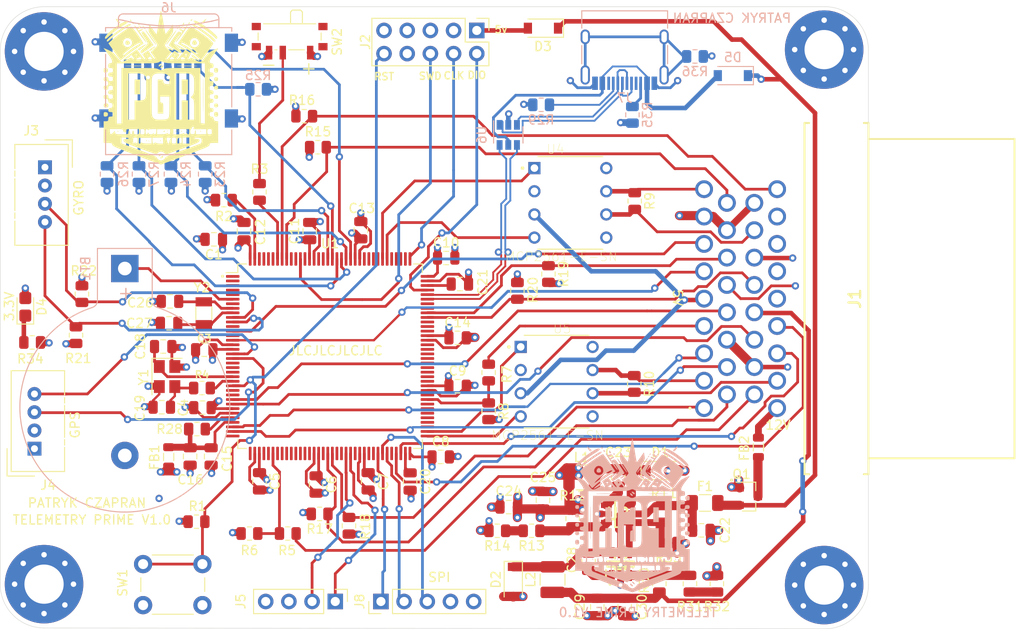
<source format=kicad_pcb>
(kicad_pcb (version 20171130) (host pcbnew "(5.1.12)-1")
  (layers (0 F.Cu signal) (1 In1.Cu power hide) (2 In2.Cu power hide) (31 B.Cu signal) (34 B.Paste user) (35 F.Paste user) (36 B.SilkS user) (37 F.SilkS user) (38 B.Mask user) (39 F.Mask user) (44 Edge.Cuts user))
  (net 0 "")
  (net 1 GND)
  (net 2 +3V3)
  (net 3 VREFP)
  (net 4 HSE_IN)
  (net 5 "Net-(C19-Pad1)")
  (net 6 "Net-(C20-Pad1)")
  (net 7 "Net-(C21-Pad1)")
  (net 8 "Net-(C23-Pad1)")
  (net 9 "Net-(C23-Pad2)")
  (net 10 +12V)
  (net 11 I2C4_CLK)
  (net 12 I2C4_SDA)
  (net 13 USART1_RX)
  (net 14 USART1_TX)
  (net 15 SDMMC_D1)
  (net 16 SDMMC_D0)
  (net 17 SDMMC_CK)
  (net 18 SDMMC_CMD)
  (net 19 SDMMC_D3)
  (net 20 SDMMC_D2)
  (net 21 NRST)
  (net 22 PDR_ON)
  (net 23 BOOT0)
  (net 24 "Net-(R3-Pad1)")
  (net 25 HSE_OUT)
  (net 26 VSS2)
  (net 27 VSS2IN)
  (net 28 VSS1)
  (net 29 VSS1IN)
  (net 30 CAN1_L)
  (net 31 CAN1_H)
  (net 32 CAN2_H)
  (net 33 CAN2_L)
  (net 34 "Net-(R12-Pad2)")
  (net 35 "Net-(R13-Pad2)")
  (net 36 I2C1_CLK)
  (net 37 I2C1_SDA)
  (net 38 I2C2_CLK)
  (net 39 I2C2_SDA)
  (net 40 I2C3_SDA)
  (net 41 I2C3_CLK)
  (net 42 ADC3)
  (net 43 ADC4)
  (net 44 ADC1)
  (net 45 ADC2)
  (net 46 USART2_TX)
  (net 47 USART2_RX)
  (net 48 CAN2_RX)
  (net 49 CAN2_TX)
  (net 50 USB_OTG_D-)
  (net 51 USB_OTG_D+)
  (net 52 SWDIO)
  (net 53 SWCLK)
  (net 54 CAN1_RX)
  (net 55 CAN1_TX)
  (net 56 SWO)
  (net 57 +5V)
  (net 58 +3.3VA)
  (net 59 SPI_SCK)
  (net 60 SPI_MISO)
  (net 61 SPI_MOSI)
  (net 62 VBAT)
  (net 63 RP_OUT)
  (net 64 LSE_IN)
  (net 65 LSE_OUT)
  (net 66 "Net-(C28-Pad2)")
  (net 67 "Net-(C28-Pad1)")
  (net 68 +8V)
  (net 69 "Net-(D3-Pad1)")
  (net 70 5V_STLink)
  (net 71 "Net-(D4-Pad1)")
  (net 72 "Net-(FB2-Pad2)")
  (net 73 "Net-(R30-Pad2)")
  (net 74 "Net-(R31-Pad2)")
  (net 75 UART7_RX)
  (net 76 UART7_TX)
  (net 77 EN)
  (net 78 "Net-(J7-PadS1)")
  (net 79 D+)
  (net 80 "Net-(J7-PadB5)")
  (net 81 D-)
  (net 82 "Net-(J7-PadA5)")
  (net 83 +5VD)
  (net 84 ADC5)
  (net 85 ADC6)
  (net 86 "Net-(J1-Pad33)")
  (net 87 "Net-(J1-Pad32)")
  (net 88 "Net-(J1-Pad31)")
  (net 89 "Net-(J1-Pad30)")
  (net 90 "Net-(J2-Pad7)")
  (net 91 "Net-(J2-Pad8)")
  (net 92 "Net-(J7-PadA8)")
  (net 93 "Net-(J7-PadB8)")
  (net 94 "Net-(U1-Pad1)")
  (net 95 "Net-(U1-Pad2)")
  (net 96 "Net-(U1-Pad3)")
  (net 97 "Net-(U1-Pad4)")
  (net 98 "Net-(U1-Pad5)")
  (net 99 "Net-(U1-Pad7)")
  (net 100 "Net-(U1-Pad12)")
  (net 101 "Net-(U1-Pad14)")
  (net 102 "Net-(U1-Pad20)")
  (net 103 "Net-(U1-Pad21)")
  (net 104 "Net-(U1-Pad22)")
  (net 105 "Net-(U1-Pad26)")
  (net 106 "Net-(U1-Pad27)")
  (net 107 "Net-(U1-Pad36)")
  (net 108 "Net-(U1-Pad37)")
  (net 109 "Net-(U1-Pad40)")
  (net 110 "Net-(U1-Pad41)")
  (net 111 "Net-(U1-Pad43)")
  (net 112 "Net-(U1-Pad44)")
  (net 113 "Net-(U1-Pad45)")
  (net 114 "Net-(U1-Pad46)")
  (net 115 "Net-(U1-Pad47)")
  (net 116 "Net-(U1-Pad48)")
  (net 117 "Net-(U1-Pad49)")
  (net 118 "Net-(U1-Pad50)")
  (net 119 "Net-(U1-Pad53)")
  (net 120 "Net-(U1-Pad56)")
  (net 121 "Net-(U1-Pad57)")
  (net 122 "Net-(U1-Pad60)")
  (net 123 "Net-(U1-Pad63)")
  (net 124 "Net-(U1-Pad64)")
  (net 125 "Net-(U1-Pad68)")
  (net 126 "Net-(U1-Pad75)")
  (net 127 "Net-(U1-Pad76)")
  (net 128 "Net-(U1-Pad77)")
  (net 129 "Net-(U1-Pad78)")
  (net 130 "Net-(U1-Pad79)")
  (net 131 "Net-(U1-Pad80)")
  (net 132 "Net-(U1-Pad82)")
  (net 133 "Net-(U1-Pad85)")
  (net 134 "Net-(U1-Pad86)")
  (net 135 "Net-(U1-Pad87)")
  (net 136 "Net-(U1-Pad88)")
  (net 137 "Net-(U1-Pad89)")
  (net 138 "Net-(U1-Pad90)")
  (net 139 "Net-(U1-Pad91)")
  (net 140 "Net-(U1-Pad92)")
  (net 141 "Net-(U1-Pad93)")
  (net 142 "Net-(U1-Pad96)")
  (net 143 "Net-(U1-Pad97)")
  (net 144 "Net-(U1-Pad98)")
  (net 145 "Net-(U1-Pad101)")
  (net 146 "Net-(U1-Pad102)")
  (net 147 "Net-(U1-Pad110)")
  (net 148 "Net-(U1-Pad111)")
  (net 149 "Net-(U1-Pad112)")
  (net 150 "Net-(U1-Pad113)")
  (net 151 "Net-(U1-Pad116)")
  (net 152 "Net-(U1-Pad117)")
  (net 153 "Net-(U1-Pad118)")
  (net 154 "Net-(U1-Pad119)")
  (net 155 "Net-(U1-Pad128)")
  (net 156 "Net-(U1-Pad129)")
  (net 157 "Net-(U1-Pad132)")
  (net 158 "Net-(U1-Pad134)")
  (net 159 "Net-(U1-Pad135)")
  (net 160 "Net-(U1-Pad139)")
  (net 161 "Net-(U1-Pad140)")
  (net 162 "Net-(U1-Pad141)")
  (net 163 "Net-(U1-Pad142)")
  (net 164 "Net-(U4-Pad5)")
  (net 165 "Net-(U5-Pad5)")
  (module Connector_PinHeader_2.54mm:PinHeader_1x05_P2.54mm_Vertical (layer F.Cu) (at 144 119.6 90)
    (fp_text reference J8 (at 0 -2.33 90) (layer F.SilkS))
    (fp_text value SPI)
    (pad 5 thru_hole oval (at 0 10.16 90) (size 1.7 1.7) (drill 1) (layers *.Cu *.Mask) (net 2 +3V3))
    (pad 4 thru_hole oval (at 0 7.62 90) (size 1.7 1.7) (drill 1) (layers *.Cu *.Mask) (net 1 GND))
    (pad 3 thru_hole oval (at 0 5.08 90) (size 1.7 1.7) (drill 1) (layers *.Cu *.Mask) (net 60 SPI_MISO))
    (pad 2 thru_hole oval (at 0 2.54 90) (size 1.7 1.7) (drill 1) (layers *.Cu *.Mask) (net 61 SPI_MOSI))
    (pad 1 thru_hole rect (at 0 0 90) (size 1.7 1.7) (drill 1) (layers *.Cu *.Mask) (net 59 SPI_SCK))
  )
  (module Package_TO_SOT_SMD:SOT-23-6 (layer B.Cu) (at 157.95 68.45 270)
    (fp_text reference U6 (at 0 2.9 90) (layer B.SilkS) (effects (justify mirror)))
    (fp_text value USBLC6-2SC6)
    (pad 1 smd rect (at -1.1 0.95 270) (size 1.06 0.65) (layers B.Cu B.Paste B.Mask) (net 79 D+))
    (pad 2 smd rect (at -1.1 0 270) (size 1.06 0.65) (layers B.Cu B.Paste B.Mask) (net 1 GND))
    (pad 3 smd rect (at -1.1 -0.95 270) (size 1.06 0.65) (layers B.Cu B.Paste B.Mask) (net 81 D-))
    (pad 4 smd rect (at 1.1 -0.95 270) (size 1.06 0.65) (layers B.Cu B.Paste B.Mask) (net 50 USB_OTG_D-))
    (pad 6 smd rect (at 1.1 0.95 270) (size 1.06 0.65) (layers B.Cu B.Paste B.Mask) (net 51 USB_OTG_D+))
    (pad 5 smd rect (at 1.1 0 270) (size 1.06 0.65) (layers B.Cu B.Paste B.Mask) (net 83 +5VD))
  )
  (module Resistor_SMD:R_0805_2012Metric (layer B.Cu) (at 178.4 59.85)
    (fp_text reference R36 (at 0 1.65) (layer B.SilkS) (effects (justify mirror)))
    (fp_text value 1M)
    (pad 1 smd roundrect (at -0.9125 0) (size 1.025 1.4) (layers B.Cu B.Paste B.Mask) (roundrect_rratio 0.2439014634146341) (net 78 "Net-(J7-PadS1)"))
    (pad 2 smd roundrect (at 0.9125 0) (size 1.025 1.4) (layers B.Cu B.Paste B.Mask) (roundrect_rratio 0.2439014634146341) (net 1 GND))
  )
  (module Resistor_SMD:R_0805_2012Metric (layer B.Cu) (at 171.55 66.25 90)
    (fp_text reference R35 (at 0 1.65 90) (layer B.SilkS) (effects (justify mirror)))
    (fp_text value 5K11)
    (pad 2 smd roundrect (at 0.9125 0 90) (size 1.025 1.4) (layers B.Cu B.Paste B.Mask) (roundrect_rratio 0.2439014634146341) (net 80 "Net-(J7-PadB5)"))
    (pad 1 smd roundrect (at -0.9125 0 90) (size 1.025 1.4) (layers B.Cu B.Paste B.Mask) (roundrect_rratio 0.2439014634146341) (net 1 GND))
  )
  (module Resistor_SMD:R_0805_2012Metric (layer B.Cu) (at 161.55 65.15)
    (fp_text reference R29 (at 0 1.65) (layer B.SilkS) (effects (justify mirror)))
    (fp_text value 5K11)
    (pad 1 smd roundrect (at -0.9125 0) (size 1.025 1.4) (layers B.Cu B.Paste B.Mask) (roundrect_rratio 0.2439014634146341) (net 1 GND))
    (pad 2 smd roundrect (at 0.9125 0) (size 1.025 1.4) (layers B.Cu B.Paste B.Mask) (roundrect_rratio 0.2439014634146341) (net 82 "Net-(J7-PadA5)"))
  )
  (module Connector_USB:USB_C_Receptacle_HRO_TYPE-C-31-M-12 (layer B.Cu) (at 170.7 58.75)
    (fp_text reference J7 (at 0 5.645) (layer B.SilkS) (effects (justify mirror)))
    (fp_text value USB_C_Receptacle_USB2.0)
    (pad S1 thru_hole oval (at 4.32 -1.05) (size 1 1.6) (drill oval 0.6 1.2) (layers *.Cu *.Mask) (net 78 "Net-(J7-PadS1)"))
    (pad "" np_thru_hole circle (at 2.89 2.6) (size 0.65 0.65) (drill 0.65) (layers *.Cu *.Mask))
    (pad S1 thru_hole oval (at -4.32 -1.05) (size 1 1.6) (drill oval 0.6 1.2) (layers *.Cu *.Mask) (net 78 "Net-(J7-PadS1)"))
    (pad "" np_thru_hole circle (at -2.89 2.6) (size 0.65 0.65) (drill 0.65) (layers *.Cu *.Mask))
    (pad S1 thru_hole oval (at -4.32 3.13) (size 1 2.1) (drill oval 0.6 1.7) (layers *.Cu *.Mask) (net 78 "Net-(J7-PadS1)"))
    (pad S1 thru_hole oval (at 4.32 3.13) (size 1 2.1) (drill oval 0.6 1.7) (layers *.Cu *.Mask) (net 78 "Net-(J7-PadS1)"))
    (pad A6 smd rect (at -0.25 4.045) (size 0.3 1.45) (layers B.Cu B.Paste B.Mask) (net 79 D+))
    (pad B5 smd rect (at 1.75 4.045) (size 0.3 1.45) (layers B.Cu B.Paste B.Mask) (net 80 "Net-(J7-PadB5)"))
    (pad A8 smd rect (at 1.25 4.045) (size 0.3 1.45) (layers B.Cu B.Paste B.Mask) (net 92 "Net-(J7-PadA8)"))
    (pad B6 smd rect (at 0.75 4.045) (size 0.3 1.45) (layers B.Cu B.Paste B.Mask) (net 79 D+))
    (pad A7 smd rect (at 0.25 4.045) (size 0.3 1.45) (layers B.Cu B.Paste B.Mask) (net 81 D-))
    (pad B7 smd rect (at -0.75 4.045) (size 0.3 1.45) (layers B.Cu B.Paste B.Mask) (net 81 D-))
    (pad A5 smd rect (at -1.25 4.045) (size 0.3 1.45) (layers B.Cu B.Paste B.Mask) (net 82 "Net-(J7-PadA5)"))
    (pad B8 smd rect (at -1.75 4.045) (size 0.3 1.45) (layers B.Cu B.Paste B.Mask) (net 93 "Net-(J7-PadB8)"))
    (pad A12 smd rect (at 3.25 4.045) (size 0.6 1.45) (layers B.Cu B.Paste B.Mask) (net 1 GND))
    (pad B4 smd rect (at 2.45 4.045) (size 0.6 1.45) (layers B.Cu B.Paste B.Mask) (net 83 +5VD))
    (pad A4 smd rect (at -2.45 4.045) (size 0.6 1.45) (layers B.Cu B.Paste B.Mask) (net 83 +5VD))
    (pad A1 smd rect (at -3.25 4.045) (size 0.6 1.45) (layers B.Cu B.Paste B.Mask) (net 1 GND))
    (pad B12 smd rect (at -3.25 4.045) (size 0.6 1.45) (layers B.Cu B.Paste B.Mask) (net 1 GND))
    (pad B9 smd rect (at -2.45 4.045) (size 0.6 1.45) (layers B.Cu B.Paste B.Mask) (net 83 +5VD))
    (pad A9 smd rect (at 2.45 4.045) (size 0.6 1.45) (layers B.Cu B.Paste B.Mask) (net 83 +5VD))
    (pad B1 smd rect (at 3.25 4.045) (size 0.6 1.45) (layers B.Cu B.Paste B.Mask) (net 1 GND))
  )
  (module Diode_SMD:D_SOD-123 (layer B.Cu) (at 182.55 61.95 180)
    (fp_text reference D5 (at 0 2 180) (layer B.SilkS) (effects (justify mirror)))
    (fp_text value B230)
    (pad 1 smd rect (at -1.65 0 180) (size 0.9 1.2) (layers B.Cu B.Paste B.Mask) (net 69 "Net-(D3-Pad1)"))
    (pad 2 smd rect (at 1.65 0 180) (size 0.9 1.2) (layers B.Cu B.Paste B.Mask) (net 83 +5VD))
  )
  (module Battery:BatteryHolder_Keystone_103_1x20mm (layer B.Cu) (at 115.95 83.1 270)
    (fp_text reference BT1 (at 0 4.3 90) (layer B.SilkS) (effects (justify mirror)))
    (fp_text value Battery)
    (fp_text user + (at 2.75 0 90) (layer B.SilkS) (effects (font (size 1.5 1.5)) (justify mirror)))
    (pad 2 thru_hole circle (at 20.49 0 270) (size 3 3) (drill 1.5) (layers *.Cu *.Mask) (net 1 GND))
    (pad 1 thru_hole rect (at 0 0 270) (size 3 3) (drill 1.5) (layers *.Cu *.Mask) (net 62 VBAT))
  )
  (module MCP2562-E_P:DIP787W45P254L1016H533Q8 (layer F.Cu) (at 164.75 75.9)
    (fp_text reference U4 (at -1.626 -5.892) (layer F.SilkS) (effects (font (thickness 0.05))))
    (fp_text value MCP2561-E-SN (at -0.991 5.892) (layer F.SilkS) (effects (font (thickness 0.05))))
    (pad 1 thru_hole rect (at -3.937 -3.81) (size 1.338 1.338) (drill 0.83) (layers *.Cu *.Mask) (net 55 CAN1_TX))
    (pad 2 thru_hole circle (at -3.937 -1.27) (size 1.338 1.338) (drill 0.83) (layers *.Cu *.Mask) (net 1 GND))
    (pad 3 thru_hole circle (at -3.937 1.27) (size 1.338 1.338) (drill 0.83) (layers *.Cu *.Mask) (net 57 +5V))
    (pad 4 thru_hole circle (at -3.937 3.81) (size 1.338 1.338) (drill 0.83) (layers *.Cu *.Mask) (net 54 CAN1_RX))
    (pad 5 thru_hole circle (at 3.937 3.81) (size 1.338 1.338) (drill 0.83) (layers *.Cu *.Mask) (net 164 "Net-(U4-Pad5)"))
    (pad 6 thru_hole circle (at 3.937 1.27) (size 1.338 1.338) (drill 0.83) (layers *.Cu *.Mask) (net 30 CAN1_L))
    (pad 7 thru_hole circle (at 3.937 -1.27) (size 1.338 1.338) (drill 0.83) (layers *.Cu *.Mask) (net 31 CAN1_H))
    (pad 8 thru_hole circle (at 3.937 -3.81) (size 1.338 1.338) (drill 0.83) (layers *.Cu *.Mask) (net 1 GND))
  )
  (module Crystal:Crystal_SMD_3215-2Pin_3.2x1.5mm (layer F.Cu) (at 124.6 88 90)
    (fp_text reference Y2 (at 2.8 -0.2 180) (layer F.SilkS))
    (fp_text value "LSE 32K")
    (pad 1 smd rect (at 1.25 0 90) (size 1 1.8) (layers F.Cu F.Paste F.Mask) (net 64 LSE_IN))
    (pad 2 smd rect (at -1.25 0 90) (size 1 1.8) (layers F.Cu F.Paste F.Mask) (net 65 LSE_OUT))
  )
  (module MP2359DT-LF-P:SOT95P280X145-6N (layer F.Cu) (at 170.25 115.5 90)
    (fp_text reference U3 (at 0.4 0.074999 90) (layer F.SilkS) (effects (font (size 1.27 1.27) (thickness 0.254))))
    (fp_text value MP2359DJ-LF-Z hide)
    (pad 1 smd rect (at -1.25 -0.95 180) (size 0.6 1.2) (layers F.Cu F.Paste F.Mask) (net 66 "Net-(C28-Pad2)"))
    (pad 2 smd rect (at -1.25 0 180) (size 0.6 1.2) (layers F.Cu F.Paste F.Mask) (net 1 GND))
    (pad 3 smd rect (at -1.25 0.95 180) (size 0.6 1.2) (layers F.Cu F.Paste F.Mask) (net 73 "Net-(R30-Pad2)"))
    (pad 4 smd rect (at 1.25 0.95 180) (size 0.6 1.2) (layers F.Cu F.Paste F.Mask) (net 77 EN))
    (pad 5 smd rect (at 1.25 0 180) (size 0.6 1.2) (layers F.Cu F.Paste F.Mask) (net 63 RP_OUT))
    (pad 6 smd rect (at 1.25 -0.95 180) (size 0.6 1.2) (layers F.Cu F.Paste F.Mask) (net 67 "Net-(C28-Pad1)"))
  )
  (module Resistor_SMD:R_0805_2012Metric (layer F.Cu) (at 105.8 91.2)
    (fp_text reference R34 (at -0.2 1.8) (layer F.SilkS))
    (fp_text value 1K)
    (pad 2 smd roundrect (at 0.9125 0) (size 1.025 1.4) (layers F.Cu F.Paste F.Mask) (roundrect_rratio 0.2439014634146341) (net 1 GND))
    (pad 1 smd roundrect (at -0.9125 0) (size 1.025 1.4) (layers F.Cu F.Paste F.Mask) (roundrect_rratio 0.2439014634146341) (net 71 "Net-(D4-Pad1)"))
  )
  (module Resistor_SMD:R_0805_2012Metric (layer F.Cu) (at 175.5 113.2)
    (fp_text reference R33 (at 0 1.6) (layer F.SilkS))
    (fp_text value 68K)
    (pad 1 smd roundrect (at -0.9125 0) (size 1.025 1.4) (layers F.Cu F.Paste F.Mask) (roundrect_rratio 0.2439014634146341) (net 77 EN))
    (pad 2 smd roundrect (at 0.9125 0) (size 1.025 1.4) (layers F.Cu F.Paste F.Mask) (roundrect_rratio 0.2439014634146341) (net 1 GND))
  )
  (module Resistor_SMD:R_0805_2012Metric (layer F.Cu) (at 180.8 117.65 90)
    (fp_text reference R32 (at -2.5 0 180) (layer F.SilkS))
    (fp_text value 270)
    (pad 2 smd roundrect (at 0.9125 0 90) (size 1.025 1.4) (layers F.Cu F.Paste F.Mask) (roundrect_rratio 0.2439014634146341) (net 1 GND))
    (pad 1 smd roundrect (at -0.9125 0 90) (size 1.025 1.4) (layers F.Cu F.Paste F.Mask) (roundrect_rratio 0.2439014634146341) (net 74 "Net-(R31-Pad2)"))
  )
  (module Resistor_SMD:R_0805_2012Metric (layer F.Cu) (at 177.85 117.65 270)
    (fp_text reference R31 (at 2.5 0 180) (layer F.SilkS))
    (fp_text value 5K)
    (pad 1 smd roundrect (at -0.9125 0 270) (size 1.025 1.4) (layers F.Cu F.Paste F.Mask) (roundrect_rratio 0.2439014634146341) (net 73 "Net-(R30-Pad2)"))
    (pad 2 smd roundrect (at 0.9125 0 270) (size 1.025 1.4) (layers F.Cu F.Paste F.Mask) (roundrect_rratio 0.2439014634146341) (net 74 "Net-(R31-Pad2)"))
  )
  (module Resistor_SMD:R_0805_2012Metric (layer F.Cu) (at 174.5 117.65 90)
    (fp_text reference R30 (at 0.35 -1.65 90) (layer F.SilkS))
    (fp_text value 47K)
    (pad 2 smd roundrect (at 0.9125 0 90) (size 1.025 1.4) (layers F.Cu F.Paste F.Mask) (roundrect_rratio 0.2439014634146341) (net 73 "Net-(R30-Pad2)"))
    (pad 1 smd roundrect (at -0.9125 0 90) (size 1.025 1.4) (layers F.Cu F.Paste F.Mask) (roundrect_rratio 0.2439014634146341) (net 68 +8V))
  )
  (module Inductor_SMD:L_1210_3225Metric (layer F.Cu) (at 162.8 117.2 270)
    (fp_text reference L2 (at 0 2.4 270) (layer F.SilkS))
    (fp_text value 10u)
    (pad 1 smd roundrect (at -1.4 0 270) (size 1.25 2.65) (layers F.Cu F.Paste F.Mask) (roundrect_rratio 0.2) (net 67 "Net-(C28-Pad1)"))
    (pad 2 smd roundrect (at 1.4 0 270) (size 1.25 2.65) (layers F.Cu F.Paste F.Mask) (roundrect_rratio 0.2) (net 68 +8V))
  )
  (module Connector_PinHeader_2.54mm:PinHeader_1x04_P2.54mm_Vertical (layer F.Cu) (at 139 119.6 270)
    (fp_text reference J5 (at 0 10.35 90) (layer F.SilkS))
    (fp_text value "Extra UART")
    (pad 1 thru_hole rect (at 0 0 270) (size 1.7 1.7) (drill 1) (layers *.Cu *.Mask) (net 76 UART7_TX))
    (pad 2 thru_hole oval (at 0 2.54 270) (size 1.7 1.7) (drill 1) (layers *.Cu *.Mask) (net 75 UART7_RX))
    (pad 3 thru_hole oval (at 0 5.08 270) (size 1.7 1.7) (drill 1) (layers *.Cu *.Mask) (net 1 GND))
    (pad 4 thru_hole oval (at 0 7.62 270) (size 1.7 1.7) (drill 1) (layers *.Cu *.Mask) (net 2 +3V3))
  )
  (module Connector_PinHeader_2.54mm:PinHeader_2x05_P2.54mm_Vertical (layer F.Cu) (at 154.5 57 270)
    (fp_text reference J2 (at 1.27 12.2 90) (layer F.SilkS))
    (fp_text value Conn_02x05_Odd_Even)
    (pad 1 thru_hole rect (at 0 0 270) (size 1.7 1.7) (drill 1) (layers *.Cu *.Mask) (net 70 5V_STLink))
    (pad 2 thru_hole oval (at 2.54 0 270) (size 1.7 1.7) (drill 1) (layers *.Cu *.Mask) (net 52 SWDIO))
    (pad 3 thru_hole oval (at 0 2.54 270) (size 1.7 1.7) (drill 1) (layers *.Cu *.Mask) (net 1 GND))
    (pad 4 thru_hole oval (at 2.54 2.54 270) (size 1.7 1.7) (drill 1) (layers *.Cu *.Mask) (net 53 SWCLK))
    (pad 5 thru_hole oval (at 0 5.08 270) (size 1.7 1.7) (drill 1) (layers *.Cu *.Mask) (net 1 GND))
    (pad 6 thru_hole oval (at 2.54 5.08 270) (size 1.7 1.7) (drill 1) (layers *.Cu *.Mask) (net 56 SWO))
    (pad 7 thru_hole oval (at 0 7.62 270) (size 1.7 1.7) (drill 1) (layers *.Cu *.Mask) (net 90 "Net-(J2-Pad7)"))
    (pad 8 thru_hole oval (at 2.54 7.62 270) (size 1.7 1.7) (drill 1) (layers *.Cu *.Mask) (net 91 "Net-(J2-Pad8)"))
    (pad 9 thru_hole oval (at 0 10.16 270) (size 1.7 1.7) (drill 1) (layers *.Cu *.Mask) (net 1 GND))
    (pad 10 thru_hole oval (at 2.54 10.16 270) (size 1.7 1.7) (drill 1) (layers *.Cu *.Mask) (net 21 NRST))
  )
  (module LED_SMD:LED_0805_2012Metric_Castellated (layer F.Cu) (at 105.05 87.3 90)
    (fp_text reference D4 (at 0 1.8 90) (layer F.SilkS))
    (fp_text value LED)
    (pad 1 smd roundrect (at -0.9625 0 90) (size 1.325 1.3) (layers F.Cu F.Paste F.Mask) (roundrect_rratio 0.1923076923076923) (net 71 "Net-(D4-Pad1)"))
    (pad 2 smd roundrect (at 0.9625 0 90) (size 1.325 1.3) (layers F.Cu F.Paste F.Mask) (roundrect_rratio 0.1923076923076923) (net 2 +3V3))
  )
  (module Diode_SMD:D_SOD-123 (layer F.Cu) (at 161.75 56.75 180)
    (fp_text reference D3 (at 0 -2) (layer F.SilkS))
    (fp_text value B230)
    (pad 1 smd rect (at -1.65 0 180) (size 0.9 1.2) (layers F.Cu F.Paste F.Mask) (net 69 "Net-(D3-Pad1)"))
    (pad 2 smd rect (at 1.65 0 180) (size 0.9 1.2) (layers F.Cu F.Paste F.Mask) (net 70 5V_STLink))
  )
  (module Diode_SMD:D_SOD-123 (layer F.Cu) (at 158.5 117.45 270)
    (fp_text reference D2 (at -0.25 1.9 270) (layer F.SilkS))
    (fp_text value B230)
    (pad 2 smd rect (at 1.65 0 270) (size 0.9 1.2) (layers F.Cu F.Paste F.Mask) (net 1 GND))
    (pad 1 smd rect (at -1.65 0 270) (size 0.9 1.2) (layers F.Cu F.Paste F.Mask) (net 67 "Net-(C28-Pad1)"))
  )
  (module Capacitor_SMD:C_0805_2012Metric (layer F.Cu) (at 170.7 120.2 90)
    (fp_text reference C30 (at 0 1.9 270) (layer F.SilkS))
    (fp_text value 10u)
    (pad 2 smd roundrect (at 0.95 0 90) (size 1 1.45) (layers F.Cu F.Paste F.Mask) (net 68 +8V))
    (pad 1 smd roundrect (at -0.95 0 90) (size 1 1.45) (layers F.Cu F.Paste F.Mask) (net 1 GND))
  )
  (module Capacitor_SMD:C_0805_2012Metric (layer F.Cu) (at 167.7 120.2 90)
    (fp_text reference C29 (at 0 -1.9 90) (layer F.SilkS))
    (fp_text value 10u)
    (pad 1 smd roundrect (at -0.95 0 90) (size 1 1.45) (layers F.Cu F.Paste F.Mask) (net 1 GND))
    (pad 2 smd roundrect (at 0.95 0 90) (size 1 1.45) (layers F.Cu F.Paste F.Mask) (net 68 +8V))
  )
  (module Capacitor_SMD:C_0805_2012Metric (layer F.Cu) (at 166.75 115.25 270)
    (fp_text reference C28 (at -0.2 1.8 90) (layer F.SilkS))
    (fp_text value 10n)
    (pad 2 smd roundrect (at 0.95 0 270) (size 1 1.45) (layers F.Cu F.Paste F.Mask) (net 66 "Net-(C28-Pad2)"))
    (pad 1 smd roundrect (at -0.95 0 270) (size 1 1.45) (layers F.Cu F.Paste F.Mask) (net 67 "Net-(C28-Pad1)"))
  )
  (module Capacitor_SMD:C_0805_2012Metric (layer F.Cu) (at 120.8 89.1 180)
    (fp_text reference C27 (at 3.25 0) (layer F.SilkS))
    (fp_text value 6p)
    (pad 1 smd roundrect (at -0.95 0 180) (size 1 1.45) (layers F.Cu F.Paste F.Mask) (net 65 LSE_OUT))
    (pad 2 smd roundrect (at 0.95 0 180) (size 1 1.45) (layers F.Cu F.Paste F.Mask) (net 1 GND))
  )
  (module Capacitor_SMD:C_0805_2012Metric (layer F.Cu) (at 120.9 86.7 180)
    (fp_text reference C26 (at 3.25 -0.15) (layer F.SilkS))
    (fp_text value 6p)
    (pad 2 smd roundrect (at 0.95 0 180) (size 1 1.45) (layers F.Cu F.Paste F.Mask) (net 1 GND))
    (pad 1 smd roundrect (at -0.95 0 180) (size 1 1.45) (layers F.Cu F.Paste F.Mask) (net 64 LSE_IN))
  )
  (module Resistor_SMD:R_0805_2012Metric (layer F.Cu) (at 123.85 100.7)
    (fp_text reference R28 (at -3 0) (layer F.SilkS))
    (fp_text value 47)
    (pad 1 smd roundrect (at -0.9125 0) (size 1.025 1.4) (layers F.Cu F.Paste F.Mask) (roundrect_rratio 0.2439014634146341) (net 58 +3.3VA))
    (pad 2 smd roundrect (at 0.9125 0) (size 1.025 1.4) (layers F.Cu F.Paste F.Mask) (roundrect_rratio 0.2439014634146341) (net 3 VREFP))
  )
  (module Resistor_SMD:R_0805_2012Metric (layer B.Cu) (at 130.55 63.45)
    (fp_text reference R25 (at 0 -1.524 180) (layer B.SilkS) (effects (justify mirror)))
    (fp_text value 4K7)
    (pad 1 smd roundrect (at -0.9125 0) (size 1.025 1.4) (layers B.Cu B.Paste B.Mask) (roundrect_rratio 0.2439014634146341) (net 20 SDMMC_D2))
    (pad 2 smd roundrect (at 0.9125 0) (size 1.025 1.4) (layers B.Cu B.Paste B.Mask) (roundrect_rratio 0.2439014634146341) (net 2 +3V3))
  )
  (module Resistor_SMD:R_0805_2012Metric (layer B.Cu) (at 121 72.75 90)
    (fp_text reference R24 (at 0 1.65 270) (layer B.SilkS) (effects (justify mirror)))
    (fp_text value 4K7)
    (pad 1 smd roundrect (at -0.9125 0 90) (size 1.025 1.4) (layers B.Cu B.Paste B.Mask) (roundrect_rratio 0.2439014634146341) (net 2 +3V3))
    (pad 2 smd roundrect (at 0.9125 0 90) (size 1.025 1.4) (layers B.Cu B.Paste B.Mask) (roundrect_rratio 0.2439014634146341) (net 18 SDMMC_CMD))
  )
  (module Resistor_SMD:R_0805_2012Metric (layer B.Cu) (at 124.75 72.75 90)
    (fp_text reference R23 (at 0 1.65 270) (layer B.SilkS) (effects (justify mirror)))
    (fp_text value 4K7)
    (pad 2 smd roundrect (at 0.9125 0 90) (size 1.025 1.4) (layers B.Cu B.Paste B.Mask) (roundrect_rratio 0.2439014634146341) (net 19 SDMMC_D3))
    (pad 1 smd roundrect (at -0.9125 0 90) (size 1.025 1.4) (layers B.Cu B.Paste B.Mask) (roundrect_rratio 0.2439014634146341) (net 2 +3V3))
  )
  (module Resistor_SMD:R_0805_2012Metric (layer F.Cu) (at 111.25 85.9 270)
    (fp_text reference R22 (at -2.55 -0.2 180) (layer F.SilkS))
    (fp_text value 4K7)
    (pad 2 smd roundrect (at 0.9125 0 270) (size 1.025 1.4) (layers F.Cu F.Paste F.Mask) (roundrect_rratio 0.2439014634146341) (net 39 I2C2_SDA))
    (pad 1 smd roundrect (at -0.9125 0 270) (size 1.025 1.4) (layers F.Cu F.Paste F.Mask) (roundrect_rratio 0.2439014634146341) (net 2 +3V3))
  )
  (module Resistor_SMD:R_0805_2012Metric (layer F.Cu) (at 110.6 90.4 270)
    (fp_text reference R21 (at 2.55 -0.25) (layer F.SilkS))
    (fp_text value 4K7)
    (pad 1 smd roundrect (at -0.9125 0 270) (size 1.025 1.4) (layers F.Cu F.Paste F.Mask) (roundrect_rratio 0.2439014634146341) (net 38 I2C2_CLK))
    (pad 2 smd roundrect (at 0.9125 0 270) (size 1.025 1.4) (layers F.Cu F.Paste F.Mask) (roundrect_rratio 0.2439014634146341) (net 2 +3V3))
  )
  (module Resistor_SMD:R_0805_2012Metric (layer F.Cu) (at 162.35 83.7 270)
    (fp_text reference R19 (at 0 -1.65 90) (layer F.SilkS))
    (fp_text value 4K7)
    (pad 1 smd roundrect (at -0.9125 0 270) (size 1.025 1.4) (layers F.Cu F.Paste F.Mask) (roundrect_rratio 0.2439014634146341) (net 41 I2C3_CLK))
    (pad 2 smd roundrect (at 0.9125 0 270) (size 1.025 1.4) (layers F.Cu F.Paste F.Mask) (roundrect_rratio 0.2439014634146341) (net 2 +3V3))
  )
  (module Resistor_SMD:R_0805_2012Metric (layer F.Cu) (at 140.5 111.3 90)
    (fp_text reference R18 (at -0.1 1.8 90) (layer F.SilkS))
    (fp_text value 4K7)
    (pad 2 smd roundrect (at 0.9125 0 90) (size 1.025 1.4) (layers F.Cu F.Paste F.Mask) (roundrect_rratio 0.2439014634146341) (net 12 I2C4_SDA))
    (pad 1 smd roundrect (at -0.9125 0 90) (size 1.025 1.4) (layers F.Cu F.Paste F.Mask) (roundrect_rratio 0.2439014634146341) (net 2 +3V3))
  )
  (module Resistor_SMD:R_0805_2012Metric (layer F.Cu) (at 137.2875 110 180)
    (fp_text reference R17 (at 0 -1.65) (layer F.SilkS))
    (fp_text value 4K7)
    (pad 1 smd roundrect (at -0.9125 0 180) (size 1.025 1.4) (layers F.Cu F.Paste F.Mask) (roundrect_rratio 0.2439014634146341) (net 11 I2C4_CLK))
    (pad 2 smd roundrect (at 0.9125 0 180) (size 1.025 1.4) (layers F.Cu F.Paste F.Mask) (roundrect_rratio 0.2439014634146341) (net 2 +3V3))
  )
  (module Resistor_SMD:R_0805_2012Metric (layer F.Cu) (at 135.6 66.4)
    (fp_text reference R16 (at -0.25 -1.75 180) (layer F.SilkS))
    (fp_text value 4K7)
    (pad 2 smd roundrect (at 0.9125 0) (size 1.025 1.4) (layers F.Cu F.Paste F.Mask) (roundrect_rratio 0.2439014634146341) (net 37 I2C1_SDA))
    (pad 1 smd roundrect (at -0.9125 0) (size 1.025 1.4) (layers F.Cu F.Paste F.Mask) (roundrect_rratio 0.2439014634146341) (net 2 +3V3))
  )
  (module Resistor_SMD:R_0805_2012Metric (layer F.Cu) (at 137.1 69.8 180)
    (fp_text reference R15 (at 0 1.7) (layer F.SilkS))
    (fp_text value 4K7)
    (pad 1 smd roundrect (at -0.9125 0 180) (size 1.025 1.4) (layers F.Cu F.Paste F.Mask) (roundrect_rratio 0.2439014634146341) (net 36 I2C1_CLK))
    (pad 2 smd roundrect (at 0.9125 0 180) (size 1.025 1.4) (layers F.Cu F.Paste F.Mask) (roundrect_rratio 0.2439014634146341) (net 2 +3V3))
  )
  (module Resistor_SMD:R_0805_2012Metric (layer F.Cu) (at 156.75 111.85 180)
    (fp_text reference R14 (at 0 -1.65) (layer F.SilkS))
    (fp_text value 270)
    (pad 2 smd roundrect (at 0.9125 0 180) (size 1.025 1.4) (layers F.Cu F.Paste F.Mask) (roundrect_rratio 0.2439014634146341) (net 1 GND))
    (pad 1 smd roundrect (at -0.9125 0 180) (size 1.025 1.4) (layers F.Cu F.Paste F.Mask) (roundrect_rratio 0.2439014634146341) (net 35 "Net-(R13-Pad2)"))
  )
  (module Resistor_SMD:R_0805_2012Metric (layer F.Cu) (at 160.5 111.85 180)
    (fp_text reference R13 (at 0 -1.65) (layer F.SilkS))
    (fp_text value 15K)
    (pad 1 smd roundrect (at -0.9125 0 180) (size 1.025 1.4) (layers F.Cu F.Paste F.Mask) (roundrect_rratio 0.2439014634146341) (net 34 "Net-(R12-Pad2)"))
    (pad 2 smd roundrect (at 0.9125 0 180) (size 1.025 1.4) (layers F.Cu F.Paste F.Mask) (roundrect_rratio 0.2439014634146341) (net 35 "Net-(R13-Pad2)"))
  )
  (module Resistor_SMD:R_0805_2012Metric (layer F.Cu) (at 165 110.5 270)
    (fp_text reference R12 (at -2.5 0 180) (layer F.SilkS))
    (fp_text value 47K)
    (pad 2 smd roundrect (at 0.9125 0 270) (size 1.025 1.4) (layers F.Cu F.Paste F.Mask) (roundrect_rratio 0.2439014634146341) (net 34 "Net-(R12-Pad2)"))
    (pad 1 smd roundrect (at -0.9125 0 270) (size 1.025 1.4) (layers F.Cu F.Paste F.Mask) (roundrect_rratio 0.2439014634146341) (net 2 +3V3))
  )
  (module Resistor_SMD:R_0805_2012Metric (layer F.Cu) (at 174.75 110 270)
    (fp_text reference R11 (at -2.25 -0.25 180) (layer F.SilkS))
    (fp_text value 100k)
    (pad 1 smd roundrect (at -0.9125 0 270) (size 1.025 1.4) (layers F.Cu F.Paste F.Mask) (roundrect_rratio 0.2439014634146341) (net 63 RP_OUT))
    (pad 2 smd roundrect (at 0.9125 0 270) (size 1.025 1.4) (layers F.Cu F.Paste F.Mask) (roundrect_rratio 0.2439014634146341) (net 77 EN))
  )
  (module Resistor_SMD:R_0805_2012Metric (layer F.Cu) (at 171.75 95.75 270)
    (fp_text reference R10 (at 0 -1.65 90) (layer F.SilkS))
    (fp_text value 120)
    (pad 1 smd roundrect (at -0.9125 0 270) (size 1.025 1.4) (layers F.Cu F.Paste F.Mask) (roundrect_rratio 0.2439014634146341) (net 32 CAN2_H))
    (pad 2 smd roundrect (at 0.9125 0 270) (size 1.025 1.4) (layers F.Cu F.Paste F.Mask) (roundrect_rratio 0.2439014634146341) (net 33 CAN2_L))
  )
  (module Resistor_SMD:R_0805_2012Metric (layer F.Cu) (at 171.8 75.7 270)
    (fp_text reference R9 (at 0 -1.65 90) (layer F.SilkS))
    (fp_text value 120)
    (pad 1 smd roundrect (at -0.9125 0 270) (size 1.025 1.4) (layers F.Cu F.Paste F.Mask) (roundrect_rratio 0.2439014634146341) (net 31 CAN1_H))
    (pad 2 smd roundrect (at 0.9125 0 270) (size 1.025 1.4) (layers F.Cu F.Paste F.Mask) (roundrect_rratio 0.2439014634146341) (net 30 CAN1_L))
  )
  (module Resistor_SMD:R_0805_2012Metric (layer F.Cu) (at 155.8 98.75 270)
    (fp_text reference R8 (at 0 -1.65 90) (layer F.SilkS))
    (fp_text value 15K)
    (pad 2 smd roundrect (at 0.9125 0 270) (size 1.025 1.4) (layers F.Cu F.Paste F.Mask) (roundrect_rratio 0.2439014634146341) (net 1 GND))
    (pad 1 smd roundrect (at -0.9125 0 270) (size 1.025 1.4) (layers F.Cu F.Paste F.Mask) (roundrect_rratio 0.2439014634146341) (net 29 VSS1IN))
  )
  (module Resistor_SMD:R_0805_2012Metric (layer F.Cu) (at 155.8 94.5 90)
    (fp_text reference R7 (at -0.2 2 270) (layer F.SilkS))
    (fp_text value 47K)
    (pad 1 smd roundrect (at -0.9125 0 90) (size 1.025 1.4) (layers F.Cu F.Paste F.Mask) (roundrect_rratio 0.2439014634146341) (net 29 VSS1IN))
    (pad 2 smd roundrect (at 0.9125 0 90) (size 1.025 1.4) (layers F.Cu F.Paste F.Mask) (roundrect_rratio 0.2439014634146341) (net 28 VSS1))
  )
  (module Resistor_SMD:R_0805_2012Metric (layer F.Cu) (at 129.6 112.15 180)
    (fp_text reference R6 (at 0 -1.851) (layer F.SilkS))
    (fp_text value 15K)
    (pad 1 smd roundrect (at -0.9125 0 180) (size 1.025 1.4) (layers F.Cu F.Paste F.Mask) (roundrect_rratio 0.2439014634146341) (net 27 VSS2IN))
    (pad 2 smd roundrect (at 0.9125 0 180) (size 1.025 1.4) (layers F.Cu F.Paste F.Mask) (roundrect_rratio 0.2439014634146341) (net 1 GND))
  )
  (module Resistor_SMD:R_0805_2012Metric (layer F.Cu) (at 133.8 112.15 180)
    (fp_text reference R5 (at 0.079 -1.851) (layer F.SilkS))
    (fp_text value 47K)
    (pad 1 smd roundrect (at -0.9125 0 180) (size 1.025 1.4) (layers F.Cu F.Paste F.Mask) (roundrect_rratio 0.2439014634146341) (net 26 VSS2))
    (pad 2 smd roundrect (at 0.9125 0 180) (size 1.025 1.4) (layers F.Cu F.Paste F.Mask) (roundrect_rratio 0.2439014634146341) (net 27 VSS2IN))
  )
  (module Resistor_SMD:R_0805_2012Metric (layer F.Cu) (at 124.4 96.2 180)
    (fp_text reference R4 (at 0 1.45) (layer F.SilkS) (effects (font (size 0.8 0.8))))
    (fp_text value 47)
    (pad 1 smd roundrect (at -0.9125 0 180) (size 1.025 1.4) (layers F.Cu F.Paste F.Mask) (roundrect_rratio 0.2439014634146341) (net 25 HSE_OUT))
    (pad 2 smd roundrect (at 0.9125 0 180) (size 1.025 1.4) (layers F.Cu F.Paste F.Mask) (roundrect_rratio 0.2439014634146341) (net 5 "Net-(C19-Pad1)"))
  )
  (module Resistor_SMD:R_0805_2012Metric (layer F.Cu) (at 130.7 74.7 270)
    (fp_text reference R3 (at -2.5 0) (layer F.SilkS))
    (fp_text value 10k)
    (pad 2 smd roundrect (at 0.9125 0 270) (size 1.025 1.4) (layers F.Cu F.Paste F.Mask) (roundrect_rratio 0.2439014634146341) (net 23 BOOT0))
    (pad 1 smd roundrect (at -0.9125 0 270) (size 1.025 1.4) (layers F.Cu F.Paste F.Mask) (roundrect_rratio 0.2439014634146341) (net 24 "Net-(R3-Pad1)"))
  )
  (module Resistor_SMD:R_0805_2012Metric (layer F.Cu) (at 126.8 75.6)
    (fp_text reference R2 (at 0 1.778) (layer F.SilkS))
    (fp_text value 10k)
    (pad 1 smd roundrect (at -0.9125 0) (size 1.025 1.4) (layers F.Cu F.Paste F.Mask) (roundrect_rratio 0.2439014634146341) (net 2 +3V3))
    (pad 2 smd roundrect (at 0.9125 0) (size 1.025 1.4) (layers F.Cu F.Paste F.Mask) (roundrect_rratio 0.2439014634146341) (net 22 PDR_ON))
  )
  (module Resistor_SMD:R_0805_2012Metric (layer F.Cu) (at 123.8 110.85 180)
    (fp_text reference R1 (at -0.1 1.7) (layer F.SilkS))
    (fp_text value 10k)
    (pad 2 smd roundrect (at 0.9125 0 180) (size 1.025 1.4) (layers F.Cu F.Paste F.Mask) (roundrect_rratio 0.2439014634146341) (net 2 +3V3))
    (pad 1 smd roundrect (at -0.9125 0 180) (size 1.025 1.4) (layers F.Cu F.Paste F.Mask) (roundrect_rratio 0.2439014634146341) (net 21 NRST))
  )
  (module Capacitor_SMD:C_0805_2012Metric (layer F.Cu) (at 158 109.25)
    (fp_text reference C24 (at 0 -1.75) (layer F.SilkS))
    (fp_text value 10u)
    (pad 1 smd roundrect (at -0.95 0) (size 1 1.45) (layers F.Cu F.Paste F.Mask) (net 1 GND))
    (pad 2 smd roundrect (at 0.95 0) (size 1 1.45) (layers F.Cu F.Paste F.Mask) (net 2 +3V3))
  )
  (module Capacitor_SMD:C_0805_2012Metric (layer F.Cu) (at 170 106 270)
    (fp_text reference C23 (at -2.75 0 180) (layer F.SilkS))
    (fp_text value 10n)
    (pad 2 smd roundrect (at 0.95 0 270) (size 1 1.45) (layers F.Cu F.Paste F.Mask) (net 9 "Net-(C23-Pad2)"))
    (pad 1 smd roundrect (at -0.95 0 270) (size 1 1.45) (layers F.Cu F.Paste F.Mask) (net 8 "Net-(C23-Pad1)"))
  )
  (module Capacitor_SMD:C_0805_2012Metric (layer F.Cu) (at 179.1 111.8)
    (fp_text reference C22 (at 2.6 0 90) (layer F.SilkS))
    (fp_text value 10u)
    (pad 2 smd roundrect (at 0.95 0) (size 1 1.45) (layers F.Cu F.Paste F.Mask) (net 1 GND))
    (pad 1 smd roundrect (at -0.95 0) (size 1 1.45) (layers F.Cu F.Paste F.Mask) (net 63 RP_OUT))
  )
  (module Capacitor_SMD:C_0805_2012Metric (layer F.Cu) (at 152.65 84.8)
    (fp_text reference C21 (at 2.5 -0.2 270) (layer F.SilkS))
    (fp_text value 2u2)
    (pad 2 smd roundrect (at 0.95 0) (size 1 1.45) (layers F.Cu F.Paste F.Mask) (net 1 GND))
    (pad 1 smd roundrect (at -0.95 0) (size 1 1.45) (layers F.Cu F.Paste F.Mask) (net 7 "Net-(C21-Pad1)"))
  )
  (module Capacitor_SMD:C_0805_2012Metric (layer F.Cu) (at 147.2 106.45 270)
    (fp_text reference C20 (at 0 -1.68 90) (layer F.SilkS))
    (fp_text value 2u2)
    (pad 2 smd roundrect (at 0.95 0 270) (size 1 1.45) (layers F.Cu F.Paste F.Mask) (net 1 GND))
    (pad 1 smd roundrect (at -0.95 0 270) (size 1 1.45) (layers F.Cu F.Paste F.Mask) (net 6 "Net-(C20-Pad1)"))
  )
  (module Capacitor_SMD:C_0805_2012Metric (layer F.Cu) (at 120 98.3 180)
    (fp_text reference C19 (at 2.4 -0.1 90) (layer F.SilkS))
    (fp_text value 12p)
    (pad 2 smd roundrect (at 0.95 0 180) (size 1 1.45) (layers F.Cu F.Paste F.Mask) (net 1 GND))
    (pad 1 smd roundrect (at -0.95 0 180) (size 1 1.45) (layers F.Cu F.Paste F.Mask) (net 5 "Net-(C19-Pad1)"))
  )
  (module Capacitor_SMD:C_0805_2012Metric (layer F.Cu) (at 120.15 91.65)
    (fp_text reference C18 (at -2.5 0 90) (layer F.SilkS))
    (fp_text value 12p)
    (pad 2 smd roundrect (at 0.95 0) (size 1 1.45) (layers F.Cu F.Paste F.Mask) (net 1 GND))
    (pad 1 smd roundrect (at -0.95 0) (size 1 1.45) (layers F.Cu F.Paste F.Mask) (net 4 HSE_IN))
  )
  (module Capacitor_SMD:C_0805_2012Metric (layer F.Cu) (at 123.1 103.7 270)
    (fp_text reference C16 (at 2.55 -0.05 180) (layer F.SilkS))
    (fp_text value 4u7)
    (pad 1 smd roundrect (at -0.95 0 270) (size 1 1.45) (layers F.Cu F.Paste F.Mask) (net 58 +3.3VA))
    (pad 2 smd roundrect (at 0.95 0 270) (size 1 1.45) (layers F.Cu F.Paste F.Mask) (net 1 GND))
  )
  (module Capacitor_SMD:C_0805_2012Metric (layer F.Cu) (at 125.4 103.7 270)
    (fp_text reference C15 (at 0.25 -1.75 90) (layer F.SilkS))
    (fp_text value 100n)
    (pad 2 smd roundrect (at 0.95 0 270) (size 1 1.45) (layers F.Cu F.Paste F.Mask) (net 1 GND))
    (pad 1 smd roundrect (at -0.95 0 270) (size 1 1.45) (layers F.Cu F.Paste F.Mask) (net 58 +3.3VA))
  )
  (module Capacitor_SMD:C_0805_2012Metric (layer F.Cu) (at 152.4 90.7)
    (fp_text reference C14 (at 0 -1.68) (layer F.SilkS))
    (fp_text value 100n)
    (pad 1 smd roundrect (at -0.95 0) (size 1 1.45) (layers F.Cu F.Paste F.Mask) (net 2 +3V3))
    (pad 2 smd roundrect (at 0.95 0) (size 1 1.45) (layers F.Cu F.Paste F.Mask) (net 1 GND))
  )
  (module Capacitor_SMD:C_0805_2012Metric (layer F.Cu) (at 141.8 78.9 90)
    (fp_text reference C13 (at 2.4 0.1 180) (layer F.SilkS))
    (fp_text value 100n)
    (pad 1 smd roundrect (at -0.95 0 90) (size 1 1.45) (layers F.Cu F.Paste F.Mask) (net 2 +3V3))
    (pad 2 smd roundrect (at 0.95 0 90) (size 1 1.45) (layers F.Cu F.Paste F.Mask) (net 1 GND))
  )
  (module Capacitor_SMD:C_0805_2012Metric (layer F.Cu) (at 129 79 90)
    (fp_text reference C12 (at -0.1 1.8 90) (layer F.SilkS))
    (fp_text value 100n)
    (pad 2 smd roundrect (at 0.95 0 90) (size 1 1.45) (layers F.Cu F.Paste F.Mask) (net 1 GND))
    (pad 1 smd roundrect (at -0.95 0 90) (size 1 1.45) (layers F.Cu F.Paste F.Mask) (net 2 +3V3))
  )
  (module Capacitor_SMD:C_0805_2012Metric (layer F.Cu) (at 136.2 78.994 90)
    (fp_text reference C11 (at 0 -1.68 90) (layer F.SilkS))
    (fp_text value 100n)
    (pad 1 smd roundrect (at -0.95 0 90) (size 1 1.45) (layers F.Cu F.Paste F.Mask) (net 2 +3V3))
    (pad 2 smd roundrect (at 0.95 0 90) (size 1 1.45) (layers F.Cu F.Paste F.Mask) (net 1 GND))
  )
  (module Capacitor_SMD:C_0805_2012Metric (layer F.Cu) (at 151.15 81.95)
    (fp_text reference C10 (at 0 -1.68) (layer F.SilkS))
    (fp_text value 100n)
    (pad 1 smd roundrect (at -0.95 0) (size 1 1.45) (layers F.Cu F.Paste F.Mask) (net 2 +3V3))
    (pad 2 smd roundrect (at 0.95 0) (size 1 1.45) (layers F.Cu F.Paste F.Mask) (net 1 GND))
  )
  (module Capacitor_SMD:C_0805_2012Metric (layer F.Cu) (at 152.4 96)
    (fp_text reference C9 (at 0 -1.68) (layer F.SilkS))
    (fp_text value 100n)
    (pad 2 smd roundrect (at 0.95 0) (size 1 1.45) (layers F.Cu F.Paste F.Mask) (net 1 GND))
    (pad 1 smd roundrect (at -0.95 0) (size 1 1.45) (layers F.Cu F.Paste F.Mask) (net 2 +3V3))
  )
  (module Capacitor_SMD:C_0805_2012Metric (layer F.Cu) (at 150.55 103.75)
    (fp_text reference C8 (at 0 -1.68) (layer F.SilkS))
    (fp_text value 100n)
    (pad 2 smd roundrect (at 0.95 0) (size 1 1.45) (layers F.Cu F.Paste F.Mask) (net 1 GND))
    (pad 1 smd roundrect (at -0.95 0) (size 1 1.45) (layers F.Cu F.Paste F.Mask) (net 2 +3V3))
  )
  (module Capacitor_SMD:C_0805_2012Metric (layer F.Cu) (at 142.6 106.426 270)
    (fp_text reference C7 (at 0 -1.68 90) (layer F.SilkS))
    (fp_text value 100n)
    (pad 2 smd roundrect (at 0.95 0 270) (size 1 1.45) (layers F.Cu F.Paste F.Mask) (net 1 GND))
    (pad 1 smd roundrect (at -0.95 0 270) (size 1 1.45) (layers F.Cu F.Paste F.Mask) (net 2 +3V3))
  )
  (module Capacitor_SMD:C_0805_2012Metric (layer F.Cu) (at 136.9 106.776 270)
    (fp_text reference C6 (at 0 -1.68 90) (layer F.SilkS))
    (fp_text value 100n)
    (pad 1 smd roundrect (at -0.95 0 270) (size 1 1.45) (layers F.Cu F.Paste F.Mask) (net 2 +3V3))
    (pad 2 smd roundrect (at 0.95 0 270) (size 1 1.45) (layers F.Cu F.Paste F.Mask) (net 1 GND))
  )
  (module Capacitor_SMD:C_0805_2012Metric (layer F.Cu) (at 130.7 106.426 270)
    (fp_text reference C5 (at 0 -1.68 90) (layer F.SilkS))
    (fp_text value 100n)
    (pad 1 smd roundrect (at -0.95 0 270) (size 1 1.45) (layers F.Cu F.Paste F.Mask) (net 2 +3V3))
    (pad 2 smd roundrect (at 0.95 0 270) (size 1 1.45) (layers F.Cu F.Paste F.Mask) (net 1 GND))
  )
  (module Capacitor_SMD:C_0805_2012Metric (layer F.Cu) (at 124.45 98.35 180)
    (fp_text reference C4 (at 2.1 0 90) (layer F.SilkS))
    (fp_text value 100n)
    (pad 1 smd roundrect (at -0.95 0 180) (size 1 1.45) (layers F.Cu F.Paste F.Mask) (net 2 +3V3))
    (pad 2 smd roundrect (at 0.95 0 180) (size 1 1.45) (layers F.Cu F.Paste F.Mask) (net 1 GND))
  )
  (module Capacitor_SMD:C_0805_2012Metric (layer F.Cu) (at 124.65 92 180)
    (fp_text reference C3 (at 0 1.25 180) (layer F.SilkS) (effects (font (size 0.8 0.8))))
    (fp_text value 100n)
    (pad 2 smd roundrect (at 0.95 0 180) (size 1 1.45) (layers F.Cu F.Paste F.Mask) (net 1 GND))
    (pad 1 smd roundrect (at -0.95 0 180) (size 1 1.45) (layers F.Cu F.Paste F.Mask) (net 2 +3V3))
  )
  (module Capacitor_SMD:C_0805_2012Metric (layer F.Cu) (at 125.7 79.9 180)
    (fp_text reference C1 (at 0 -1.68) (layer F.SilkS))
    (fp_text value 4u7)
    (pad 1 smd roundrect (at -0.95 0 180) (size 1 1.45) (layers F.Cu F.Paste F.Mask) (net 2 +3V3))
    (pad 2 smd roundrect (at 0.95 0 180) (size 1 1.45) (layers F.Cu F.Paste F.Mask) (net 1 GND))
  )
  (module Crystal:Crystal_SMD_3225-4Pin_3.2x2.5mm (layer F.Cu) (at 120.574 94.942 270)
    (fp_text reference Y1 (at 0.058 2.574 270) (layer F.SilkS))
    (fp_text value 25MHz)
    (pad 1 smd rect (at -1.1 0.85 270) (size 1.4 1.2) (layers F.Cu F.Paste F.Mask) (net 4 HSE_IN))
    (pad 2 smd rect (at 1.1 0.85 270) (size 1.4 1.2) (layers F.Cu F.Paste F.Mask) (net 1 GND))
    (pad 3 smd rect (at 1.1 -0.85 270) (size 1.4 1.2) (layers F.Cu F.Paste F.Mask) (net 5 "Net-(C19-Pad1)"))
    (pad 4 smd rect (at -1.1 -0.85 270) (size 1.4 1.2) (layers F.Cu F.Paste F.Mask) (net 1 GND))
  )
  (module MP2359DT-LF-P:SOT95P280X145-6N (layer F.Cu) (at 169.95 110)
    (fp_text reference U2 (at 0 0) (layer F.SilkS) (effects (font (size 1.27 1.27) (thickness 0.254))))
    (fp_text value MP2359DJ-LF-Z hide)
    (pad 1 smd rect (at -1.25 -0.95 90) (size 0.6 1.2) (layers F.Cu F.Paste F.Mask) (net 9 "Net-(C23-Pad2)"))
    (pad 2 smd rect (at -1.25 0 90) (size 0.6 1.2) (layers F.Cu F.Paste F.Mask) (net 1 GND))
    (pad 3 smd rect (at -1.25 0.95 90) (size 0.6 1.2) (layers F.Cu F.Paste F.Mask) (net 34 "Net-(R12-Pad2)"))
    (pad 4 smd rect (at 1.25 0.95 90) (size 0.6 1.2) (layers F.Cu F.Paste F.Mask) (net 77 EN))
    (pad 5 smd rect (at 1.25 0 90) (size 0.6 1.2) (layers F.Cu F.Paste F.Mask) (net 63 RP_OUT))
    (pad 6 smd rect (at 1.25 -0.95 90) (size 0.6 1.2) (layers F.Cu F.Paste F.Mask) (net 8 "Net-(C23-Pad1)"))
  )
  (module Package_QFP:LQFP-144_20x20mm_P0.5mm (layer F.Cu) (at 138.43 92.71)
    (fp_text reference U1 (at 0 -12.35) (layer F.SilkS))
    (fp_text value STM32F767ZITx)
    (pad 1 smd roundrect (at -10.6625 -8.75) (size 1.475 0.3) (layers F.Cu F.Paste F.Mask) (net 94 "Net-(U1-Pad1)"))
    (pad 2 smd roundrect (at -10.6625 -8.25) (size 1.475 0.3) (layers F.Cu F.Paste F.Mask) (net 95 "Net-(U1-Pad2)"))
    (pad 3 smd roundrect (at -10.6625 -7.75) (size 1.475 0.3) (layers F.Cu F.Paste F.Mask) (net 96 "Net-(U1-Pad3)"))
    (pad 4 smd roundrect (at -10.6625 -7.25) (size 1.475 0.3) (layers F.Cu F.Paste F.Mask) (net 97 "Net-(U1-Pad4)"))
    (pad 5 smd roundrect (at -10.6625 -6.75) (size 1.475 0.3) (layers F.Cu F.Paste F.Mask) (net 98 "Net-(U1-Pad5)"))
    (pad 6 smd roundrect (at -10.6625 -6.25) (size 1.475 0.3) (layers F.Cu F.Paste F.Mask) (net 62 VBAT))
    (pad 7 smd roundrect (at -10.6625 -5.75) (size 1.475 0.3) (layers F.Cu F.Paste F.Mask) (net 99 "Net-(U1-Pad7)"))
    (pad 8 smd roundrect (at -10.6625 -5.25) (size 1.475 0.3) (layers F.Cu F.Paste F.Mask) (net 64 LSE_IN))
    (pad 9 smd roundrect (at -10.6625 -4.75) (size 1.475 0.3) (layers F.Cu F.Paste F.Mask) (net 65 LSE_OUT))
    (pad 10 smd roundrect (at -10.6625 -4.25) (size 1.475 0.3) (layers F.Cu F.Paste F.Mask) (net 39 I2C2_SDA))
    (pad 11 smd roundrect (at -10.6625 -3.75) (size 1.475 0.3) (layers F.Cu F.Paste F.Mask) (net 38 I2C2_CLK))
    (pad 12 smd roundrect (at -10.6625 -3.25) (size 1.475 0.3) (layers F.Cu F.Paste F.Mask) (net 100 "Net-(U1-Pad12)"))
    (pad 13 smd roundrect (at -10.6625 -2.75) (size 1.475 0.3) (layers F.Cu F.Paste F.Mask) (net 84 ADC5))
    (pad 14 smd roundrect (at -10.6625 -2.25) (size 1.475 0.3) (layers F.Cu F.Paste F.Mask) (net 101 "Net-(U1-Pad14)"))
    (pad 15 smd roundrect (at -10.6625 -1.75) (size 1.475 0.3) (layers F.Cu F.Paste F.Mask) (net 85 ADC6))
    (pad 16 smd roundrect (at -10.6625 -1.25) (size 1.475 0.3) (layers F.Cu F.Paste F.Mask) (net 1 GND))
    (pad 17 smd roundrect (at -10.6625 -0.75) (size 1.475 0.3) (layers F.Cu F.Paste F.Mask) (net 2 +3V3))
    (pad 18 smd roundrect (at -10.6625 -0.25) (size 1.475 0.3) (layers F.Cu F.Paste F.Mask) (net 13 USART1_RX))
    (pad 19 smd roundrect (at -10.6625 0.25) (size 1.475 0.3) (layers F.Cu F.Paste F.Mask) (net 14 USART1_TX))
    (pad 20 smd roundrect (at -10.6625 0.75) (size 1.475 0.3) (layers F.Cu F.Paste F.Mask) (net 102 "Net-(U1-Pad20)"))
    (pad 21 smd roundrect (at -10.6625 1.25) (size 1.475 0.3) (layers F.Cu F.Paste F.Mask) (net 103 "Net-(U1-Pad21)"))
    (pad 22 smd roundrect (at -10.6625 1.75) (size 1.475 0.3) (layers F.Cu F.Paste F.Mask) (net 104 "Net-(U1-Pad22)"))
    (pad 23 smd roundrect (at -10.6625 2.25) (size 1.475 0.3) (layers F.Cu F.Paste F.Mask) (net 4 HSE_IN))
    (pad 24 smd roundrect (at -10.6625 2.75) (size 1.475 0.3) (layers F.Cu F.Paste F.Mask) (net 25 HSE_OUT))
    (pad 25 smd roundrect (at -10.6625 3.25) (size 1.475 0.3) (layers F.Cu F.Paste F.Mask) (net 21 NRST))
    (pad 26 smd roundrect (at -10.6625 3.75) (size 1.475 0.3) (layers F.Cu F.Paste F.Mask) (net 105 "Net-(U1-Pad26)"))
    (pad 27 smd roundrect (at -10.6625 4.25) (size 1.475 0.3) (layers F.Cu F.Paste F.Mask) (net 106 "Net-(U1-Pad27)"))
    (pad 28 smd roundrect (at -10.6625 4.75) (size 1.475 0.3) (layers F.Cu F.Paste F.Mask) (net 42 ADC3))
    (pad 29 smd roundrect (at -10.6625 5.25) (size 1.475 0.3) (layers F.Cu F.Paste F.Mask) (net 43 ADC4))
    (pad 30 smd roundrect (at -10.6625 5.75) (size 1.475 0.3) (layers F.Cu F.Paste F.Mask) (net 2 +3V3))
    (pad 31 smd roundrect (at -10.6625 6.25) (size 1.475 0.3) (layers F.Cu F.Paste F.Mask) (net 1 GND))
    (pad 32 smd roundrect (at -10.6625 6.75) (size 1.475 0.3) (layers F.Cu F.Paste F.Mask) (net 3 VREFP))
    (pad 33 smd roundrect (at -10.6625 7.25) (size 1.475 0.3) (layers F.Cu F.Paste F.Mask) (net 58 +3.3VA))
    (pad 34 smd roundrect (at -10.6625 7.75) (size 1.475 0.3) (layers F.Cu F.Paste F.Mask) (net 44 ADC1))
    (pad 35 smd roundrect (at -10.6625 8.25) (size 1.475 0.3) (layers F.Cu F.Paste F.Mask) (net 45 ADC2))
    (pad 36 smd roundrect (at -10.6625 8.75) (size 1.475 0.3) (layers F.Cu F.Paste F.Mask) (net 107 "Net-(U1-Pad36)"))
    (pad 37 smd roundrect (at -8.75 10.6625) (size 0.3 1.475) (layers F.Cu F.Paste F.Mask) (net 108 "Net-(U1-Pad37)"))
    (pad 38 smd roundrect (at -8.25 10.6625) (size 0.3 1.475) (layers F.Cu F.Paste F.Mask) (net 1 GND))
    (pad 39 smd roundrect (at -7.75 10.6625) (size 0.3 1.475) (layers F.Cu F.Paste F.Mask) (net 2 +3V3))
    (pad 40 smd roundrect (at -7.25 10.6625) (size 0.3 1.475) (layers F.Cu F.Paste F.Mask) (net 109 "Net-(U1-Pad40)"))
    (pad 41 smd roundrect (at -6.75 10.6625) (size 0.3 1.475) (layers F.Cu F.Paste F.Mask) (net 110 "Net-(U1-Pad41)"))
    (pad 42 smd roundrect (at -6.25 10.6625) (size 0.3 1.475) (layers F.Cu F.Paste F.Mask) (net 27 VSS2IN))
    (pad 43 smd roundrect (at -5.75 10.6625) (size 0.3 1.475) (layers F.Cu F.Paste F.Mask) (net 111 "Net-(U1-Pad43)"))
    (pad 44 smd roundrect (at -5.25 10.6625) (size 0.3 1.475) (layers F.Cu F.Paste F.Mask) (net 112 "Net-(U1-Pad44)"))
    (pad 45 smd roundrect (at -4.75 10.6625) (size 0.3 1.475) (layers F.Cu F.Paste F.Mask) (net 113 "Net-(U1-Pad45)"))
    (pad 46 smd roundrect (at -4.25 10.6625) (size 0.3 1.475) (layers F.Cu F.Paste F.Mask) (net 114 "Net-(U1-Pad46)"))
    (pad 47 smd roundrect (at -3.75 10.6625) (size 0.3 1.475) (layers F.Cu F.Paste F.Mask) (net 115 "Net-(U1-Pad47)"))
    (pad 48 smd roundrect (at -3.25 10.6625) (size 0.3 1.475) (layers F.Cu F.Paste F.Mask) (net 116 "Net-(U1-Pad48)"))
    (pad 49 smd roundrect (at -2.75 10.6625) (size 0.3 1.475) (layers F.Cu F.Paste F.Mask) (net 117 "Net-(U1-Pad49)"))
    (pad 50 smd roundrect (at -2.25 10.6625) (size 0.3 1.475) (layers F.Cu F.Paste F.Mask) (net 118 "Net-(U1-Pad50)"))
    (pad 51 smd roundrect (at -1.75 10.6625) (size 0.3 1.475) (layers F.Cu F.Paste F.Mask) (net 1 GND))
    (pad 52 smd roundrect (at -1.25 10.6625) (size 0.3 1.475) (layers F.Cu F.Paste F.Mask) (net 2 +3V3))
    (pad 53 smd roundrect (at -0.75 10.6625) (size 0.3 1.475) (layers F.Cu F.Paste F.Mask) (net 119 "Net-(U1-Pad53)"))
    (pad 54 smd roundrect (at -0.25 10.6625) (size 0.3 1.475) (layers F.Cu F.Paste F.Mask) (net 11 I2C4_CLK))
    (pad 55 smd roundrect (at 0.25 10.6625) (size 0.3 1.475) (layers F.Cu F.Paste F.Mask) (net 12 I2C4_SDA))
    (pad 56 smd roundrect (at 0.75 10.6625) (size 0.3 1.475) (layers F.Cu F.Paste F.Mask) (net 120 "Net-(U1-Pad56)"))
    (pad 57 smd roundrect (at 1.25 10.6625) (size 0.3 1.475) (layers F.Cu F.Paste F.Mask) (net 121 "Net-(U1-Pad57)"))
    (pad 58 smd roundrect (at 1.75 10.6625) (size 0.3 1.475) (layers F.Cu F.Paste F.Mask) (net 75 UART7_RX))
    (pad 59 smd roundrect (at 2.25 10.6625) (size 0.3 1.475) (layers F.Cu F.Paste F.Mask) (net 76 UART7_TX))
    (pad 60 smd roundrect (at 2.75 10.6625) (size 0.3 1.475) (layers F.Cu F.Paste F.Mask) (net 122 "Net-(U1-Pad60)"))
    (pad 61 smd roundrect (at 3.25 10.6625) (size 0.3 1.475) (layers F.Cu F.Paste F.Mask) (net 1 GND))
    (pad 62 smd roundrect (at 3.75 10.6625) (size 0.3 1.475) (layers F.Cu F.Paste F.Mask) (net 2 +3V3))
    (pad 63 smd roundrect (at 4.25 10.6625) (size 0.3 1.475) (layers F.Cu F.Paste F.Mask) (net 123 "Net-(U1-Pad63)"))
    (pad 64 smd roundrect (at 4.75 10.6625) (size 0.3 1.475) (layers F.Cu F.Paste F.Mask) (net 124 "Net-(U1-Pad64)"))
    (pad 65 smd roundrect (at 5.25 10.6625) (size 0.3 1.475) (layers F.Cu F.Paste F.Mask) (net 59 SPI_SCK))
    (pad 66 smd roundrect (at 5.75 10.6625) (size 0.3 1.475) (layers F.Cu F.Paste F.Mask) (net 60 SPI_MISO))
    (pad 67 smd roundrect (at 6.25 10.6625) (size 0.3 1.475) (layers F.Cu F.Paste F.Mask) (net 61 SPI_MOSI))
    (pad 68 smd roundrect (at 6.75 10.6625) (size 0.3 1.475) (layers F.Cu F.Paste F.Mask) (net 125 "Net-(U1-Pad68)"))
    (pad 69 smd roundrect (at 7.25 10.6625) (size 0.3 1.475) (layers F.Cu F.Paste F.Mask) (net 46 USART2_TX))
    (pad 70 smd roundrect (at 7.75 10.6625) (size 0.3 1.475) (layers F.Cu F.Paste F.Mask) (net 47 USART2_RX))
    (pad 71 smd roundrect (at 8.25 10.6625) (size 0.3 1.475) (layers F.Cu F.Paste F.Mask) (net 6 "Net-(C20-Pad1)"))
    (pad 72 smd roundrect (at 8.75 10.6625) (size 0.3 1.475) (layers F.Cu F.Paste F.Mask) (net 2 +3V3))
    (pad 73 smd roundrect (at 10.6625 8.75) (size 1.475 0.3) (layers F.Cu F.Paste F.Mask) (net 48 CAN2_RX))
    (pad 74 smd roundrect (at 10.6625 8.25) (size 1.475 0.3) (layers F.Cu F.Paste F.Mask) (net 49 CAN2_TX))
    (pad 75 smd roundrect (at 10.6625 7.75) (size 1.475 0.3) (layers F.Cu F.Paste F.Mask) (net 126 "Net-(U1-Pad75)"))
    (pad 76 smd roundrect (at 10.6625 7.25) (size 1.475 0.3) (layers F.Cu F.Paste F.Mask) (net 127 "Net-(U1-Pad76)"))
    (pad 77 smd roundrect (at 10.6625 6.75) (size 1.475 0.3) (layers F.Cu F.Paste F.Mask) (net 128 "Net-(U1-Pad77)"))
    (pad 78 smd roundrect (at 10.6625 6.25) (size 1.475 0.3) (layers F.Cu F.Paste F.Mask) (net 129 "Net-(U1-Pad78)"))
    (pad 79 smd roundrect (at 10.6625 5.75) (size 1.475 0.3) (layers F.Cu F.Paste F.Mask) (net 130 "Net-(U1-Pad79)"))
    (pad 80 smd roundrect (at 10.6625 5.25) (size 1.475 0.3) (layers F.Cu F.Paste F.Mask) (net 131 "Net-(U1-Pad80)"))
    (pad 81 smd roundrect (at 10.6625 4.75) (size 1.475 0.3) (layers F.Cu F.Paste F.Mask) (net 29 VSS1IN))
    (pad 82 smd roundrect (at 10.6625 4.25) (size 1.475 0.3) (layers F.Cu F.Paste F.Mask) (net 132 "Net-(U1-Pad82)"))
    (pad 83 smd roundrect (at 10.6625 3.75) (size 1.475 0.3) (layers F.Cu F.Paste F.Mask) (net 1 GND))
    (pad 84 smd roundrect (at 10.6625 3.25) (size 1.475 0.3) (layers F.Cu F.Paste F.Mask) (net 2 +3V3))
    (pad 85 smd roundrect (at 10.6625 2.75) (size 1.475 0.3) (layers F.Cu F.Paste F.Mask) (net 133 "Net-(U1-Pad85)"))
    (pad 86 smd roundrect (at 10.6625 2.25) (size 1.475 0.3) (layers F.Cu F.Paste F.Mask) (net 134 "Net-(U1-Pad86)"))
    (pad 87 smd roundrect (at 10.6625 1.75) (size 1.475 0.3) (layers F.Cu F.Paste F.Mask) (net 135 "Net-(U1-Pad87)"))
    (pad 88 smd roundrect (at 10.6625 1.25) (size 1.475 0.3) (layers F.Cu F.Paste F.Mask) (net 136 "Net-(U1-Pad88)"))
    (pad 89 smd roundrect (at 10.6625 0.75) (size 1.475 0.3) (layers F.Cu F.Paste F.Mask) (net 137 "Net-(U1-Pad89)"))
    (pad 90 smd roundrect (at 10.6625 0.25) (size 1.475 0.3) (layers F.Cu F.Paste F.Mask) (net 138 "Net-(U1-Pad90)"))
    (pad 91 smd roundrect (at 10.6625 -0.25) (size 1.475 0.3) (layers F.Cu F.Paste F.Mask) (net 139 "Net-(U1-Pad91)"))
    (pad 92 smd roundrect (at 10.6625 -0.75) (size 1.475 0.3) (layers F.Cu F.Paste F.Mask) (net 140 "Net-(U1-Pad92)"))
    (pad 93 smd roundrect (at 10.6625 -1.25) (size 1.475 0.3) (layers F.Cu F.Paste F.Mask) (net 141 "Net-(U1-Pad93)"))
    (pad 94 smd roundrect (at 10.6625 -1.75) (size 1.475 0.3) (layers F.Cu F.Paste F.Mask) (net 1 GND))
    (pad 95 smd roundrect (at 10.6625 -2.25) (size 1.475 0.3) (layers F.Cu F.Paste F.Mask) (net 2 +3V3))
    (pad 96 smd roundrect (at 10.6625 -2.75) (size 1.475 0.3) (layers F.Cu F.Paste F.Mask) (net 142 "Net-(U1-Pad96)"))
    (pad 97 smd roundrect (at 10.6625 -3.25) (size 1.475 0.3) (layers F.Cu F.Paste F.Mask) (net 143 "Net-(U1-Pad97)"))
    (pad 98 smd roundrect (at 10.6625 -3.75) (size 1.475 0.3) (layers F.Cu F.Paste F.Mask) (net 144 "Net-(U1-Pad98)"))
    (pad 99 smd roundrect (at 10.6625 -4.25) (size 1.475 0.3) (layers F.Cu F.Paste F.Mask) (net 40 I2C3_SDA))
    (pad 100 smd roundrect (at 10.6625 -4.75) (size 1.475 0.3) (layers F.Cu F.Paste F.Mask) (net 41 I2C3_CLK))
    (pad 101 smd roundrect (at 10.6625 -5.25) (size 1.475 0.3) (layers F.Cu F.Paste F.Mask) (net 145 "Net-(U1-Pad101)"))
    (pad 102 smd roundrect (at 10.6625 -5.75) (size 1.475 0.3) (layers F.Cu F.Paste F.Mask) (net 146 "Net-(U1-Pad102)"))
    (pad 103 smd roundrect (at 10.6625 -6.25) (size 1.475 0.3) (layers F.Cu F.Paste F.Mask) (net 50 USB_OTG_D-))
    (pad 104 smd roundrect (at 10.6625 -6.75) (size 1.475 0.3) (layers F.Cu F.Paste F.Mask) (net 51 USB_OTG_D+))
    (pad 105 smd roundrect (at 10.6625 -7.25) (size 1.475 0.3) (layers F.Cu F.Paste F.Mask) (net 52 SWDIO))
    (pad 106 smd roundrect (at 10.6625 -7.75) (size 1.475 0.3) (layers F.Cu F.Paste F.Mask) (net 7 "Net-(C21-Pad1)"))
    (pad 107 smd roundrect (at 10.6625 -8.25) (size 1.475 0.3) (layers F.Cu F.Paste F.Mask) (net 1 GND))
    (pad 108 smd roundrect (at 10.6625 -8.75) (size 1.475 0.3) (layers F.Cu F.Paste F.Mask) (net 2 +3V3))
    (pad 109 smd roundrect (at 8.75 -10.6625) (size 0.3 1.475) (layers F.Cu F.Paste F.Mask) (net 53 SWCLK))
    (pad 110 smd roundrect (at 8.25 -10.6625) (size 0.3 1.475) (layers F.Cu F.Paste F.Mask) (net 147 "Net-(U1-Pad110)"))
    (pad 111 smd roundrect (at 7.75 -10.6625) (size 0.3 1.475) (layers F.Cu F.Paste F.Mask) (net 148 "Net-(U1-Pad111)"))
    (pad 112 smd roundrect (at 7.25 -10.6625) (size 0.3 1.475) (layers F.Cu F.Paste F.Mask) (net 149 "Net-(U1-Pad112)"))
    (pad 113 smd roundrect (at 6.75 -10.6625) (size 0.3 1.475) (layers F.Cu F.Paste F.Mask) (net 150 "Net-(U1-Pad113)"))
    (pad 114 smd roundrect (at 6.25 -10.6625) (size 0.3 1.475) (layers F.Cu F.Paste F.Mask) (net 54 CAN1_RX))
    (pad 115 smd roundrect (at 5.75 -10.6625) (size 0.3 1.475) (layers F.Cu F.Paste F.Mask) (net 55 CAN1_TX))
    (pad 116 smd roundrect (at 5.25 -10.6625) (size 0.3 1.475) (layers F.Cu F.Paste F.Mask) (net 151 "Net-(U1-Pad116)"))
    (pad 117 smd roundrect (at 4.75 -10.6625) (size 0.3 1.475) (layers F.Cu F.Paste F.Mask) (net 152 "Net-(U1-Pad117)"))
    (pad 118 smd roundrect (at 4.25 -10.6625) (size 0.3 1.475) (layers F.Cu F.Paste F.Mask) (net 153 "Net-(U1-Pad118)"))
    (pad 119 smd roundrect (at 3.75 -10.6625) (size 0.3 1.475) (layers F.Cu F.Paste F.Mask) (net 154 "Net-(U1-Pad119)"))
    (pad 120 smd roundrect (at 3.25 -10.6625) (size 0.3 1.475) (layers F.Cu F.Paste F.Mask) (net 1 GND))
    (pad 121 smd roundrect (at 2.75 -10.6625) (size 0.3 1.475) (layers F.Cu F.Paste F.Mask) (net 2 +3V3))
    (pad 122 smd roundrect (at 2.25 -10.6625) (size 0.3 1.475) (layers F.Cu F.Paste F.Mask) (net 17 SDMMC_CK))
    (pad 123 smd roundrect (at 1.75 -10.6625) (size 0.3 1.475) (layers F.Cu F.Paste F.Mask) (net 18 SDMMC_CMD))
    (pad 124 smd roundrect (at 1.25 -10.6625) (size 0.3 1.475) (layers F.Cu F.Paste F.Mask) (net 16 SDMMC_D0))
    (pad 125 smd roundrect (at 0.75 -10.6625) (size 0.3 1.475) (layers F.Cu F.Paste F.Mask) (net 15 SDMMC_D1))
    (pad 126 smd roundrect (at 0.25 -10.6625) (size 0.3 1.475) (layers F.Cu F.Paste F.Mask) (net 20 SDMMC_D2))
    (pad 127 smd roundrect (at -0.25 -10.6625) (size 0.3 1.475) (layers F.Cu F.Paste F.Mask) (net 19 SDMMC_D3))
    (pad 128 smd roundrect (at -0.75 -10.6625) (size 0.3 1.475) (layers F.Cu F.Paste F.Mask) (net 155 "Net-(U1-Pad128)"))
    (pad 129 smd roundrect (at -1.25 -10.6625) (size 0.3 1.475) (layers F.Cu F.Paste F.Mask) (net 156 "Net-(U1-Pad129)"))
    (pad 130 smd roundrect (at -1.75 -10.6625) (size 0.3 1.475) (layers F.Cu F.Paste F.Mask) (net 1 GND))
    (pad 131 smd roundrect (at -2.25 -10.6625) (size 0.3 1.475) (layers F.Cu F.Paste F.Mask) (net 2 +3V3))
    (pad 132 smd roundrect (at -2.75 -10.6625) (size 0.3 1.475) (layers F.Cu F.Paste F.Mask) (net 157 "Net-(U1-Pad132)"))
    (pad 133 smd roundrect (at -3.25 -10.6625) (size 0.3 1.475) (layers F.Cu F.Paste F.Mask) (net 56 SWO))
    (pad 134 smd roundrect (at -3.75 -10.6625) (size 0.3 1.475) (layers F.Cu F.Paste F.Mask) (net 158 "Net-(U1-Pad134)"))
    (pad 135 smd roundrect (at -4.25 -10.6625) (size 0.3 1.475) (layers F.Cu F.Paste F.Mask) (net 159 "Net-(U1-Pad135)"))
    (pad 136 smd roundrect (at -4.75 -10.6625) (size 0.3 1.475) (layers F.Cu F.Paste F.Mask) (net 36 I2C1_CLK))
    (pad 137 smd roundrect (at -5.25 -10.6625) (size 0.3 1.475) (layers F.Cu F.Paste F.Mask) (net 37 I2C1_SDA))
    (pad 138 smd roundrect (at -5.75 -10.6625) (size 0.3 1.475) (layers F.Cu F.Paste F.Mask) (net 23 BOOT0))
    (pad 139 smd roundrect (at -6.25 -10.6625) (size 0.3 1.475) (layers F.Cu F.Paste F.Mask) (net 160 "Net-(U1-Pad139)"))
    (pad 140 smd roundrect (at -6.75 -10.6625) (size 0.3 1.475) (layers F.Cu F.Paste F.Mask) (net 161 "Net-(U1-Pad140)"))
    (pad 141 smd roundrect (at -7.25 -10.6625) (size 0.3 1.475) (layers F.Cu F.Paste F.Mask) (net 162 "Net-(U1-Pad141)"))
    (pad 142 smd roundrect (at -7.75 -10.6625) (size 0.3 1.475) (layers F.Cu F.Paste F.Mask) (net 163 "Net-(U1-Pad142)"))
    (pad 143 smd roundrect (at -8.25 -10.6625) (size 0.3 1.475) (layers F.Cu F.Paste F.Mask) (net 22 PDR_ON))
    (pad 144 smd roundrect (at -8.75 -10.6625) (size 0.3 1.475) (layers F.Cu F.Paste F.Mask) (net 2 +3V3))
  )
  (module Button_Switch_SMD:SW_SPDT_PCM12 (layer F.Cu) (at 134 58 180)
    (fp_text reference SW2 (at -5.2 -0.25 90) (layer F.SilkS))
    (fp_text value SW_SPDT)
    (pad "" np_thru_hole circle (at -1.5 0.33 180) (size 0.9 0.9) (drill 0.9) (layers *.Cu *.Mask))
    (pad "" np_thru_hole circle (at 1.5 0.33 180) (size 0.9 0.9) (drill 0.9) (layers *.Cu *.Mask))
    (pad 1 smd rect (at -2.25 -1.43 180) (size 0.7 1.5) (layers F.Cu F.Paste F.Mask) (net 2 +3V3))
    (pad 2 smd rect (at 0.75 -1.43 180) (size 0.7 1.5) (layers F.Cu F.Paste F.Mask) (net 24 "Net-(R3-Pad1)"))
    (pad 3 smd rect (at 2.25 -1.43 180) (size 0.7 1.5) (layers F.Cu F.Paste F.Mask) (net 1 GND))
    (pad "" smd rect (at -3.65 1.43 180) (size 1 0.8) (layers F.Cu F.Paste F.Mask))
    (pad "" smd rect (at 3.65 1.43 180) (size 1 0.8) (layers F.Cu F.Paste F.Mask))
    (pad "" smd rect (at 3.65 -0.78 180) (size 1 0.8) (layers F.Cu F.Paste F.Mask))
    (pad "" smd rect (at -3.65 -0.78 180) (size 1 0.8) (layers F.Cu F.Paste F.Mask))
  )
  (module Button_Switch_THT:SW_PUSH_6mm_H5mm (layer F.Cu) (at 117.95 115.5)
    (fp_text reference SW1 (at -2.25 2.05 90) (layer F.SilkS))
    (fp_text value SW_SPST)
    (pad 1 thru_hole circle (at 6.5 0 90) (size 2 2) (drill 1.1) (layers *.Cu *.Mask) (net 21 NRST))
    (pad 2 thru_hole circle (at 6.5 4.5 90) (size 2 2) (drill 1.1) (layers *.Cu *.Mask) (net 1 GND))
    (pad 1 thru_hole circle (at 0 0 90) (size 2 2) (drill 1.1) (layers *.Cu *.Mask) (net 21 NRST))
    (pad 2 thru_hole circle (at 0 4.5 90) (size 2 2) (drill 1.1) (layers *.Cu *.Mask) (net 1 GND))
  )
  (module Package_TO_SOT_SMD:SOT-23 (layer F.Cu) (at 184.3 108.1)
    (fp_text reference Q1 (at -0.8 -2.45) (layer F.SilkS))
    (fp_text value AO3401A)
    (pad 1 smd rect (at -1 -0.95) (size 0.9 0.8) (layers F.Cu F.Paste F.Mask) (net 1 GND))
    (pad 2 smd rect (at -1 0.95) (size 0.9 0.8) (layers F.Cu F.Paste F.Mask) (net 69 "Net-(D3-Pad1)"))
    (pad 3 smd rect (at 1 0) (size 0.9 0.8) (layers F.Cu F.Paste F.Mask) (net 72 "Net-(FB2-Pad2)"))
  )
  (module Inductor_SMD:L_1210_3225Metric (layer F.Cu) (at 166 106 180)
    (fp_text reference L1 (at 0 2.2) (layer F.SilkS))
    (fp_text value 10u)
    (pad 2 smd roundrect (at 1.4 0 180) (size 1.25 2.65) (layers F.Cu F.Paste F.Mask) (roundrect_rratio 0.2) (net 2 +3V3))
    (pad 1 smd roundrect (at -1.4 0 180) (size 1.25 2.65) (layers F.Cu F.Paste F.Mask) (roundrect_rratio 0.2) (net 8 "Net-(C23-Pad1)"))
  )
  (module Connector:NS-Tech_Grove_1x04_P2mm_Vertical (layer F.Cu) (at 106.05 102.85 180)
    (fp_text reference J4 (at -1.5 -4) (layer F.SilkS))
    (fp_text value "GROOVE(GPS)")
    (pad 4 thru_hole circle (at 0 6 180) (size 1.524 1.524) (drill 0.762) (layers *.Cu *.Mask) (net 13 USART1_RX))
    (pad 3 thru_hole circle (at 0 4 180) (size 1.524 1.524) (drill 0.762) (layers *.Cu *.Mask) (net 14 USART1_TX))
    (pad 2 thru_hole circle (at 0 2 180) (size 1.524 1.524) (drill 0.762) (layers *.Cu *.Mask) (net 2 +3V3))
    (pad 1 thru_hole rect (at 0 0 180) (size 1.524 1.524) (drill 0.762) (layers *.Cu *.Mask) (net 1 GND))
  )
  (module Connector:NS-Tech_Grove_1x04_P2mm_Vertical (layer F.Cu) (at 107.2 72)
    (fp_text reference J3 (at -1.5 -4) (layer F.SilkS))
    (fp_text value "GROOVE(GYRO)")
    (pad 1 thru_hole rect (at 0 0) (size 1.524 1.524) (drill 0.762) (layers *.Cu *.Mask) (net 1 GND))
    (pad 2 thru_hole circle (at 0 2) (size 1.524 1.524) (drill 0.762) (layers *.Cu *.Mask) (net 2 +3V3))
    (pad 3 thru_hole circle (at 0 4) (size 1.524 1.524) (drill 0.762) (layers *.Cu *.Mask) (net 39 I2C2_SDA))
    (pad 4 thru_hole circle (at 0 6) (size 1.524 1.524) (drill 0.762) (layers *.Cu *.Mask) (net 38 I2C2_CLK))
  )
  (module Inductor_SMD:L_0805_2012Metric (layer F.Cu) (at 185.35 102.7 270)
    (fp_text reference FB2 (at 0.1 1.55 90) (layer F.SilkS))
    (fp_text value Ferrite)
    (pad 1 smd roundrect (at -1.0625 0 270) (size 0.875 1.2) (layers F.Cu F.Paste F.Mask) (net 10 +12V))
    (pad 2 smd roundrect (at 1.0625 0 270) (size 0.875 1.2) (layers F.Cu F.Paste F.Mask) (net 72 "Net-(FB2-Pad2)"))
  )
  (module Inductor_SMD:L_0805_2012Metric (layer F.Cu) (at 120.75 103.75 270)
    (fp_text reference FB1 (at 0.05 1.55 270) (layer F.SilkS))
    (fp_text value Ferrite)
    (pad 2 smd roundrect (at 1.0625 0 270) (size 0.875 1.2) (layers F.Cu F.Paste F.Mask) (net 2 +3V3))
    (pad 1 smd roundrect (at -1.0625 0 270) (size 0.875 1.2) (layers F.Cu F.Paste F.Mask) (net 58 +3.3VA))
  )
  (module Fuse:Fuse_1206_3216Metric (layer F.Cu) (at 179.5 108.8)
    (fp_text reference F1 (at 0 -1.82) (layer F.SilkS))
    (fp_text value 500mA)
    (pad 1 smd roundrect (at -1.4 0) (size 1.25 1.75) (layers F.Cu F.Paste F.Mask) (roundrect_rratio 0.2) (net 63 RP_OUT))
    (pad 2 smd roundrect (at 1.4 0) (size 1.25 1.75) (layers F.Cu F.Paste F.Mask) (roundrect_rratio 0.2) (net 69 "Net-(D3-Pad1)"))
  )
  (module MountingHole:MountingHole_4.3mm_M4_Pad_Via (layer F.Cu) (at 107.1 117.7)
    (fp_text reference H1 (at 0.1 -0.25) (layer F.SilkS))
    (fp_text value MountingHole_Pad)
    (pad 1 thru_hole circle (at 2.280419 -2.280419) (size 0.9 0.9) (drill 0.6) (layers *.Cu *.Mask) (net 1 GND))
    (pad 1 thru_hole circle (at 0 -3.225) (size 0.9 0.9) (drill 0.6) (layers *.Cu *.Mask) (net 1 GND))
    (pad 1 thru_hole circle (at -2.280419 -2.280419) (size 0.9 0.9) (drill 0.6) (layers *.Cu *.Mask) (net 1 GND))
    (pad 1 thru_hole circle (at -3.225 0) (size 0.9 0.9) (drill 0.6) (layers *.Cu *.Mask) (net 1 GND))
    (pad 1 thru_hole circle (at -2.280419 2.280419) (size 0.9 0.9) (drill 0.6) (layers *.Cu *.Mask) (net 1 GND))
    (pad 1 thru_hole circle (at 0 3.225) (size 0.9 0.9) (drill 0.6) (layers *.Cu *.Mask) (net 1 GND))
    (pad 1 thru_hole circle (at 2.280419 2.280419) (size 0.9 0.9) (drill 0.6) (layers *.Cu *.Mask) (net 1 GND))
    (pad 1 thru_hole circle (at 3.225 0) (size 0.9 0.9) (drill 0.6) (layers *.Cu *.Mask) (net 1 GND))
    (pad 1 thru_hole circle (at 0 0) (size 8.6 8.6) (drill 4.3) (layers *.Cu *.Mask) (net 1 GND))
  )
  (module MountingHole:MountingHole_4.3mm_M4_Pad_Via (layer F.Cu) (at 192.55 117.8)
    (fp_text reference H2 (at 0.15 0) (layer F.SilkS))
    (fp_text value MountingHole_Pad)
    (pad 1 thru_hole circle (at 2.280419 -2.280419) (size 0.9 0.9) (drill 0.6) (layers *.Cu *.Mask) (net 1 GND))
    (pad 1 thru_hole circle (at 0 -3.225) (size 0.9 0.9) (drill 0.6) (layers *.Cu *.Mask) (net 1 GND))
    (pad 1 thru_hole circle (at -2.280419 -2.280419) (size 0.9 0.9) (drill 0.6) (layers *.Cu *.Mask) (net 1 GND))
    (pad 1 thru_hole circle (at -3.225 0) (size 0.9 0.9) (drill 0.6) (layers *.Cu *.Mask) (net 1 GND))
    (pad 1 thru_hole circle (at -2.280419 2.280419) (size 0.9 0.9) (drill 0.6) (layers *.Cu *.Mask) (net 1 GND))
    (pad 1 thru_hole circle (at 0 3.225) (size 0.9 0.9) (drill 0.6) (layers *.Cu *.Mask) (net 1 GND))
    (pad 1 thru_hole circle (at 2.280419 2.280419) (size 0.9 0.9) (drill 0.6) (layers *.Cu *.Mask) (net 1 GND))
    (pad 1 thru_hole circle (at 3.225 0) (size 0.9 0.9) (drill 0.6) (layers *.Cu *.Mask) (net 1 GND))
    (pad 1 thru_hole circle (at 0 0) (size 8.6 8.6) (drill 4.3) (layers *.Cu *.Mask) (net 1 GND))
  )
  (module MountingHole:MountingHole_4.3mm_M4_Pad_Via (layer F.Cu) (at 192.55 59.1)
    (fp_text reference H3 (at -0.15 0.25) (layer F.SilkS))
    (fp_text value MountingHole_Pad)
    (pad 1 thru_hole circle (at 2.280419 -2.280419) (size 0.9 0.9) (drill 0.6) (layers *.Cu *.Mask) (net 1 GND))
    (pad 1 thru_hole circle (at 0 -3.225) (size 0.9 0.9) (drill 0.6) (layers *.Cu *.Mask) (net 1 GND))
    (pad 1 thru_hole circle (at -2.280419 -2.280419) (size 0.9 0.9) (drill 0.6) (layers *.Cu *.Mask) (net 1 GND))
    (pad 1 thru_hole circle (at -3.225 0) (size 0.9 0.9) (drill 0.6) (layers *.Cu *.Mask) (net 1 GND))
    (pad 1 thru_hole circle (at -2.280419 2.280419) (size 0.9 0.9) (drill 0.6) (layers *.Cu *.Mask) (net 1 GND))
    (pad 1 thru_hole circle (at 0 3.225) (size 0.9 0.9) (drill 0.6) (layers *.Cu *.Mask) (net 1 GND))
    (pad 1 thru_hole circle (at 2.280419 2.280419) (size 0.9 0.9) (drill 0.6) (layers *.Cu *.Mask) (net 1 GND))
    (pad 1 thru_hole circle (at 3.225 0) (size 0.9 0.9) (drill 0.6) (layers *.Cu *.Mask) (net 1 GND))
    (pad 1 thru_hole circle (at 0 0) (size 8.6 8.6) (drill 4.3) (layers *.Cu *.Mask) (net 1 GND))
  )
  (module MountingHole:MountingHole_4.3mm_M4_Pad_Via (layer F.Cu) (at 107.1 59.3)
    (fp_text reference H4 (at 0.15 -0.4) (layer F.SilkS))
    (fp_text value MountingHole_Pad)
    (pad 1 thru_hole circle (at 2.280419 -2.280419) (size 0.9 0.9) (drill 0.6) (layers *.Cu *.Mask) (net 1 GND))
    (pad 1 thru_hole circle (at 0 -3.225) (size 0.9 0.9) (drill 0.6) (layers *.Cu *.Mask) (net 1 GND))
    (pad 1 thru_hole circle (at -2.280419 -2.280419) (size 0.9 0.9) (drill 0.6) (layers *.Cu *.Mask) (net 1 GND))
    (pad 1 thru_hole circle (at -3.225 0) (size 0.9 0.9) (drill 0.6) (layers *.Cu *.Mask) (net 1 GND))
    (pad 1 thru_hole circle (at -2.280419 2.280419) (size 0.9 0.9) (drill 0.6) (layers *.Cu *.Mask) (net 1 GND))
    (pad 1 thru_hole circle (at 0 3.225) (size 0.9 0.9) (drill 0.6) (layers *.Cu *.Mask) (net 1 GND))
    (pad 1 thru_hole circle (at 2.280419 2.280419) (size 0.9 0.9) (drill 0.6) (layers *.Cu *.Mask) (net 1 GND))
    (pad 1 thru_hole circle (at 3.225 0) (size 0.9 0.9) (drill 0.6) (layers *.Cu *.Mask) (net 1 GND))
    (pad 1 thru_hole circle (at 0 0) (size 8.6 8.6) (drill 4.3) (layers *.Cu *.Mask) (net 1 GND))
  )
  (module Resistor_SMD:R_0805_2012Metric (layer B.Cu) (at 114 72.75 270)
    (fp_text reference R26 (at 0 -1.8 270) (layer B.SilkS) (effects (justify mirror)))
    (fp_text value 4K7)
    (pad 1 smd roundrect (at -0.9125 0 270) (size 1.025 1.4) (layers B.Cu B.Paste B.Mask) (roundrect_rratio 0.2439014634146341) (net 15 SDMMC_D1))
    (pad 2 smd roundrect (at 0.9125 0 270) (size 1.025 1.4) (layers B.Cu B.Paste B.Mask) (roundrect_rratio 0.2439014634146341) (net 2 +3V3))
  )
  (module Capacitor_SMD:C_0805_2012Metric (layer F.Cu) (at 161.75 108.5 270)
    (fp_text reference C25 (at -2.5 0 180) (layer F.SilkS))
    (fp_text value 10u)
    (pad 1 smd roundrect (at -0.95 0 270) (size 1 1.45) (layers F.Cu F.Paste F.Mask) (net 1 GND))
    (pad 2 smd roundrect (at 0.95 0 270) (size 1 1.45) (layers F.Cu F.Paste F.Mask) (net 2 +3V3))
  )
  (module Connector_Card:microSD_HC_Wuerth_693072010801 (layer B.Cu) (at 120.75 62.5 180)
    (fp_text reference J6 (at 0 7.99 180) (layer B.SilkS) (effects (justify mirror)))
    (fp_text value Micro_SD_Card)
    (pad 9 smd rect (at 6.875 4.15 180) (size 1.45 2) (layers B.Cu B.Paste B.Mask) (net 1 GND))
    (pad 9 smd rect (at -6.875 4.15 180) (size 1.45 2) (layers B.Cu B.Paste B.Mask) (net 1 GND))
    (pad 9 smd rect (at -6.875 -4.15 180) (size 1.45 2) (layers B.Cu B.Paste B.Mask) (net 1 GND))
    (pad 9 smd rect (at 6.875 -4.15 180) (size 1.45 2) (layers B.Cu B.Paste B.Mask) (net 1 GND))
    (pad 8 smd rect (at 4.5 1.55 180) (size 0.8 1.5) (layers B.Cu B.Paste B.Mask) (net 15 SDMMC_D1))
    (pad 7 smd rect (at 3.4 1.55 180) (size 0.8 1.5) (layers B.Cu B.Paste B.Mask) (net 16 SDMMC_D0))
    (pad 6 smd rect (at 2.3 1.55 180) (size 0.8 1.5) (layers B.Cu B.Paste B.Mask) (net 1 GND))
    (pad 5 smd rect (at 1.2 1.55 180) (size 0.8 1.5) (layers B.Cu B.Paste B.Mask) (net 17 SDMMC_CK))
    (pad 4 smd rect (at 0.1 1.55 180) (size 0.8 1.5) (layers B.Cu B.Paste B.Mask) (net 2 +3V3))
    (pad 3 smd rect (at -1 1.55 180) (size 0.8 1.5) (layers B.Cu B.Paste B.Mask) (net 18 SDMMC_CMD))
    (pad 2 smd rect (at -2.1 1.55 180) (size 0.8 1.5) (layers B.Cu B.Paste B.Mask) (net 19 SDMMC_D3))
    (pad 1 smd rect (at -3.2 1.55 180) (size 0.8 1.5) (layers B.Cu B.Paste B.Mask) (net 20 SDMMC_D2))
  )
  (module Resistor_SMD:R_0805_2012Metric (layer B.Cu) (at 117.5 72.75 90)
    (fp_text reference R27 (at 0 1.65 270) (layer B.SilkS) (effects (justify mirror)))
    (fp_text value 4K7)
    (pad 2 smd roundrect (at 0.9125 0 90) (size 1.025 1.4) (layers B.Cu B.Paste B.Mask) (roundrect_rratio 0.2439014634146341) (net 16 SDMMC_D0))
    (pad 1 smd roundrect (at -0.9125 0 90) (size 1.025 1.4) (layers B.Cu B.Paste B.Mask) (roundrect_rratio 0.2439014634146341) (net 2 +3V3))
  )
  (module Diode_SMD:D_SOD-123 (layer F.Cu) (at 174.75 105.25)
    (fp_text reference D1 (at -0.15 -2) (layer F.SilkS))
    (fp_text value B230)
    (pad 1 smd rect (at -1.65 0) (size 0.9 1.2) (layers F.Cu F.Paste F.Mask) (net 8 "Net-(C23-Pad1)"))
    (pad 2 smd rect (at 1.65 0) (size 0.9 1.2) (layers F.Cu F.Paste F.Mask) (net 1 GND))
  )
  (module MCP2562-E_P:DIP787W45P254L1016H533Q8 (layer F.Cu) (at 163.25 95.5)
    (fp_text reference U5 (at 0.6 -5.8) (layer F.SilkS) (effects (font (thickness 0.05))))
    (fp_text value MCP2561-E-SN (at -0.991 5.892) (layer F.SilkS) (effects (font (thickness 0.05))))
    (pad 8 thru_hole circle (at 3.937 -3.81) (size 1.338 1.338) (drill 0.83) (layers *.Cu *.Mask) (net 1 GND))
    (pad 7 thru_hole circle (at 3.937 -1.27) (size 1.338 1.338) (drill 0.83) (layers *.Cu *.Mask) (net 32 CAN2_H))
    (pad 6 thru_hole circle (at 3.937 1.27) (size 1.338 1.338) (drill 0.83) (layers *.Cu *.Mask) (net 33 CAN2_L))
    (pad 5 thru_hole circle (at 3.937 3.81) (size 1.338 1.338) (drill 0.83) (layers *.Cu *.Mask) (net 165 "Net-(U5-Pad5)"))
    (pad 4 thru_hole circle (at -3.937 3.81) (size 1.338 1.338) (drill 0.83) (layers *.Cu *.Mask) (net 48 CAN2_RX))
    (pad 3 thru_hole circle (at -3.937 1.27) (size 1.338 1.338) (drill 0.83) (layers *.Cu *.Mask) (net 57 +5V))
    (pad 2 thru_hole circle (at -3.937 -1.27) (size 1.338 1.338) (drill 0.83) (layers *.Cu *.Mask) (net 1 GND))
    (pad 1 thru_hole rect (at -3.937 -3.81) (size 1.338 1.338) (drill 0.83) (layers *.Cu *.Mask) (net 49 CAN2_TX))
  )
  (module Resistor_SMD:R_0805_2012Metric (layer F.Cu) (at 158.95 85.55 270)
    (fp_text reference R20 (at -0.1 -1.7 270) (layer F.SilkS))
    (fp_text value 4K7)
    (pad 1 smd roundrect (at -0.9125 0 270) (size 1.025 1.4) (layers F.Cu F.Paste F.Mask) (roundrect_rratio 0.2439014634146341) (net 2 +3V3))
    (pad 2 smd roundrect (at 0.9125 0 270) (size 1.025 1.4) (layers F.Cu F.Paste F.Mask) (roundrect_rratio 0.2439014634146341) (net 40 I2C3_SDA))
  )
  (module KICAD_libs:LOGO (layer B.Cu) (at 171.55 110.3 180)
    (fp_text reference G*** hide)
    (fp_text value LOGO hide)
  )
  (module KICAD_libs:LOGO (layer F.Cu) (at 119.9 63.4)
    (fp_text reference G*** hide)
    (fp_text value LOGO hide)
  )
  (module SamacSys_Parts:264372856 (layer F.Cu) (at 179.4 98.4 90)
    (fp_text reference J1 (at 12 16.512 90) (layer F.SilkS) (effects (font (size 1.27 1.27) (thickness 0.254))))
    (fp_text value 2-6437285-6 hide)
    (pad MH2 np_thru_hole circle (at 31.25 14.5 90) (size 3.3 0) (drill 3.3) (layers *.Cu *.Mask))
    (pad MH1 np_thru_hole circle (at -7.25 14.5 90) (size 3.3 0) (drill 3.3) (layers *.Cu *.Mask))
    (pad 34 thru_hole circle (at 24 8 90) (size 1.95 1.95) (drill 1.3) (layers *.Cu *.Mask) (net 37 I2C1_SDA))
    (pad 33 thru_hole circle (at 21 8 90) (size 1.95 1.95) (drill 1.3) (layers *.Cu *.Mask) (net 86 "Net-(J1-Pad33)"))
    (pad 32 thru_hole circle (at 18 8 90) (size 1.95 1.95) (drill 1.3) (layers *.Cu *.Mask) (net 87 "Net-(J1-Pad32)"))
    (pad 31 thru_hole circle (at 15 8 90) (size 1.95 1.95) (drill 1.3) (layers *.Cu *.Mask) (net 88 "Net-(J1-Pad31)"))
    (pad 30 thru_hole circle (at 12 8 90) (size 1.95 1.95) (drill 1.3) (layers *.Cu *.Mask) (net 89 "Net-(J1-Pad30)"))
    (pad 29 thru_hole circle (at 9 8 90) (size 1.95 1.95) (drill 1.3) (layers *.Cu *.Mask) (net 46 USART2_TX))
    (pad 28 thru_hole circle (at 6 8 90) (size 1.95 1.95) (drill 1.3) (layers *.Cu *.Mask) (net 47 USART2_RX))
    (pad 27 thru_hole circle (at 3 8 90) (size 1.95 1.95) (drill 1.3) (layers *.Cu *.Mask) (net 33 CAN2_L))
    (pad 26 thru_hole circle (at 0 8 90) (size 1.95 1.95) (drill 1.3) (layers *.Cu *.Mask) (net 10 +12V))
    (pad 25 thru_hole circle (at 22.5 5.5 90) (size 1.95 1.95) (drill 1.3) (layers *.Cu *.Mask) (net 1 GND))
    (pad 24 thru_hole circle (at 19.5 5.5 90) (size 1.95 1.95) (drill 1.3) (layers *.Cu *.Mask) (net 30 CAN1_L))
    (pad 23 thru_hole circle (at 16.5 5.5 90) (size 1.95 1.95) (drill 1.3) (layers *.Cu *.Mask) (net 2 +3V3))
    (pad 22 thru_hole circle (at 13.5 5.5 90) (size 1.95 1.95) (drill 1.3) (layers *.Cu *.Mask) (net 40 I2C3_SDA))
    (pad 21 thru_hole circle (at 10.5 5.5 90) (size 1.95 1.95) (drill 1.3) (layers *.Cu *.Mask) (net 68 +8V))
    (pad 20 thru_hole circle (at 7.5 5.5 90) (size 1.95 1.95) (drill 1.3) (layers *.Cu *.Mask) (net 43 ADC4))
    (pad 19 thru_hole circle (at 4.5 5.5 90) (size 1.95 1.95) (drill 1.3) (layers *.Cu *.Mask) (net 1 GND))
    (pad 18 thru_hole circle (at 1.5 5.5 90) (size 1.95 1.95) (drill 1.3) (layers *.Cu *.Mask) (net 26 VSS2))
    (pad 17 thru_hole circle (at 22.5 2.5 90) (size 1.95 1.95) (drill 1.3) (layers *.Cu *.Mask) (net 36 I2C1_CLK))
    (pad 16 thru_hole circle (at 19.5 2.5 90) (size 1.95 1.95) (drill 1.3) (layers *.Cu *.Mask) (net 1 GND))
    (pad 15 thru_hole circle (at 16.5 2.5 90) (size 1.95 1.95) (drill 1.3) (layers *.Cu *.Mask) (net 41 I2C3_CLK))
    (pad 14 thru_hole circle (at 13.5 2.5 90) (size 1.95 1.95) (drill 1.3) (layers *.Cu *.Mask) (net 1 GND))
    (pad 13 thru_hole circle (at 10.5 2.5 90) (size 1.95 1.95) (drill 1.3) (layers *.Cu *.Mask) (net 42 ADC3))
    (pad 12 thru_hole circle (at 7.5 2.5 90) (size 1.95 1.95) (drill 1.3) (layers *.Cu *.Mask) (net 1 GND))
    (pad 11 thru_hole circle (at 4.5 2.5 90) (size 1.95 1.95) (drill 1.3) (layers *.Cu *.Mask) (net 45 ADC2))
    (pad 10 thru_hole circle (at 1.5 2.5 90) (size 1.95 1.95) (drill 1.3) (layers *.Cu *.Mask) (net 11 I2C4_CLK))
    (pad 9 thru_hole circle (at 24 0 90) (size 1.95 1.95) (drill 1.3) (layers *.Cu *.Mask) (net 31 CAN1_H))
    (pad 8 thru_hole circle (at 21 0 90) (size 1.95 1.95) (drill 1.3) (layers *.Cu *.Mask) (net 1 GND))
    (pad 7 thru_hole circle (at 18 0 90) (size 1.95 1.95) (drill 1.3) (layers *.Cu *.Mask) (net 84 ADC5))
    (pad 6 thru_hole circle (at 15 0 90) (size 1.95 1.95) (drill 1.3) (layers *.Cu *.Mask) (net 85 ADC6))
    (pad 5 thru_hole circle (at 12 0 90) (size 1.95 1.95) (drill 1.3) (layers *.Cu *.Mask) (net 57 +5V))
    (pad 4 thru_hole circle (at 9 0 90) (size 1.95 1.95) (drill 1.3) (layers *.Cu *.Mask) (net 28 VSS1))
    (pad 3 thru_hole circle (at 6 0 90) (size 1.95 1.95) (drill 1.3) (layers *.Cu *.Mask) (net 44 ADC1))
    (pad 2 thru_hole circle (at 3 0 90) (size 1.95 1.95) (drill 1.3) (layers *.Cu *.Mask) (net 32 CAN2_H))
    (pad 1 thru_hole circle (at 0 0 90) (size 1.95 1.95) (drill 1.3) (layers *.Cu *.Mask) (net 12 I2C4_SDA))
  )
  (gr_text "SPI\n" (at 150.4 116.95) (layer F.SilkS) (effects (font (size 1 1))))
  (gr_text JLCJLCJLCJLC (at 139.05 92.1) (layer F.SilkS) (effects (font (size 1 1))))
  (gr_text "TELEMETRY PRIME V1.0" (at 172.15 120.8) (layer B.SilkS) (effects (font (size 1 1)) (justify mirror)))
  (gr_text "TELEMETRY PRIME V1.0" (at 112.35 110.65) (layer F.SilkS) (effects (font (size 1 1))))
  (gr_text + (at 136.1 61.1) (layer F.SilkS) (effects (font (size 1.5 1.5))))
  (gr_text - (at 131.7 60.7) (layer F.SilkS) (effects (font (size 1.5 1.5))))
  (gr_text 5V (at 176.5 86.3 270) (layer F.SilkS) (effects (font (size 1 1))))
  (gr_text "12V\n" (at 187.5 100.25) (layer F.SilkS) (effects (font (size 1 1))))
  (gr_text RST (at 144.35 62.05) (layer F.SilkS) (effects (font (size 0.8 0.8))))
  (gr_text DIO (at 154.5 61.9) (layer F.SilkS) (effects (font (size 0.8 0.8))))
  (gr_text "CLK\n" (at 152 61.95) (layer F.SilkS) (effects (font (size 0.8 0.8))))
  (gr_text SWD (at 149.4 62) (layer F.SilkS) (effects (font (size 0.8 0.8))))
  (gr_text 5v (at 157.15 56.9) (layer F.SilkS) (effects (font (size 0.8 0.8))))
  (gr_circle (center 123.95 59.75) (end 123.95 59.8) (layer F.SilkS) (width 0.12))
  (gr_circle (center 182.4 106.3) (end 182.45 106.3) (layer F.SilkS) (width 0.12))
  (gr_circle (center 169.1 117.7) (end 169.1 117.75) (layer F.SilkS) (width 0.12))
  (gr_circle (center 167.65 108.8) (end 167.65 108.85) (layer F.SilkS) (width 0.12))
  (gr_circle (center 126.65 83.95) (end 126.65 84) (layer F.SilkS) (width 0.12))
  (gr_text GYRO (at 110.9 75.35 90) (layer F.SilkS) (effects (font (size 1 1))))
  (gr_text "GPS\n" (at 110.5 100.25 90) (layer F.SilkS) (effects (font (size 1 1))))
  (gr_text "3.3V\n" (at 103.3 87.25 90) (layer F.SilkS) (effects (font (size 1 1))))
  (gr_text "PATRYK CZAPRAN" (at 111.8 108.8) (layer F.SilkS) (effects (font (size 1 1))))
  (gr_text "PATRYK CZAPRAN\n" (at 182.45 55.65) (layer B.SilkS) (effects (font (size 1 1)) (justify mirror)))
  (gr_line (start 102.3 117.55) (end 102.3 59.2) (layer Edge.Cuts) (width 0.05))
  (gr_line (start 102.3 117.7) (end 102.3 117.55) (layer Edge.Cuts) (width 0.05))
  (gr_line (start 192.6 122.6) (end 107.1 122.5) (layer Edge.Cuts) (width 0.05))
  (gr_line (start 192.65 54.4) (end 107.1 54.4) (layer Edge.Cuts) (width 0.05))
  (gr_arc (start 107.1 59.2) (end 107.1 54.4) (angle -90) (layer Edge.Cuts) (width 0.05))
  (gr_arc (start 107.1 117.7) (end 102.3 117.7) (angle -90) (layer Edge.Cuts) (width 0.05))
  (gr_line (start 197.4 117.8) (end 197.4 59.15) (layer Edge.Cuts) (width 0.05))
  (gr_arc (start 192.65 59.15) (end 197.4 59.15) (angle -90) (layer Edge.Cuts) (width 0.05))
  (gr_arc (start 192.6 117.8) (end 192.6 122.6) (angle -90) (layer Edge.Cuts) (width 0.05))
  (via (at 189.4 85) (size 0.8) (drill 0.4) (layers F.Cu B.Cu) (net 1))
  (via (at 153.6 83.5) (size 0.8) (drill 0.4) (layers F.Cu B.Cu) (net 1))
  (via (at 170.25 67.1) (size 0.8) (drill 0.4) (layers F.Cu B.Cu) (net 1))
  (via (at 176.5 62.5) (size 0.8) (drill 0.4) (layers F.Cu B.Cu) (net 1))
  (via (at 164.75 62.5) (size 0.8) (drill 0.4) (layers F.Cu B.Cu) (net 1))
  (via (at 158 66.15) (size 0.8) (drill 0.4) (layers F.Cu B.Cu) (net 1))
  (via (at 159.65 65.1) (size 0.8) (drill 0.4) (layers F.Cu B.Cu) (net 1))
  (via (at 180.25 59.8) (size 0.8) (drill 0.4) (layers F.Cu B.Cu) (net 1))
  (via (at 118.5 96) (size 0.8) (drill 0.4) (layers F.Cu B.Cu) (net 1))
  (via (at 122.7 93.9) (size 0.8) (drill 0.4) (layers F.Cu B.Cu) (net 1))
  (via (at 169.65 120.6) (size 0.8) (drill 0.4) (layers F.Cu B.Cu) (net 1))
  (via (at 188.55 93.9) (size 0.8) (drill 0.4) (layers F.Cu B.Cu) (net 1))
  (via (at 127.75 112.05) (size 0.8) (drill 0.4) (layers F.Cu B.Cu) (net 1))
  (via (at 137.35 77.95) (size 0.8) (drill 0.4) (layers F.Cu B.Cu) (net 1))
  (via (at 162.85 107.55) (size 0.8) (drill 0.4) (layers F.Cu B.Cu) (net 1))
  (via (at 155.85 110.75) (size 0.8) (drill 0.4) (layers F.Cu B.Cu) (net 1))
  (via (at 157.05 108.15) (size 0.8) (drill 0.4) (layers F.Cu B.Cu) (net 1))
  (via (at 119.7 108.3) (size 0.8) (drill 0.4) (layers F.Cu B.Cu) (net 1))
  (via (at 176.45 114.3) (size 0.8) (drill 0.4) (layers F.Cu B.Cu) (net 1))
  (via (at 180.1 112.95) (size 0.8) (drill 0.4) (layers F.Cu B.Cu) (net 1))
  (via (at 175.5 105.3) (size 0.8) (drill 0.4) (layers F.Cu B.Cu) (net 1))
  (via (at 183.2 106.3) (size 0.8) (drill 0.4) (layers F.Cu B.Cu) (net 1))
  (via (at 166.55 121.15) (size 0.8) (drill 0.4) (layers F.Cu B.Cu) (net 1))
  (via (at 170.25 115.6) (size 0.8) (drill 0.4) (layers F.Cu B.Cu) (net 1))
  (via (at 122.55 98.3) (size 0.8) (drill 0.4) (layers F.Cu B.Cu) (net 1))
  (via (at 118.1 98.25) (size 0.8) (drill 0.4) (layers F.Cu B.Cu) (net 1))
  (via (at 123.7 93.15) (size 0.8) (drill 0.4) (layers F.Cu B.Cu) (net 1))
  (via (at 118.9 89) (size 0.8) (drill 0.4) (layers F.Cu B.Cu) (net 1))
  (via (at 119 86.7) (size 0.8) (drill 0.4) (layers F.Cu B.Cu) (net 1))
  (via (at 154.3 95.9) (size 0.8) (drill 0.4) (layers F.Cu B.Cu) (net 1))
  (via (at 156.95 99.65) (size 0.8) (drill 0.4) (layers F.Cu B.Cu) (net 1))
  (via (at 141.8 77) (size 0.8) (drill 0.4) (layers F.Cu B.Cu) (net 1))
  (via (at 127.85 77.65) (size 0.8) (drill 0.4) (layers F.Cu B.Cu) (net 1))
  (via (at 123.8 79.85) (size 0.8) (drill 0.4) (layers F.Cu B.Cu) (net 1))
  (via (at 112.7 66.6) (size 0.8) (drill 0.4) (layers F.Cu B.Cu) (net 1))
  (via (at 112.7 58.25) (size 0.8) (drill 0.4) (layers F.Cu B.Cu) (net 1))
  (via (at 128.8 58.3) (size 0.8) (drill 0.4) (layers F.Cu B.Cu) (net 1))
  (via (at 128.8 66.7) (size 0.8) (drill 0.4) (layers F.Cu B.Cu) (net 1))
  (via (at 130.95 59.85) (size 0.8) (drill 0.4) (layers F.Cu B.Cu) (net 1))
  (via (at 154.3 90.65) (size 0.8) (drill 0.4) (layers F.Cu B.Cu) (net 1))
  (via (at 122.25 91.75) (size 0.8) (drill 0.4) (layers F.Cu B.Cu) (net 1))
  (via (at 170.25 117.8) (size 0.8) (drill 0.4) (layers F.Cu B.Cu) (net 1))
  (via (at 118.5 62.15) (size 0.8) (drill 0.4) (layers F.Cu B.Cu) (net 1))
  (via (at 152.1 80.8) (size 0.8) (drill 0.4) (layers F.Cu B.Cu) (net 1))
  (via (at 167.65 110) (size 0.8) (drill 0.4) (layers F.Cu B.Cu) (net 1))
  (via (at 152.45 103.7) (size 0.8) (drill 0.4) (layers F.Cu B.Cu) (net 1))
  (via (at 147.3 108.35) (size 0.8) (drill 0.4) (layers F.Cu B.Cu) (net 1))
  (via (at 143.15 108.3) (size 0.8) (drill 0.4) (layers F.Cu B.Cu) (net 1))
  (via (at 137.9 107.7) (size 0.8) (drill 0.4) (layers F.Cu B.Cu) (net 1))
  (via (at 131.85 107.4) (size 0.8) (drill 0.4) (layers F.Cu B.Cu) (net 1))
  (via (at 123.1 105.55) (size 0.8) (drill 0.4) (layers F.Cu B.Cu) (net 1))
  (via (at 125.45 105.55) (size 0.8) (drill 0.4) (layers F.Cu B.Cu) (net 1))
  (via (at 107.65 91.25) (size 0.8) (drill 0.4) (layers F.Cu B.Cu) (net 1))
  (via (at 168.85 121.15) (size 0.8) (drill 0.4) (layers F.Cu B.Cu) (net 1))
  (via (at 171.85 121.2) (size 0.8) (drill 0.4) (layers F.Cu B.Cu) (net 1))
  (via (at 159.55 119.05) (size 0.8) (drill 0.4) (layers F.Cu B.Cu) (net 1))
  (via (at 177.35 113.25) (size 0.8) (drill 0.4) (layers F.Cu B.Cu) (net 1))
  (via (at 181 111.8) (size 0.8) (drill 0.4) (layers F.Cu B.Cu) (net 1))
  (via (at 180.8 115.8) (size 0.8) (drill 0.4) (layers F.Cu B.Cu) (net 1))
  (via (at 182.4 107.05) (size 0.8) (drill 0.4) (layers F.Cu B.Cu) (net 1))
  (via (at 177.3 105.25) (size 0.8) (drill 0.4) (layers F.Cu B.Cu) (net 1))
  (via (at 154.9 111.8) (size 0.8) (drill 0.4) (layers F.Cu B.Cu) (net 1))
  (via (at 156.1 109.25) (size 0.8) (drill 0.4) (layers F.Cu B.Cu) (net 1))
  (via (at 160.6 107.5) (size 0.8) (drill 0.4) (layers F.Cu B.Cu) (net 1))
  (via (at 176.7 77.3) (size 0.8) (drill 0.4) (layers F.Cu B.Cu) (net 1))
  (segment (start 130.18 104.32) (end 130.18 103.3725) (width 0.3) (layer F.Cu) (net 1))
  (segment (start 129.62499 104.87501) (end 130.18 104.32) (width 0.3) (layer F.Cu) (net 1))
  (segment (start 129.62499 106.30099) (end 129.62499 104.87501) (width 0.3) (layer F.Cu) (net 1))
  (segment (start 130.7 107.376) (end 129.62499 106.30099) (width 0.3) (layer F.Cu) (net 1))
  (segment (start 149.931058 96.46) (end 149.0925 96.46) (width 0.3) (layer F.Cu) (net 1))
  (segment (start 150.546068 97.07501) (end 149.931058 96.46) (width 0.3) (layer F.Cu) (net 1))
  (segment (start 152.27499 97.07501) (end 150.546068 97.07501) (width 0.3) (layer F.Cu) (net 1))
  (segment (start 153.35 96) (end 152.27499 97.07501) (width 0.3) (layer F.Cu) (net 1))
  (segment (start 151.75 82.214) (end 152.076 81.888) (width 0.3) (layer F.Cu) (net 1))
  (segment (start 136.68 81.208942) (end 136.68 82.0475) (width 0.3) (layer F.Cu) (net 1))
  (segment (start 137.27501 80.613932) (end 136.68 81.208942) (width 0.3) (layer F.Cu) (net 1))
  (segment (start 137.27501 79.11901) (end 137.27501 80.613932) (width 0.3) (layer F.Cu) (net 1))
  (segment (start 136.2 78.044) (end 137.27501 79.11901) (width 0.3) (layer F.Cu) (net 1))
  (segment (start 141.68 81.208942) (end 141.68 82.0475) (width 0.3) (layer F.Cu) (net 1))
  (segment (start 142.87501 79.02501) (end 141.8 77.95) (width 0.3) (layer F.Cu) (net 1))
  (segment (start 142.87501 80.348536) (end 142.87501 79.02501) (width 0.3) (layer F.Cu) (net 1))
  (segment (start 142.523536 80.70001) (end 142.87501 80.348536) (width 0.3) (layer F.Cu) (net 1))
  (segment (start 142.09999 80.70001) (end 142.523536 80.70001) (width 0.3) (layer F.Cu) (net 1))
  (segment (start 141.68 81.12) (end 142.09999 80.70001) (width 0.3) (layer F.Cu) (net 1))
  (segment (start 141.68 82.0475) (end 141.68 81.12) (width 0.3) (layer F.Cu) (net 1))
  (segment (start 176.75 77.3) (end 177.924999 77.3) (width 0.3) (layer F.Cu) (net 1))
  (segment (start 177.924999 77.3) (end 178.074999 77.3) (width 0.3) (layer F.Cu) (net 1))
  (segment (start 181.674999 90.674999) (end 181.9 90.9) (width 0.3) (layer F.Cu) (net 1))
  (segment (start 181.725001 91.074999) (end 181.9 90.9) (width 0.3) (layer F.Cu) (net 1))
  (segment (start 181.9 90.9) (end 181.95 90.9) (width 0.75) (layer F.Cu) (net 1))
  (segment (start 135.82499 106.65099) (end 136.9 107.726) (width 0.3) (layer F.Cu) (net 1))
  (segment (start 135.82499 105.327464) (end 135.82499 106.65099) (width 0.3) (layer F.Cu) (net 1))
  (segment (start 150.01 90.96) (end 149.0925 90.96) (width 0.3) (layer F.Cu) (net 1))
  (segment (start 150.82501 91.77501) (end 150.01 90.96) (width 0.3) (layer F.Cu) (net 1))
  (segment (start 152.27499 91.77501) (end 150.82501 91.77501) (width 0.3) (layer F.Cu) (net 1))
  (segment (start 153.35 90.7) (end 152.27499 91.77501) (width 0.3) (layer F.Cu) (net 1))
  (segment (start 125.898536 99.42501) (end 124.57501 99.42501) (width 0.3) (layer F.Cu) (net 1))
  (segment (start 126.363546 98.96) (end 125.898536 99.42501) (width 0.3) (layer F.Cu) (net 1))
  (segment (start 124.57501 99.42501) (end 123.5 98.35) (width 0.3) (layer F.Cu) (net 1))
  (segment (start 127.7675 98.96) (end 126.363546 98.96) (width 0.3) (layer F.Cu) (net 1))
  (segment (start 123.1 105.55) (end 123.1 104.65) (width 0.75) (layer F.Cu) (net 1))
  (segment (start 125.45 104.7) (end 125.4 104.65) (width 0.75) (layer F.Cu) (net 1))
  (segment (start 125.45 105.55) (end 125.45 104.7) (width 0.75) (layer F.Cu) (net 1))
  (segment (start 130.724 107.4) (end 130.7 107.376) (width 0.75) (layer F.Cu) (net 1))
  (segment (start 131.85 107.4) (end 130.724 107.4) (width 0.75) (layer F.Cu) (net 1))
  (segment (start 136.924 107.75) (end 136.9 107.726) (width 0.75) (layer F.Cu) (net 1))
  (segment (start 137.876 107.7) (end 136.75 107.7) (width 0.75) (layer F.Cu) (net 1))
  (segment (start 142.674 107.45) (end 142.6 107.376) (width 0.75) (layer F.Cu) (net 1))
  (segment (start 147.3 107.5) (end 147.2 107.4) (width 0.75) (layer F.Cu) (net 1))
  (segment (start 147.3 108.35) (end 147.3 107.5) (width 0.75) (layer F.Cu) (net 1))
  (segment (start 151.55 103.7) (end 151.5 103.75) (width 0.75) (layer F.Cu) (net 1))
  (segment (start 152.45 103.7) (end 151.55 103.7) (width 0.75) (layer F.Cu) (net 1))
  (segment (start 152.1 81.864) (end 152.076 81.888) (width 0.75) (layer F.Cu) (net 1))
  (segment (start 131.33 59.85) (end 131.75 59.43) (width 0.75) (layer F.Cu) (net 1))
  (segment (start 130.95 59.85) (end 131.33 59.85) (width 0.75) (layer F.Cu) (net 1))
  (segment (start 113.825 66.6) (end 113.875 66.65) (width 0.75) (layer B.Cu) (net 1))
  (segment (start 112.7 66.6) (end 113.825 66.6) (width 0.75) (layer B.Cu) (net 1))
  (segment (start 113.775 58.25) (end 113.875 58.35) (width 0.75) (layer B.Cu) (net 1))
  (segment (start 112.7 58.25) (end 113.775 58.25) (width 0.75) (layer B.Cu) (net 1))
  (segment (start 127.675 58.3) (end 127.625 58.35) (width 0.75) (layer B.Cu) (net 1))
  (segment (start 128.8 58.3) (end 127.675 58.3) (width 0.75) (layer B.Cu) (net 1))
  (segment (start 127.675 66.7) (end 127.625 66.65) (width 0.75) (layer B.Cu) (net 1))
  (segment (start 128.8 66.7) (end 127.675 66.7) (width 0.75) (layer B.Cu) (net 1))
  (segment (start 118.5 61) (end 118.45 60.95) (width 0.75) (layer B.Cu) (net 1))
  (segment (start 118.5 62.15) (end 118.5 61) (width 0.75) (layer B.Cu) (net 1))
  (segment (start 124.7 79.85) (end 124.75 79.9) (width 0.75) (layer F.Cu) (net 1))
  (segment (start 123.8 79.85) (end 124.7 79.85) (width 0.75) (layer F.Cu) (net 1))
  (segment (start 128.6 77.65) (end 129 78.05) (width 0.75) (layer F.Cu) (net 1))
  (segment (start 127.85 77.65) (end 128.6 77.65) (width 0.75) (layer F.Cu) (net 1))
  (segment (start 156.1 109.25) (end 157.05 109.25) (width 1) (layer F.Cu) (net 1))
  (segment (start 155.7875 111.8) (end 155.8375 111.85) (width 1) (layer F.Cu) (net 1))
  (segment (start 154.9 111.8) (end 155.7875 111.8) (width 1) (layer F.Cu) (net 1))
  (segment (start 161.7 107.5) (end 161.75 107.55) (width 1) (layer F.Cu) (net 1))
  (segment (start 160.6 107.5) (end 161.7 107.5) (width 1) (layer F.Cu) (net 1))
  (segment (start 181 111.8) (end 180.05 111.8) (width 1) (layer F.Cu) (net 1))
  (segment (start 168.85 121.15) (end 167.7 121.15) (width 1) (layer F.Cu) (net 1))
  (segment (start 158.55 119.05) (end 158.5 119.1) (width 1) (layer F.Cu) (net 1))
  (segment (start 159.55 119.05) (end 158.55 119.05) (width 1) (layer F.Cu) (net 1))
  (segment (start 177.3 105.25) (end 176.4 105.25) (width 1) (layer F.Cu) (net 1))
  (segment (start 121.424 91.726) (end 121.5 91.65) (width 0.3) (layer F.Cu) (net 1))
  (segment (start 126.098536 90.92499) (end 124.77501 90.92499) (width 0.3) (layer F.Cu) (net 1))
  (segment (start 126.633546 91.46) (end 126.098536 90.92499) (width 0.3) (layer F.Cu) (net 1))
  (segment (start 127.7675 91.46) (end 126.633546 91.46) (width 0.3) (layer F.Cu) (net 1))
  (segment (start 121.1 93.518) (end 121.424 93.842) (width 0.3) (layer F.Cu) (net 1))
  (segment (start 121.1 91.65) (end 121.1 93.518) (width 0.3) (layer F.Cu) (net 1))
  (segment (start 124.225 91.475) (end 123.7 92) (width 0.25) (layer F.Cu) (net 1))
  (segment (start 124.77501 90.92499) (end 124.225 91.475) (width 0.3) (layer F.Cu) (net 1))
  (segment (start 119.05 98.3) (end 119.05 97.55) (width 0.25) (layer F.Cu) (net 1))
  (segment (start 119.724 96.876) (end 119.724 96.042) (width 0.25) (layer F.Cu) (net 1))
  (segment (start 119.05 97.55) (end 119.724 96.876) (width 0.25) (layer F.Cu) (net 1))
  (via (at 179.7 116.8) (size 0.8) (drill 0.4) (layers F.Cu B.Cu) (net 1))
  (segment (start 167.65 110) (end 168.7 110) (width 0.5) (layer F.Cu) (net 1))
  (segment (start 167.65 110) (end 168.179709 110) (width 0.75) (layer F.Cu) (net 1))
  (segment (start 155.85 111.8375) (end 155.8375 111.85) (width 0.75) (layer F.Cu) (net 1))
  (segment (start 155.85 110.75) (end 155.85 111.8375) (width 0.75) (layer F.Cu) (net 1))
  (segment (start 157.05 108.15) (end 157.05 109.25) (width 0.75) (layer F.Cu) (net 1))
  (segment (start 162.85 107.55) (end 161.75 107.55) (width 1) (layer F.Cu) (net 1))
  (segment (start 158.45 119.05) (end 158.5 119.1) (width 1) (layer F.Cu) (net 1))
  (segment (start 157.45 119.05) (end 158.45 119.05) (width 1) (layer F.Cu) (net 1))
  (segment (start 159.55 119.05) (end 157.45 119.05) (width 1) (layer F.Cu) (net 1))
  (segment (start 166.55 121.15) (end 168.85 121.15) (width 1) (layer F.Cu) (net 1))
  (segment (start 170.75 121.2) (end 170.7 121.15) (width 1) (layer F.Cu) (net 1))
  (segment (start 171.85 121.2) (end 170.75 121.2) (width 1) (layer F.Cu) (net 1))
  (segment (start 176.45 113.2375) (end 176.4125 113.2) (width 1) (layer F.Cu) (net 1))
  (segment (start 176.45 114.3) (end 176.45 113.2375) (width 1) (layer F.Cu) (net 1))
  (segment (start 176.4625 113.25) (end 176.4125 113.2) (width 1) (layer F.Cu) (net 1))
  (segment (start 177.35 113.25) (end 176.4625 113.25) (width 1) (layer F.Cu) (net 1))
  (segment (start 180.7375 116.8) (end 180.8 116.7375) (width 1) (layer F.Cu) (net 1))
  (segment (start 179.7 116.8) (end 180.7375 116.8) (width 1) (layer F.Cu) (net 1))
  (segment (start 180.8 115.8) (end 180.8 116.7375) (width 1) (layer F.Cu) (net 1))
  (segment (start 180.1 111.85) (end 180.05 111.8) (width 1) (layer F.Cu) (net 1))
  (segment (start 180.1 112.95) (end 180.1 111.85) (width 1) (layer F.Cu) (net 1))
  (segment (start 183.2 106.3) (end 183.2 107.05) (width 1) (layer F.Cu) (net 1))
  (segment (start 183.2 107.05) (end 183.3 107.15) (width 1) (layer F.Cu) (net 1))
  (segment (start 182.4 107.05) (end 183.2 107.05) (width 1) (layer F.Cu) (net 1))
  (segment (start 177.25 105.3) (end 177.3 105.25) (width 1) (layer F.Cu) (net 1))
  (segment (start 175.5 105.3) (end 177.25 105.3) (width 1) (layer F.Cu) (net 1))
  (segment (start 170.25 117.8) (end 170.25 116.75) (width 0.5) (layer F.Cu) (net 1))
  (segment (start 170.25 115.6) (end 170.25 116.75) (width 0.5) (layer F.Cu) (net 1))
  (segment (start 170.25 117.8) (end 170.25 117.270292) (width 0.75) (layer F.Cu) (net 1))
  (segment (start 170.25 115.6) (end 170.25 116.229708) (width 0.75) (layer F.Cu) (net 1))
  (segment (start 123.45 98.3) (end 123.5 98.35) (width 0.75) (layer F.Cu) (net 1))
  (segment (start 122.55 98.3) (end 123.45 98.3) (width 0.75) (layer F.Cu) (net 1))
  (segment (start 119 98.25) (end 119.05 98.3) (width 0.75) (layer F.Cu) (net 1))
  (segment (start 118.1 98.25) (end 119 98.25) (width 0.75) (layer F.Cu) (net 1))
  (segment (start 106.7625 91.25) (end 106.7125 91.2) (width 0.75) (layer F.Cu) (net 1))
  (segment (start 107.65 91.25) (end 106.7625 91.25) (width 0.75) (layer F.Cu) (net 1))
  (segment (start 119.95 86.7) (end 119 86.7) (width 0.75) (layer F.Cu) (net 1))
  (segment (start 119.75 89) (end 119.85 89.1) (width 0.75) (layer F.Cu) (net 1))
  (segment (start 118.9 89) (end 119.75 89) (width 0.75) (layer F.Cu) (net 1))
  (segment (start 121.2 91.75) (end 121.1 91.65) (width 0.75) (layer F.Cu) (net 1))
  (segment (start 122.25 91.75) (end 121.2 91.75) (width 0.75) (layer F.Cu) (net 1))
  (segment (start 123.7 93.15) (end 123.7 92) (width 0.75) (layer F.Cu) (net 1))
  (segment (start 136.294 77.95) (end 136.2 78.044) (width 0.75) (layer F.Cu) (net 1))
  (segment (start 137.35 77.95) (end 136.294 77.95) (width 0.75) (layer F.Cu) (net 1))
  (segment (start 141.8 77) (end 141.8 77.95) (width 0.75) (layer F.Cu) (net 1))
  (segment (start 153.45 95.9) (end 153.35 96) (width 0.75) (layer F.Cu) (net 1))
  (segment (start 154.3 95.9) (end 153.45 95.9) (width 0.75) (layer F.Cu) (net 1))
  (segment (start 155.8125 99.65) (end 155.8 99.6625) (width 0.75) (layer F.Cu) (net 1))
  (segment (start 156.95 99.65) (end 155.8125 99.65) (width 0.75) (layer F.Cu) (net 1))
  (segment (start 128.5875 112.05) (end 128.6875 112.15) (width 0.75) (layer F.Cu) (net 1))
  (segment (start 127.75 112.05) (end 128.5875 112.05) (width 0.75) (layer F.Cu) (net 1))
  (segment (start 188.55 93.9) (end 184.9 93.9) (width 0.5) (layer F.Cu) (net 1))
  (segment (start 170.15 120.6) (end 170.7 121.15) (width 1) (layer F.Cu) (net 1))
  (segment (start 169.65 120.6) (end 170.15 120.6) (width 1) (layer F.Cu) (net 1))
  (segment (start 169.4 120.6) (end 168.85 121.15) (width 1) (layer F.Cu) (net 1))
  (segment (start 169.65 120.6) (end 169.4 120.6) (width 1) (layer F.Cu) (net 1))
  (segment (start 153.4 90.65) (end 153.35 90.7) (width 1) (layer F.Cu) (net 1))
  (segment (start 154.3 90.65) (end 153.4 90.65) (width 1) (layer F.Cu) (net 1))
  (segment (start 179.3 77.3) (end 179.4 77.4) (width 1) (layer F.Cu) (net 1))
  (segment (start 176.7 77.3) (end 179.3 77.3) (width 1) (layer F.Cu) (net 1))
  (segment (start 181.725001 79.074999) (end 181.9 78.9) (width 0.3) (layer F.Cu) (net 1))
  (segment (start 180.4 77.4) (end 181.9 78.9) (width 1) (layer F.Cu) (net 1))
  (segment (start 179.4 77.4) (end 180.4 77.4) (width 1) (layer F.Cu) (net 1))
  (segment (start 181.9 90.9) (end 184.9 93.9) (width 1) (layer F.Cu) (net 1))
  (segment (start 122.5 93.9) (end 121.482 93.9) (width 0.75) (layer F.Cu) (net 1))
  (segment (start 118.65 96) (end 119.682 96) (width 0.75) (layer F.Cu) (net 1))
  (segment (start 119.682 96) (end 119.724 96.042) (width 0.75) (layer F.Cu) (net 1))
  (segment (start 118.5 96) (end 119.682 96) (width 0.75) (layer F.Cu) (net 1))
  (segment (start 121.482 93.9) (end 121.424 93.842) (width 0.75) (layer F.Cu) (net 1))
  (segment (start 122.7 93.9) (end 121.482 93.9) (width 0.75) (layer F.Cu) (net 1))
  (segment (start 152.1 80.8) (end 152.1 81.95) (width 0.75) (layer F.Cu) (net 1))
  (segment (start 180.25 59.8) (end 179.3625 59.8) (width 0.5) (layer B.Cu) (net 1))
  (segment (start 160.5875 65.1) (end 160.6375 65.15) (width 0.5) (layer B.Cu) (net 1))
  (segment (start 159.65 65.1) (end 160.5875 65.1) (width 0.5) (layer B.Cu) (net 1))
  (segment (start 157.95 66.2) (end 158 66.15) (width 0.5) (layer B.Cu) (net 1))
  (segment (start 157.95 67.35) (end 157.95 66.2) (width 0.5) (layer B.Cu) (net 1))
  (segment (start 166.96499 63.28001) (end 167.45 62.795) (width 0.3) (layer B.Cu) (net 1))
  (segment (start 165.53001 63.28001) (end 166.96499 63.28001) (width 0.3) (layer B.Cu) (net 1))
  (segment (start 164.75 62.5) (end 165.53001 63.28001) (width 0.3) (layer B.Cu) (net 1))
  (segment (start 174.43501 63.28001) (end 173.95 62.795) (width 0.3) (layer B.Cu) (net 1))
  (segment (start 175.71999 63.28001) (end 174.43501 63.28001) (width 0.3) (layer B.Cu) (net 1))
  (segment (start 176.5 62.5) (end 175.71999 63.28001) (width 0.3) (layer B.Cu) (net 1))
  (segment (start 168.747 72.15) (end 168.687 72.09) (width 0.75) (layer F.Cu) (net 1))
  (segment (start 160.783 74.6) (end 160.813 74.63) (width 0.75) (layer F.Cu) (net 1))
  (segment (start 171.4875 67.1) (end 171.55 67.1625) (width 0.75) (layer B.Cu) (net 1))
  (segment (start 170.25 67.1) (end 171.4875 67.1) (width 0.75) (layer B.Cu) (net 1))
  (segment (start 152.52499 83.72499) (end 153.6 84.8) (width 0.3) (layer F.Cu) (net 1))
  (segment (start 151.201464 83.72499) (end 152.52499 83.72499) (width 0.3) (layer F.Cu) (net 1))
  (segment (start 150.466454 84.46) (end 151.201464 83.72499) (width 0.3) (layer F.Cu) (net 1))
  (segment (start 149.0925 84.46) (end 150.466454 84.46) (width 0.3) (layer F.Cu) (net 1))
  (segment (start 153.6 83.5) (end 153.6 84.8) (width 0.75) (layer F.Cu) (net 1))
  (segment (start 143.15 107.926) (end 142.6 107.376) (width 0.75) (layer F.Cu) (net 1))
  (segment (start 143.15 108.3) (end 143.15 107.926) (width 0.75) (layer F.Cu) (net 1))
  (segment (start 141.68 104.27) (end 141.68 103.3725) (width 0.3) (layer F.Cu) (net 1))
  (segment (start 141.52499 104.42501) (end 141.68 104.27) (width 0.3) (layer F.Cu) (net 1))
  (segment (start 141.52499 106.30099) (end 141.52499 104.42501) (width 0.3) (layer F.Cu) (net 1))
  (segment (start 142.6 107.376) (end 141.52499 106.30099) (width 0.3) (layer F.Cu) (net 1))
  (segment (start 136.68 104.472454) (end 135.82499 105.327464) (width 0.3) (layer F.Cu) (net 1))
  (segment (start 136.68 103.3725) (end 136.68 104.472454) (width 0.3) (layer F.Cu) (net 1))
  (segment (start 181.9 78.9) (end 184.9 75.9) (width 0.75) (layer F.Cu) (net 1))
  (segment (start 185.361002 86.4) (end 183.4 86.4) (width 0.3) (layer F.Cu) (net 1))
  (segment (start 186.761002 85) (end 185.361002 86.4) (width 0.3) (layer F.Cu) (net 1))
  (segment (start 189.4 85) (end 186.761002 85) (width 0.3) (layer F.Cu) (net 1))
  (segment (start 183.4 86.4) (end 181.9 84.9) (width 0.3) (layer F.Cu) (net 1))
  (via (at 163.5 84.75) (size 0.8) (drill 0.4) (layers F.Cu B.Cu) (net 2))
  (via (at 125.55 93.15) (size 0.8) (drill 0.4) (layers F.Cu B.Cu) (net 2))
  (via (at 189.1 81.95) (size 0.8) (drill 0.4) (layers F.Cu B.Cu) (net 2))
  (via (at 137.05 59.85) (size 0.8) (drill 0.4) (layers F.Cu B.Cu) (net 2))
  (via (at 165.6 108.45) (size 0.8) (drill 0.4) (layers F.Cu B.Cu) (net 2))
  (via (at 158.95 110.4) (size 0.8) (drill 0.4) (layers F.Cu B.Cu) (net 2))
  (via (at 161.45 110.4) (size 0.8) (drill 0.4) (layers F.Cu B.Cu) (net 2))
  (via (at 166.1 109.55) (size 0.8) (drill 0.4) (layers F.Cu B.Cu) (net 2))
  (via (at 120.7 62.15) (size 0.8) (drill 0.4) (layers F.Cu B.Cu) (net 2))
  (via (at 143.5 106.2) (size 0.8) (drill 0.4) (layers F.Cu B.Cu) (net 2))
  (via (at 149.6 104.85) (size 0.8) (drill 0.4) (layers F.Cu B.Cu) (net 2))
  (via (at 119.85 105.4) (size 0.8) (drill 0.4) (layers F.Cu B.Cu) (net 2))
  (via (at 121.65 105.4) (size 0.8) (drill 0.4) (layers F.Cu B.Cu) (net 2))
  (via (at 109.5 91.35) (size 0.8) (drill 0.4) (layers F.Cu B.Cu) (net 2))
  (via (at 105.05 85.25) (size 0.8) (drill 0.4) (layers F.Cu B.Cu) (net 2))
  (via (at 111.25 84.05) (size 0.8) (drill 0.4) (layers F.Cu B.Cu) (net 2))
  (via (at 114 74.6) (size 0.8) (drill 0.4) (layers F.Cu B.Cu) (net 2))
  (via (at 117.5 74.6) (size 0.8) (drill 0.4) (layers F.Cu B.Cu) (net 2))
  (via (at 121.05 74.6) (size 0.8) (drill 0.4) (layers F.Cu B.Cu) (net 2))
  (via (at 124.75 74.6) (size 0.8) (drill 0.4) (layers F.Cu B.Cu) (net 2))
  (via (at 124.95 75.55) (size 0.8) (drill 0.4) (layers F.Cu B.Cu) (net 2))
  (via (at 132.4 63.45) (size 0.8) (drill 0.4) (layers F.Cu B.Cu) (net 2))
  (via (at 134.65 65.3) (size 0.8) (drill 0.4) (layers F.Cu B.Cu) (net 2))
  (via (at 136.15 70.9) (size 0.8) (drill 0.4) (layers F.Cu B.Cu) (net 2))
  (via (at 135.45 109.85) (size 0.8) (drill 0.4) (layers F.Cu B.Cu) (net 2))
  (via (at 121.9 110.8) (size 0.8) (drill 0.4) (layers F.Cu B.Cu) (net 2))
  (via (at 159 108.1) (size 0.8) (drill 0.4) (layers F.Cu B.Cu) (net 2))
  (via (at 163.55 105.75) (size 0.8) (drill 0.4) (layers F.Cu B.Cu) (net 2))
  (via (at 165.65 105.8) (size 0.8) (drill 0.4) (layers F.Cu B.Cu) (net 2))
  (via (at 165.65 104.95) (size 0.8) (drill 0.4) (layers F.Cu B.Cu) (net 2))
  (via (at 135.05 79.95) (size 0.8) (drill 0.4) (layers F.Cu B.Cu) (net 2))
  (via (at 140.8 79.2) (size 0.8) (drill 0.4) (layers F.Cu B.Cu) (net 2))
  (via (at 150.2 80.8) (size 0.8) (drill 0.4) (layers F.Cu B.Cu) (net 2))
  (via (at 128.35 80.85) (size 0.8) (drill 0.4) (layers F.Cu B.Cu) (net 2))
  (via (at 126.65 81.05) (size 0.8) (drill 0.4) (layers F.Cu B.Cu) (net 2))
  (via (at 151.45 89.55) (size 0.8) (drill 0.4) (layers F.Cu B.Cu) (net 2))
  (via (at 158.95 83.7) (size 0.8) (drill 0.4) (layers F.Cu B.Cu) (net 2))
  (via (at 151.4 94.85) (size 0.8) (drill 0.4) (layers F.Cu B.Cu) (net 2))
  (via (at 137.8 106.55) (size 0.8) (drill 0.4) (layers F.Cu B.Cu) (net 2))
  (via (at 131.5 106.25) (size 0.8) (drill 0.4) (layers F.Cu B.Cu) (net 2))
  (via (at 141.6 112.25) (size 0.8) (drill 0.4) (layers F.Cu B.Cu) (net 2))
  (via (at 126.25 97.6) (size 0.8) (drill 0.4) (layers F.Cu B.Cu) (net 2))
  (segment (start 130.68 105.456) (end 130.68 103.3725) (width 0.3) (layer F.Cu) (net 2))
  (segment (start 130.7 105.476) (end 130.68 105.456) (width 0.3) (layer F.Cu) (net 2))
  (segment (start 137.35 105.826) (end 137.33 105.806) (width 0.3) (layer F.Cu) (net 2))
  (segment (start 142.2 105.476) (end 142.18 105.456) (width 0.3) (layer F.Cu) (net 2))
  (segment (start 151.41 95.96) (end 151.45 96) (width 0.3) (layer F.Cu) (net 2))
  (segment (start 149.0925 95.96) (end 151.41 95.96) (width 0.3) (layer F.Cu) (net 2))
  (segment (start 151.19 90.46) (end 151.45 90.2) (width 0.3) (layer F.Cu) (net 2))
  (segment (start 136.18 79.964) (end 136.2 79.944) (width 0.3) (layer F.Cu) (net 2))
  (segment (start 136.18 82.0475) (end 136.18 79.964) (width 0.3) (layer F.Cu) (net 2))
  (segment (start 129.68 80.63) (end 129 79.95) (width 0.3) (layer F.Cu) (net 2))
  (segment (start 129.68 82.0475) (end 129.68 80.63) (width 0.3) (layer F.Cu) (net 2))
  (segment (start 125.45 92) (end 125.49 91.96) (width 0.3) (layer F.Cu) (net 2))
  (segment (start 125.35 98.498) (end 125.388 98.46) (width 0.3) (layer F.Cu) (net 2))
  (segment (start 151.45 90.4) (end 151.39 90.46) (width 0.3) (layer F.Cu) (net 2))
  (segment (start 126.7 79.95) (end 126.65 79.9) (width 0.5) (layer F.Cu) (net 2))
  (segment (start 142.18 105.056) (end 142.6 105.476) (width 0.3) (layer F.Cu) (net 2))
  (segment (start 142.18 103.3725) (end 142.18 105.056) (width 0.3) (layer F.Cu) (net 2))
  (segment (start 141.18 80.47) (end 141.8 79.85) (width 0.3) (layer F.Cu) (net 2))
  (segment (start 141.18 82.0475) (end 141.18 80.47) (width 0.3) (layer F.Cu) (net 2))
  (segment (start 147.5575 103.75) (end 147.18 103.3725) (width 0.3) (layer F.Cu) (net 2))
  (segment (start 149.6 103.75) (end 147.5575 103.75) (width 0.3) (layer F.Cu) (net 2))
  (segment (start 164.6 109.1875) (end 165 109.5875) (width 1) (layer F.Cu) (net 2))
  (segment (start 164.6 106) (end 164.6 109.1875) (width 1) (layer F.Cu) (net 2))
  (segment (start 161.8875 109.5875) (end 161.75 109.45) (width 1) (layer F.Cu) (net 2))
  (segment (start 165 109.5875) (end 161.8875 109.5875) (width 1) (layer F.Cu) (net 2))
  (segment (start 159.15 109.45) (end 158.95 109.25) (width 1) (layer F.Cu) (net 2))
  (segment (start 161.75 109.45) (end 159.15 109.45) (width 1) (layer F.Cu) (net 2))
  (segment (start 137.33 105.396) (end 136.9 105.826) (width 0.3) (layer F.Cu) (net 2))
  (segment (start 151.21 90.46) (end 151.45 90.7) (width 0.3) (layer F.Cu) (net 2))
  (segment (start 149.0925 90.46) (end 151.21 90.46) (width 0.3) (layer F.Cu) (net 2))
  (segment (start 165.65 104.95) (end 165.65 105.8) (width 0.75) (layer F.Cu) (net 2))
  (segment (start 162.4 84.6625) (end 162.35 84.6125) (width 0.75) (layer F.Cu) (net 2))
  (segment (start 158.95 83.7) (end 158.95 84.6375) (width 0.75) (layer F.Cu) (net 2))
  (segment (start 150.15 81.862) (end 150.176 81.888) (width 0.75) (layer F.Cu) (net 2))
  (segment (start 141.15 79.2) (end 141.8 79.85) (width 0.75) (layer F.Cu) (net 2))
  (segment (start 140.8 79.2) (end 141.15 79.2) (width 0.75) (layer F.Cu) (net 2))
  (segment (start 136.194 79.95) (end 136.2 79.944) (width 0.75) (layer F.Cu) (net 2))
  (segment (start 135.05 79.95) (end 136.194 79.95) (width 0.75) (layer F.Cu) (net 2))
  (segment (start 128.35 80.6) (end 129 79.95) (width 0.75) (layer F.Cu) (net 2))
  (segment (start 128.35 80.85) (end 128.35 80.6) (width 0.75) (layer F.Cu) (net 2))
  (segment (start 126.65 81.05) (end 126.65 79.9) (width 0.75) (layer F.Cu) (net 2))
  (segment (start 114 74.6) (end 114 73.6625) (width 0.75) (layer B.Cu) (net 2))
  (segment (start 117.5 74.6) (end 117.5 73.6625) (width 0.75) (layer B.Cu) (net 2))
  (segment (start 121.05 73.7125) (end 121 73.6625) (width 0.75) (layer B.Cu) (net 2))
  (segment (start 121.05 74.6) (end 121.05 73.7125) (width 0.75) (layer B.Cu) (net 2))
  (segment (start 124.75 74.6) (end 124.75 73.6625) (width 0.75) (layer B.Cu) (net 2))
  (segment (start 125.8375 75.55) (end 125.8875 75.6) (width 0.75) (layer F.Cu) (net 2))
  (segment (start 124.95 75.55) (end 125.8375 75.55) (width 0.75) (layer F.Cu) (net 2))
  (segment (start 136.15 69.8375) (end 136.1875 69.8) (width 0.75) (layer F.Cu) (net 2))
  (segment (start 136.15 70.9) (end 136.15 69.8375) (width 0.75) (layer F.Cu) (net 2))
  (segment (start 134.6875 65.3375) (end 134.65 65.3) (width 0.75) (layer F.Cu) (net 2))
  (segment (start 134.6875 66.4) (end 134.6875 65.3375) (width 0.75) (layer F.Cu) (net 2))
  (segment (start 132.4 63.45) (end 131.4625 63.45) (width 0.75) (layer B.Cu) (net 2))
  (segment (start 105.05 86.3375) (end 105.05 85.25) (width 0.75) (layer F.Cu) (net 2))
  (segment (start 111.25 84.9875) (end 111.25 84.05) (width 0.75) (layer F.Cu) (net 2))
  (segment (start 110.5625 91.35) (end 110.6 91.3125) (width 0.75) (layer F.Cu) (net 2))
  (segment (start 109.5 91.35) (end 110.5625 91.35) (width 0.75) (layer F.Cu) (net 2))
  (segment (start 120.1625 105.4) (end 120.75 104.8125) (width 0.75) (layer F.Cu) (net 2))
  (segment (start 119.85 105.4) (end 120.1625 105.4) (width 0.75) (layer F.Cu) (net 2))
  (segment (start 121.3375 105.4) (end 120.75 104.8125) (width 0.75) (layer F.Cu) (net 2))
  (segment (start 121.65 105.4) (end 121.3375 105.4) (width 0.75) (layer F.Cu) (net 2))
  (segment (start 119.85 105.4) (end 121.65 105.4) (width 0.75) (layer F.Cu) (net 2))
  (segment (start 131.474 106.25) (end 130.7 105.476) (width 0.75) (layer F.Cu) (net 2))
  (segment (start 131.5 106.25) (end 131.474 106.25) (width 0.75) (layer F.Cu) (net 2))
  (segment (start 143.324 106.2) (end 142.6 105.476) (width 0.75) (layer F.Cu) (net 2))
  (segment (start 143.5 106.2) (end 143.324 106.2) (width 0.75) (layer F.Cu) (net 2))
  (segment (start 149.6 104.85) (end 149.6 103.75) (width 0.75) (layer F.Cu) (net 2))
  (segment (start 151.4 95.95) (end 151.45 96) (width 0.75) (layer F.Cu) (net 2))
  (segment (start 151.4 94.85) (end 151.4 95.95) (width 0.75) (layer F.Cu) (net 2))
  (segment (start 151.45 89.55) (end 151.45 90.7) (width 0.75) (layer F.Cu) (net 2))
  (segment (start 122.8375 110.8) (end 122.8875 110.85) (width 0.75) (layer F.Cu) (net 2))
  (segment (start 121.9 110.8) (end 122.8375 110.8) (width 0.75) (layer F.Cu) (net 2))
  (segment (start 136.67 59.85) (end 136.25 59.43) (width 0.75) (layer F.Cu) (net 2))
  (segment (start 137.05 59.85) (end 136.67 59.85) (width 0.75) (layer F.Cu) (net 2))
  (segment (start 120.7 61) (end 120.65 60.95) (width 0.75) (layer B.Cu) (net 2))
  (segment (start 120.7 62.15) (end 120.7 61) (width 0.75) (layer B.Cu) (net 2))
  (segment (start 158.95 108.15) (end 159 108.1) (width 0.75) (layer F.Cu) (net 2))
  (segment (start 158.95 110.4) (end 158.95 108.15) (width 0.75) (layer F.Cu) (net 2))
  (segment (start 161.45 109.75) (end 161.75 109.45) (width 1) (layer F.Cu) (net 2))
  (segment (start 161.45 110.4) (end 161.45 109.75) (width 1) (layer F.Cu) (net 2))
  (segment (start 158.95 110.4) (end 158.95 109.25) (width 1) (layer F.Cu) (net 2))
  (segment (start 159 109.2) (end 158.95 109.25) (width 1) (layer F.Cu) (net 2))
  (segment (start 159 108.1) (end 159 109.2) (width 1) (layer F.Cu) (net 2))
  (segment (start 165.0375 109.55) (end 165 109.5875) (width 1) (layer F.Cu) (net 2))
  (segment (start 166.1 109.55) (end 165.0375 109.55) (width 1) (layer F.Cu) (net 2))
  (segment (start 164.35 104.95) (end 163.55 105.75) (width 1) (layer F.Cu) (net 2))
  (segment (start 165.65 104.95) (end 164.35 104.95) (width 1) (layer F.Cu) (net 2))
  (segment (start 165.6 105.75) (end 165.65 105.8) (width 1) (layer F.Cu) (net 2))
  (segment (start 163.55 105.75) (end 165.6 105.75) (width 1) (layer F.Cu) (net 2))
  (segment (start 165.6 108.9875) (end 165 109.5875) (width 1) (layer F.Cu) (net 2))
  (segment (start 165.6 108.45) (end 165.6 108.9875) (width 1) (layer F.Cu) (net 2))
  (segment (start 166.1 108.95) (end 165.6 108.45) (width 1) (layer F.Cu) (net 2))
  (segment (start 166.1 109.55) (end 166.1 108.95) (width 1) (layer F.Cu) (net 2))
  (segment (start 126.15 97.6) (end 125.4 98.35) (width 0.75) (layer F.Cu) (net 2))
  (segment (start 126.25 97.6) (end 126.15 97.6) (width 0.75) (layer F.Cu) (net 2))
  (segment (start 125.51 98.46) (end 125.4 98.35) (width 0.3) (layer F.Cu) (net 2))
  (segment (start 127.7675 98.46) (end 125.51 98.46) (width 0.3) (layer F.Cu) (net 2))
  (segment (start 125.64 91.96) (end 127.7675 91.96) (width 0.3) (layer F.Cu) (net 2))
  (segment (start 125.6 92) (end 125.64 91.96) (width 0.3) (layer F.Cu) (net 2))
  (segment (start 184.95 81.95) (end 184.9 81.9) (width 0.5) (layer F.Cu) (net 2))
  (segment (start 189.1 81.95) (end 184.95 81.95) (width 0.5) (layer F.Cu) (net 2))
  (segment (start 141.5625 112.2125) (end 141.6 112.25) (width 0.75) (layer F.Cu) (net 2))
  (segment (start 140.5 112.2125) (end 141.5625 112.2125) (width 0.75) (layer F.Cu) (net 2))
  (segment (start 125.55 92.05) (end 125.6 92) (width 0.75) (layer F.Cu) (net 2))
  (segment (start 125.55 93.15) (end 125.55 92.05) (width 0.75) (layer F.Cu) (net 2))
  (segment (start 150.2 80.8) (end 150.2 81.95) (width 0.75) (layer F.Cu) (net 2))
  (segment (start 150.2 81.95) (end 150.2 83.55999) (width 0.3) (layer F.Cu) (net 2))
  (segment (start 149.79999 83.96) (end 149.0925 83.96) (width 0.3) (layer F.Cu) (net 2))
  (segment (start 150.2 83.55999) (end 149.79999 83.96) (width 0.3) (layer F.Cu) (net 2))
  (segment (start 137.18 105.546) (end 136.9 105.826) (width 0.3) (layer F.Cu) (net 2))
  (segment (start 137.18 103.3725) (end 137.18 105.546) (width 0.3) (layer F.Cu) (net 2))
  (segment (start 136.225 109.85) (end 136.375 110) (width 0.75) (layer F.Cu) (net 2))
  (segment (start 135.45 109.85) (end 136.225 109.85) (width 0.75) (layer F.Cu) (net 2))
  (segment (start 137.8 106.55) (end 137.624 106.55) (width 0.75) (layer F.Cu) (net 2))
  (segment (start 137.624 106.55) (end 136.9 105.826) (width 0.75) (layer F.Cu) (net 2))
  (segment (start 162.4875 84.75) (end 162.35 84.6125) (width 0.75) (layer F.Cu) (net 2))
  (segment (start 163.5 84.75) (end 162.4875 84.75) (width 0.75) (layer F.Cu) (net 2))
  (segment (start 124.9625 100.7) (end 124.9625 100.2375) (width 0.3) (layer F.Cu) (net 3))
  (segment (start 125.330666 100.7) (end 124.9625 100.7) (width 0.3) (layer F.Cu) (net 3))
  (segment (start 126.570666 99.46) (end 125.330666 100.7) (width 0.3) (layer F.Cu) (net 3))
  (segment (start 127.7675 99.46) (end 126.570666 99.46) (width 0.3) (layer F.Cu) (net 3))
  (segment (start 125.330666 100.7) (end 124.7625 100.7) (width 0.3) (layer F.Cu) (net 3))
  (segment (start 119.724 93.424) (end 119.724 93.842) (width 0.3) (layer F.Cu) (net 4))
  (segment (start 120.84 94.96) (end 127.7675 94.96) (width 0.3) (layer F.Cu) (net 4))
  (segment (start 119.724 94.072002) (end 120.611998 94.96) (width 0.3) (layer F.Cu) (net 4))
  (segment (start 120.611998 94.96) (end 120.84 94.96) (width 0.3) (layer F.Cu) (net 4))
  (segment (start 119.724 93.842) (end 119.724 94.072002) (width 0.3) (layer F.Cu) (net 4))
  (segment (start 119.724 93.842) (end 119.8 93.766) (width 0.3) (layer F.Cu) (net 4))
  (segment (start 119.2 93.318) (end 119.724 93.842) (width 0.3) (layer F.Cu) (net 4))
  (segment (start 119.2 91.65) (end 119.2 93.318) (width 0.3) (layer F.Cu) (net 4))
  (segment (start 121.582 96.2) (end 121.424 96.042) (width 0.3) (layer F.Cu) (net 5))
  (segment (start 123.4875 96.2) (end 121.582 96.2) (width 0.3) (layer F.Cu) (net 5))
  (segment (start 120.95 98.3) (end 120.95 97.55) (width 0.25) (layer F.Cu) (net 5))
  (segment (start 121.424 97.076) (end 121.424 96.042) (width 0.25) (layer F.Cu) (net 5))
  (segment (start 120.95 97.55) (end 121.424 97.076) (width 0.25) (layer F.Cu) (net 5))
  (segment (start 146.68 104.98) (end 147.2 105.5) (width 0.3) (layer F.Cu) (net 6))
  (segment (start 146.68 103.3725) (end 146.68 104.98) (width 0.3) (layer F.Cu) (net 6))
  (segment (start 151.54 84.96) (end 151.7 84.8) (width 0.3) (layer F.Cu) (net 7))
  (segment (start 149.0925 84.96) (end 151.54 84.96) (width 0.3) (layer F.Cu) (net 7))
  (segment (start 168.35 105.05) (end 170 105.05) (width 1) (layer F.Cu) (net 8))
  (segment (start 167.4 106) (end 168.35 105.05) (width 1) (layer F.Cu) (net 8))
  (segment (start 171.32501 108.92499) (end 171.2 108.92499) (width 1) (layer F.Cu) (net 8))
  (segment (start 171.42501 105.75001) (end 171.42501 108.82499) (width 1) (layer F.Cu) (net 8))
  (segment (start 170.725 105.05) (end 171.42501 105.75001) (width 1) (layer F.Cu) (net 8))
  (segment (start 171.42501 108.82499) (end 171.32501 108.92499) (width 1) (layer F.Cu) (net 8))
  (segment (start 170 105.05) (end 170.725 105.05) (width 1) (layer F.Cu) (net 8))
  (segment (start 170.2 105.25) (end 170 105.05) (width 1) (layer F.Cu) (net 8))
  (segment (start 173.1 105.25) (end 170.2 105.25) (width 1) (layer F.Cu) (net 8))
  (segment (start 168.8 108.95) (end 168.7 109.05) (width 0.25) (layer F.Cu) (net 9))
  (segment (start 170 107.699999) (end 168.7 108.999999) (width 1) (layer F.Cu) (net 9))
  (segment (start 170 106.95) (end 170 107.699999) (width 1) (layer F.Cu) (net 9))
  (segment (start 187.4 98.4) (end 185.3 100.5) (width 0.3) (layer F.Cu) (net 10))
  (segment (start 185.35 100.45) (end 187.4 98.4) (width 0.75) (layer F.Cu) (net 10))
  (segment (start 185.35 100.45) (end 185.35 101.6375) (width 0.75) (layer F.Cu) (net 10))
  (segment (start 147.02499 113.07501) (end 155.25 104.85) (width 0.3) (layer F.Cu) (net 11))
  (segment (start 178.763999 99.725001) (end 179.074999 99.725001) (width 0.3) (layer F.Cu) (net 11))
  (segment (start 181.9 97.861002) (end 181.9 96.9) (width 0.3) (layer F.Cu) (net 11))
  (segment (start 179.074999 99.725001) (end 180.036001 99.725001) (width 0.3) (layer F.Cu) (net 11))
  (segment (start 138.27501 110.32499) (end 138.2 110.4) (width 0.3) (layer F.Cu) (net 11))
  (segment (start 139.801464 113.07501) (end 140.57499 113.07501) (width 0.3) (layer F.Cu) (net 11))
  (segment (start 140.57499 113.07501) (end 147.02499 113.07501) (width 0.3) (layer F.Cu) (net 11))
  (segment (start 138.2 111.473546) (end 139.801464 113.07501) (width 0.3) (layer F.Cu) (net 11))
  (segment (start 139.77501 113.07501) (end 140.57499 113.07501) (width 0.3) (layer F.Cu) (net 11))
  (segment (start 160.35 104.85) (end 160.85 104.85) (width 0.3) (layer F.Cu) (net 11))
  (segment (start 155.25 104.85) (end 160.35 104.85) (width 0.3) (layer F.Cu) (net 11))
  (segment (start 181.9 98.278858) (end 181.9 96.9) (width 0.3) (layer F.Cu) (net 11))
  (segment (start 180.453857 99.725001) (end 181.9 98.278858) (width 0.3) (layer F.Cu) (net 11))
  (segment (start 175.920999 100.329001) (end 176.524999 99.725001) (width 0.3) (layer F.Cu) (net 11))
  (segment (start 165.420999 100.329001) (end 175.920999 100.329001) (width 0.3) (layer F.Cu) (net 11))
  (segment (start 176.524999 99.725001) (end 180.453857 99.725001) (width 0.3) (layer F.Cu) (net 11))
  (segment (start 160.9 104.85) (end 165.420999 100.329001) (width 0.3) (layer F.Cu) (net 11))
  (segment (start 160.35 104.85) (end 160.9 104.85) (width 0.3) (layer F.Cu) (net 11))
  (segment (start 138.18 105.18) (end 139 106) (width 0.3) (layer F.Cu) (net 11))
  (segment (start 138.18 103.3725) (end 138.18 105.18) (width 0.3) (layer F.Cu) (net 11))
  (segment (start 139 109.2) (end 138.2 110) (width 0.3) (layer F.Cu) (net 11))
  (segment (start 139 106) (end 139 109.2) (width 0.3) (layer F.Cu) (net 11))
  (segment (start 138.2 111.473546) (end 138.2 110) (width 0.3) (layer F.Cu) (net 11))
  (segment (start 138.68 104.675334) (end 139.7 105.695334) (width 0.3) (layer F.Cu) (net 12))
  (segment (start 138.68 103.3725) (end 138.68 104.675334) (width 0.3) (layer F.Cu) (net 12))
  (segment (start 139.7 109.5875) (end 140.5 110.3875) (width 0.3) (layer F.Cu) (net 12))
  (segment (start 139.7 105.695334) (end 139.7 109.5875) (width 0.3) (layer F.Cu) (net 12))
  (segment (start 165.459001 98.290999) (end 179.290999 98.290999) (width 0.3) (layer F.Cu) (net 12))
  (segment (start 179.290999 98.290999) (end 179.4 98.4) (width 0.3) (layer F.Cu) (net 12))
  (segment (start 147.5625 110.3875) (end 154.3 103.65) (width 0.3) (layer F.Cu) (net 12))
  (segment (start 154.3 103.65) (end 159.294878 103.65) (width 0.3) (layer F.Cu) (net 12))
  (segment (start 140.5 110.3875) (end 147.5625 110.3875) (width 0.3) (layer F.Cu) (net 12))
  (segment (start 160.1 103.65) (end 164 99.75) (width 0.3) (layer F.Cu) (net 12))
  (segment (start 159.294878 103.65) (end 160.1 103.65) (width 0.3) (layer F.Cu) (net 12))
  (segment (start 164 99.75) (end 165.459001 98.290999) (width 0.3) (layer F.Cu) (net 12))
  (segment (start 163.840123 99.909877) (end 164 99.75) (width 0.3) (layer F.Cu) (net 12))
  (via (at 130.15 91.7) (size 0.8) (drill 0.4) (layers F.Cu B.Cu) (net 13))
  (segment (start 129.04 92.46) (end 129.04001 92.45999) (width 0.3) (layer F.Cu) (net 13))
  (segment (start 127.7675 92.46) (end 129.04 92.46) (width 0.3) (layer F.Cu) (net 13))
  (segment (start 129.39 92.46) (end 129.04 92.46) (width 0.3) (layer F.Cu) (net 13))
  (segment (start 130.15 91.7) (end 129.39 92.46) (width 0.3) (layer F.Cu) (net 13))
  (segment (start 129.100001 90.650001) (end 130.15 91.7) (width 0.3) (layer B.Cu) (net 13))
  (segment (start 128.80001 90.35001) (end 129.100001 90.650001) (width 0.3) (layer B.Cu) (net 13))
  (via (at 115.9 92.8) (size 0.8) (drill 0.4) (layers F.Cu B.Cu) (net 13))
  (segment (start 111.85 96.85) (end 109.4 96.85) (width 0.3) (layer F.Cu) (net 13))
  (segment (start 115.9 92.8) (end 111.85 96.85) (width 0.3) (layer F.Cu) (net 13))
  (segment (start 109.4 96.85) (end 109.6 96.85) (width 0.3) (layer F.Cu) (net 13))
  (segment (start 106.05 96.85) (end 109.4 96.85) (width 0.3) (layer F.Cu) (net 13))
  (segment (start 115.9 92.8) (end 118.34999 90.35001) (width 0.3) (layer B.Cu) (net 13))
  (segment (start 118.64999 90.35001) (end 128.80001 90.35001) (width 0.3) (layer B.Cu) (net 13))
  (segment (start 118.34999 90.35001) (end 118.64999 90.35001) (width 0.3) (layer B.Cu) (net 13))
  (via (at 116.25 99.65) (size 0.8) (drill 0.4) (layers F.Cu B.Cu) (net 14))
  (segment (start 116.25 99.65) (end 126.65 99.65) (width 0.3) (layer B.Cu) (net 14))
  (segment (start 126.65 99.65) (end 126.85 99.65) (width 0.3) (layer B.Cu) (net 14))
  (segment (start 126.65 99.65) (end 127.3 99.65) (width 0.3) (layer B.Cu) (net 14))
  (segment (start 127.3 99.65) (end 127.5 99.65) (width 0.3) (layer B.Cu) (net 14))
  (segment (start 127.5 99.65) (end 127.95 99.65) (width 0.3) (layer B.Cu) (net 14))
  (segment (start 127.95 99.65) (end 129.5 98.1) (width 0.3) (layer B.Cu) (net 14))
  (via (at 129.5 96.65) (size 0.8) (drill 0.4) (layers F.Cu B.Cu) (net 14))
  (segment (start 129.5 98.1) (end 129.5 96.65) (width 0.3) (layer B.Cu) (net 14))
  (segment (start 130.01 92.96) (end 127.7675 92.96) (width 0.3) (layer F.Cu) (net 14))
  (segment (start 131.1 94.05) (end 130.01 92.96) (width 0.3) (layer F.Cu) (net 14))
  (segment (start 131.1 95.65) (end 131.1 94.05) (width 0.3) (layer F.Cu) (net 14))
  (segment (start 130.1 96.65) (end 131.1 95.65) (width 0.3) (layer F.Cu) (net 14))
  (segment (start 129.5 96.65) (end 130.1 96.65) (width 0.3) (layer F.Cu) (net 14))
  (segment (start 116.25 99.65) (end 115.5 98.9) (width 0.3) (layer F.Cu) (net 14))
  (segment (start 106.1 98.9) (end 106.05 98.85) (width 0.3) (layer F.Cu) (net 14))
  (segment (start 115.5 98.9) (end 106.1 98.9) (width 0.3) (layer F.Cu) (net 14))
  (via (at 138.5 85) (size 0.8) (drill 0.4) (layers F.Cu B.Cu) (net 15))
  (segment (start 139.18 84.32) (end 138.5 85) (width 0.3) (layer F.Cu) (net 15))
  (segment (start 139.18 82.0475) (end 139.18 84.32) (width 0.3) (layer F.Cu) (net 15))
  (segment (start 116.25 69.5875) (end 116.25 60.95) (width 0.3) (layer B.Cu) (net 15))
  (segment (start 114 71.8375) (end 116.25 69.5875) (width 0.3) (layer B.Cu) (net 15))
  (segment (start 115.05001 76.55001) (end 115.075 76.575) (width 0.3) (layer B.Cu) (net 15))
  (segment (start 115.05001 72.88751) (end 115.05001 76.55001) (width 0.3) (layer B.Cu) (net 15))
  (segment (start 114 71.8375) (end 115.05001 72.88751) (width 0.3) (layer B.Cu) (net 15))
  (segment (start 138.5 85) (end 125.85 85) (width 0.3) (layer B.Cu) (net 15))
  (segment (start 121.15 82.7) (end 123.55 82.7) (width 0.3) (layer B.Cu) (net 15))
  (segment (start 118.65 80.2) (end 121.15 82.7) (width 0.3) (layer B.Cu) (net 15))
  (segment (start 118.65 80.15) (end 118.65 80.2) (width 0.3) (layer B.Cu) (net 15))
  (segment (start 115.05001 76.55001) (end 118.65 80.15) (width 0.3) (layer B.Cu) (net 15))
  (segment (start 123.55 82.7) (end 125.85 85) (width 0.3) (layer B.Cu) (net 15))
  (via (at 140.25 83.5) (size 0.8) (drill 0.4) (layers F.Cu B.Cu) (net 16))
  (segment (start 139.68 82.93) (end 140.25 83.5) (width 0.3) (layer F.Cu) (net 16))
  (segment (start 139.68 82.0475) (end 139.68 82.93) (width 0.3) (layer F.Cu) (net 16))
  (segment (start 117.5 61.1) (end 117.35 60.95) (width 0.3) (layer B.Cu) (net 16))
  (segment (start 117.5 71.8375) (end 117.5 61.1) (width 0.3) (layer B.Cu) (net 16))
  (segment (start 139.5 84.25) (end 140.25 83.5) (width 0.3) (layer B.Cu) (net 16))
  (segment (start 127.85 82.05) (end 130.05 84.25) (width 0.3) (layer B.Cu) (net 16))
  (segment (start 130.05 84.25) (end 139.5 84.25) (width 0.3) (layer B.Cu) (net 16))
  (segment (start 118.9 76.15) (end 124.8 82.05) (width 0.3) (layer B.Cu) (net 16))
  (segment (start 124.8 82.05) (end 127.85 82.05) (width 0.3) (layer B.Cu) (net 16))
  (segment (start 118.9 73.2375) (end 118.9 76.15) (width 0.3) (layer B.Cu) (net 16))
  (segment (start 117.5 71.8375) (end 118.9 73.2375) (width 0.3) (layer B.Cu) (net 16))
  (segment (start 119.55 59.9) (end 119.55 60.95) (width 0.3) (layer B.Cu) (net 17))
  (segment (start 120.2 59.25) (end 119.55 59.9) (width 0.3) (layer B.Cu) (net 17))
  (segment (start 125.75 59.25) (end 120.2 59.25) (width 0.3) (layer B.Cu) (net 17))
  (segment (start 127.75 61.25) (end 125.75 59.25) (width 0.3) (layer B.Cu) (net 17))
  (segment (start 137.75 61.25) (end 127.75 61.25) (width 0.3) (layer B.Cu) (net 17))
  (segment (start 140.68 80.189998) (end 139.45 78.959998) (width 0.3) (layer F.Cu) (net 17))
  (segment (start 140.68 82.0475) (end 140.68 80.189998) (width 0.3) (layer F.Cu) (net 17))
  (via (at 139.45 70.85) (size 0.8) (drill 0.4) (layers F.Cu B.Cu) (net 17))
  (segment (start 139.45 78.959998) (end 139.45 70.85) (width 0.3) (layer F.Cu) (net 17))
  (segment (start 139.45 62.95) (end 139.275 62.775) (width 0.3) (layer B.Cu) (net 17))
  (segment (start 139.45 70.85) (end 139.45 62.95) (width 0.3) (layer B.Cu) (net 17))
  (segment (start 139.275 62.775) (end 137.75 61.25) (width 0.3) (layer B.Cu) (net 17))
  (segment (start 121.75 71.0875) (end 121.75 60.95) (width 0.3) (layer B.Cu) (net 18))
  (segment (start 121 71.8375) (end 121.75 71.0875) (width 0.3) (layer B.Cu) (net 18))
  (segment (start 140.18 82.0475) (end 140.18 81.18) (width 0.3) (layer F.Cu) (net 18))
  (via (at 139.55 80.15) (size 0.8) (drill 0.4) (layers F.Cu B.Cu) (net 18))
  (segment (start 140.18 80.78) (end 139.55 80.15) (width 0.3) (layer F.Cu) (net 18))
  (segment (start 140.18 81.18) (end 140.18 80.78) (width 0.3) (layer F.Cu) (net 18))
  (segment (start 138.6 79.2) (end 138.65 79.25) (width 0.3) (layer B.Cu) (net 18))
  (segment (start 126.8 79.2) (end 138.6 79.2) (width 0.3) (layer B.Cu) (net 18))
  (segment (start 122.8 75.2) (end 126.8 79.2) (width 0.3) (layer B.Cu) (net 18))
  (segment (start 122.8 73.6375) (end 122.8 75.2) (width 0.3) (layer B.Cu) (net 18))
  (segment (start 121 71.8375) (end 122.8 73.6375) (width 0.3) (layer B.Cu) (net 18))
  (segment (start 139.55 80.15) (end 138.65 79.25) (width 0.3) (layer B.Cu) (net 18))
  (via (at 137.5 76.75) (size 0.8) (drill 0.4) (layers F.Cu B.Cu) (net 19))
  (segment (start 138.18 77.43) (end 137.5 76.75) (width 0.3) (layer F.Cu) (net 19))
  (segment (start 138.18 82.0475) (end 138.18 77.43) (width 0.3) (layer F.Cu) (net 19))
  (segment (start 127 74.0875) (end 124.75 71.8375) (width 0.3) (layer B.Cu) (net 19))
  (segment (start 127 75.25) (end 127 74.0875) (width 0.3) (layer B.Cu) (net 19))
  (segment (start 128.5 76.75) (end 127 75.25) (width 0.3) (layer B.Cu) (net 19))
  (segment (start 137.5 76.75) (end 128.5 76.75) (width 0.3) (layer B.Cu) (net 19))
  (segment (start 124.75 71.8375) (end 124.75 71.75) (width 0.3) (layer B.Cu) (net 19))
  (segment (start 122.85 69.85) (end 122.85 60.95) (width 0.3) (layer B.Cu) (net 19))
  (segment (start 124.75 71.75) (end 122.85 69.85) (width 0.3) (layer B.Cu) (net 19))
  (via (at 138.5 76.25) (size 0.8) (drill 0.4) (layers F.Cu B.Cu) (net 20))
  (segment (start 138.68 76.43) (end 138.5 76.25) (width 0.3) (layer F.Cu) (net 20))
  (segment (start 138.68 82.0475) (end 138.68 76.43) (width 0.3) (layer F.Cu) (net 20))
  (segment (start 129.4375 63.25) (end 129.6375 63.45) (width 0.3) (layer B.Cu) (net 20))
  (segment (start 138.5 76.25) (end 130.8375 68.5875) (width 0.3) (layer B.Cu) (net 20))
  (segment (start 129.6375 67.3875) (end 130.8375 68.5875) (width 0.3) (layer B.Cu) (net 20))
  (segment (start 129.6375 63.45) (end 129.6375 67.3875) (width 0.3) (layer B.Cu) (net 20))
  (segment (start 123.95 60.95) (end 123.95 61.2) (width 0.3) (layer B.Cu) (net 20))
  (segment (start 126 63.25) (end 128.85 63.25) (width 0.3) (layer B.Cu) (net 20))
  (segment (start 123.95 61.2) (end 126 63.25) (width 0.3) (layer B.Cu) (net 20))
  (segment (start 128.85 63.25) (end 129.4375 63.25) (width 0.3) (layer B.Cu) (net 20))
  (segment (start 128.25 63.25) (end 128.85 63.25) (width 0.3) (layer B.Cu) (net 20))
  (via (at 129.7 95.3) (size 0.8) (drill 0.4) (layers F.Cu B.Cu) (net 21))
  (segment (start 129.04 95.96) (end 127.7675 95.96) (width 0.3) (layer F.Cu) (net 21))
  (segment (start 129.7 95.3) (end 129.04 95.96) (width 0.3) (layer F.Cu) (net 21))
  (segment (start 128.606058 95.96) (end 127.7675 95.96) (width 0.3) (layer F.Cu) (net 21))
  (via (at 129.6 101.95) (size 0.8) (drill 0.4) (layers F.Cu B.Cu) (net 21))
  (segment (start 129.425 102.125) (end 129.6 101.95) (width 0.3) (layer F.Cu) (net 21))
  (segment (start 130.25 101.3) (end 129.6 101.95) (width 0.3) (layer B.Cu) (net 21))
  (segment (start 130.25 95.85) (end 130.25 101.3) (width 0.3) (layer B.Cu) (net 21))
  (segment (start 129.7 95.3) (end 130.25 95.85) (width 0.3) (layer B.Cu) (net 21))
  (segment (start 129.6 101.95) (end 128.55 101.95) (width 0.3) (layer F.Cu) (net 21))
  (segment (start 128.55 101.95) (end 127.7 102.8) (width 0.3) (layer F.Cu) (net 21))
  (segment (start 143.5 82.75) (end 143.5 60.38) (width 0.3) (layer B.Cu) (net 21))
  (segment (start 143.5 60.38) (end 144.34 59.54) (width 0.3) (layer B.Cu) (net 21))
  (segment (start 131.25 95) (end 143.5 82.75) (width 0.3) (layer B.Cu) (net 21))
  (segment (start 130 95) (end 131.25 95) (width 0.3) (layer B.Cu) (net 21))
  (segment (start 129.7 95.3) (end 130 95) (width 0.3) (layer B.Cu) (net 21))
  (segment (start 124.45 111.1125) (end 124.7125 110.85) (width 0.3) (layer F.Cu) (net 21))
  (segment (start 124.45 115.5) (end 124.45 111.1125) (width 0.3) (layer F.Cu) (net 21))
  (segment (start 124.7125 110.85) (end 124.7125 109.4375) (width 0.3) (layer F.Cu) (net 21))
  (segment (start 127.7 106.45) (end 127.7 104.45) (width 0.3) (layer F.Cu) (net 21))
  (segment (start 124.7125 109.4375) (end 127.7 106.45) (width 0.3) (layer F.Cu) (net 21))
  (segment (start 127.7 104.45) (end 127.7 104.975) (width 0.3) (layer F.Cu) (net 21))
  (segment (start 127.7 102.8) (end 127.7 104.45) (width 0.3) (layer F.Cu) (net 21))
  (segment (start 117.95 115.5) (end 124.45 115.5) (width 0.3) (layer F.Cu) (net 21))
  (segment (start 128.123546 75.6) (end 127.7125 75.6) (width 0.3) (layer F.Cu) (net 22))
  (segment (start 130.18 77.656454) (end 128.123546 75.6) (width 0.3) (layer F.Cu) (net 22))
  (segment (start 130.18 82.0475) (end 130.18 77.656454) (width 0.3) (layer F.Cu) (net 22))
  (segment (start 130.7 75.6125) (end 130.7 76.05) (width 0.3) (layer F.Cu) (net 23))
  (segment (start 132.68 78.03) (end 132.68 82.0475) (width 0.3) (layer F.Cu) (net 23))
  (segment (start 130.7 76.05) (end 132.68 78.03) (width 0.3) (layer F.Cu) (net 23))
  (segment (start 133.25 64.65) (end 133.25 61.6) (width 0.3) (layer F.Cu) (net 24))
  (segment (start 130.7 67.2) (end 133.25 64.65) (width 0.3) (layer F.Cu) (net 24))
  (segment (start 130.7 73.7875) (end 130.7 67.2) (width 0.3) (layer F.Cu) (net 24))
  (segment (start 133.25 61.6) (end 133.25 58.93) (width 0.25) (layer F.Cu) (net 24))
  (segment (start 133.25 61.75) (end 133.25 61.6) (width 0.25) (layer F.Cu) (net 24))
  (segment (start 125.3125 96.2) (end 125.9 96.2) (width 0.3) (layer F.Cu) (net 25))
  (segment (start 126.64 95.46) (end 127.7675 95.46) (width 0.3) (layer F.Cu) (net 25))
  (segment (start 125.9 96.2) (end 126.64 95.46) (width 0.3) (layer F.Cu) (net 25))
  (segment (start 134.7125 112.15) (end 134.76251 112.20001) (width 0.3) (layer F.Cu) (net 26))
  (segment (start 134.7125 112.15) (end 134.7125 112.7125) (width 0.3) (layer F.Cu) (net 26))
  (segment (start 184.95 96.95) (end 184.9 96.9) (width 0.3) (layer F.Cu) (net 26))
  (segment (start 177.475 100.775) (end 181.025 100.775) (width 0.3) (layer F.Cu) (net 26))
  (segment (start 176.424991 101.825009) (end 177.475 100.775) (width 0.3) (layer F.Cu) (net 26))
  (segment (start 161.85 105.9) (end 165.924991 101.825009) (width 0.3) (layer F.Cu) (net 26))
  (segment (start 156.9 105.9) (end 161.85 105.9) (width 0.3) (layer F.Cu) (net 26))
  (segment (start 148.800001 113.999999) (end 156.9 105.9) (width 0.3) (layer F.Cu) (net 26))
  (segment (start 135.749999 113.999999) (end 148.800001 113.999999) (width 0.3) (layer F.Cu) (net 26))
  (segment (start 165.924991 101.825009) (end 176.424991 101.825009) (width 0.3) (layer F.Cu) (net 26))
  (segment (start 181.025 100.775) (end 184.9 96.9) (width 0.3) (layer F.Cu) (net 26))
  (segment (start 134.7125 112.9625) (end 135.749999 113.999999) (width 0.3) (layer F.Cu) (net 26))
  (segment (start 134.7125 112.15) (end 134.7125 112.9625) (width 0.3) (layer F.Cu) (net 26))
  (segment (start 132.93 112.1075) (end 132.8875 112.15) (width 0.3) (layer F.Cu) (net 27))
  (segment (start 132.18 103.3725) (end 132.18 104.68) (width 0.3) (layer F.Cu) (net 27))
  (segment (start 132.8875 105.3875) (end 132.8875 112.15) (width 0.3) (layer F.Cu) (net 27))
  (segment (start 132.18 104.68) (end 132.8875 105.3875) (width 0.3) (layer F.Cu) (net 27))
  (segment (start 130.5125 112.15) (end 132.8875 112.15) (width 0.3) (layer F.Cu) (net 27))
  (segment (start 178.074999 89.4) (end 179.4 89.4) (width 0.3) (layer F.Cu) (net 28))
  (segment (start 159.8 89.4) (end 178.074999 89.4) (width 0.3) (layer F.Cu) (net 28))
  (segment (start 155.8 93.5875) (end 155.8 93.4) (width 0.3) (layer F.Cu) (net 28))
  (segment (start 155.8 93.5875) (end 155.8 92.8) (width 0.25) (layer F.Cu) (net 28))
  (segment (start 159.2 89.4) (end 159.8 89.4) (width 0.3) (layer F.Cu) (net 28))
  (segment (start 155.8 92.8) (end 159.2 89.4) (width 0.3) (layer F.Cu) (net 28))
  (segment (start 150.223938 97.46) (end 150.601438 97.8375) (width 0.3) (layer F.Cu) (net 29))
  (segment (start 150.601438 97.8375) (end 155.8 97.8375) (width 0.3) (layer F.Cu) (net 29))
  (segment (start 149.0925 97.46) (end 150.223938 97.46) (width 0.3) (layer F.Cu) (net 29))
  (segment (start 155.8 97.8375) (end 155.8 95.4125) (width 0.3) (layer F.Cu) (net 29))
  (segment (start 174.262499 79.074999) (end 171.8 76.6125) (width 0.3) (layer F.Cu) (net 30))
  (segment (start 180.113997 79.074999) (end 174.262499 79.074999) (width 0.3) (layer F.Cu) (net 30))
  (segment (start 181.263999 80.225001) (end 180.113997 79.074999) (width 0.3) (layer F.Cu) (net 30))
  (segment (start 183.574999 80.225001) (end 181.263999 80.225001) (width 0.3) (layer F.Cu) (net 30))
  (segment (start 184.9 78.9) (end 183.574999 80.225001) (width 0.3) (layer F.Cu) (net 30))
  (segment (start 171.2425 77.17) (end 171.8 76.6125) (width 0.5) (layer F.Cu) (net 30))
  (segment (start 168.687 77.17) (end 171.2425 77.17) (width 0.5) (layer F.Cu) (net 30))
  (segment (start 178.9125 74.8875) (end 179.4 74.4) (width 0.3) (layer F.Cu) (net 31))
  (segment (start 172.1875 74.4) (end 171.8 74.7875) (width 0.3) (layer F.Cu) (net 31))
  (segment (start 179.4 74.4) (end 172.1875 74.4) (width 0.3) (layer F.Cu) (net 31))
  (segment (start 171.6425 74.63) (end 171.8 74.7875) (width 0.5) (layer F.Cu) (net 31))
  (segment (start 168.687 74.63) (end 171.6425 74.63) (width 0.5) (layer F.Cu) (net 31))
  (segment (start 179.1625 95.6375) (end 179.4 95.4) (width 0.3) (layer F.Cu) (net 32))
  (segment (start 167.187 94.23) (end 169.73 94.23) (width 0.5) (layer F.Cu) (net 32))
  (segment (start 170.3375 94.8375) (end 171.75 94.8375) (width 0.5) (layer F.Cu) (net 32))
  (segment (start 169.73 94.23) (end 170.3375 94.8375) (width 0.5) (layer F.Cu) (net 32))
  (segment (start 172.3125 95.4) (end 171.75 94.8375) (width 0.3) (layer F.Cu) (net 32))
  (segment (start 179.4 95.4) (end 172.3125 95.4) (width 0.3) (layer F.Cu) (net 32))
  (segment (start 187.225001 95.225001) (end 187.4 95.4) (width 0.3) (layer F.Cu) (net 33))
  (segment (start 171.6425 96.77) (end 171.75 96.6625) (width 0.5) (layer F.Cu) (net 33))
  (segment (start 167.187 96.77) (end 171.6425 96.77) (width 0.5) (layer F.Cu) (net 33))
  (segment (start 180.113997 96.725001) (end 180.169499 96.669499) (width 0.3) (layer F.Cu) (net 33))
  (segment (start 171.812501 96.725001) (end 180.113997 96.725001) (width 0.3) (layer F.Cu) (net 33))
  (segment (start 171.75 96.6625) (end 171.812501 96.725001) (width 0.3) (layer F.Cu) (net 33))
  (segment (start 187.225001 95.574999) (end 187.4 95.4) (width 0.3) (layer F.Cu) (net 33))
  (segment (start 181.263999 95.574999) (end 187.225001 95.574999) (width 0.3) (layer F.Cu) (net 33))
  (segment (start 180.113997 96.725001) (end 181.263999 95.574999) (width 0.3) (layer F.Cu) (net 33))
  (segment (start 164.5625 111.85) (end 165 111.4125) (width 1) (layer F.Cu) (net 34))
  (segment (start 161.4125 111.85) (end 164.5625 111.85) (width 1) (layer F.Cu) (net 34))
  (segment (start 168.287501 111.4125) (end 168.7 111.000001) (width 1) (layer F.Cu) (net 34))
  (segment (start 165 111.4125) (end 168.287501 111.4125) (width 1) (layer F.Cu) (net 34))
  (segment (start 157.6625 111.85) (end 159.5875 111.85) (width 1) (layer F.Cu) (net 35))
  (segment (start 134.5 77.5) (end 134.5 76.05) (width 0.3) (layer F.Cu) (net 36))
  (segment (start 133.73 78.27) (end 134.5 77.5) (width 0.3) (layer F.Cu) (net 36))
  (segment (start 133.68 78.27) (end 133.73 78.27) (width 0.3) (layer F.Cu) (net 36))
  (segment (start 134.5 76.05) (end 138.0625 72.4875) (width 0.3) (layer F.Cu) (net 36))
  (segment (start 133.68 82.0475) (end 133.68 78.27) (width 0.3) (layer F.Cu) (net 36))
  (segment (start 181.9 74.521142) (end 181.9 75.9) (width 0.3) (layer F.Cu) (net 36))
  (segment (start 179.528858 72.15) (end 181.9 74.521142) (width 0.3) (layer F.Cu) (net 36))
  (segment (start 176.2 72.15) (end 179.528858 72.15) (width 0.3) (layer F.Cu) (net 36))
  (segment (start 155.475 70.525) (end 174.575 70.525) (width 0.3) (layer F.Cu) (net 36))
  (segment (start 174.575 70.525) (end 176.2 72.15) (width 0.3) (layer F.Cu) (net 36))
  (segment (start 138.0625 69.85) (end 138.0125 69.8) (width 0.3) (layer F.Cu) (net 36))
  (segment (start 138.0625 72.4875) (end 138.0625 69.85) (width 0.3) (layer F.Cu) (net 36))
  (segment (start 138.0125 69.8) (end 154.75 69.8) (width 0.3) (layer F.Cu) (net 36))
  (segment (start 154.75 69.8) (end 154.85 69.9) (width 0.3) (layer F.Cu) (net 36))
  (segment (start 154.85 69.9) (end 155.475 70.525) (width 0.3) (layer F.Cu) (net 36))
  (segment (start 177.65 70.8) (end 180.3 70.8) (width 0.3) (layer F.Cu) (net 37))
  (segment (start 183.9 74.4) (end 187.4 74.4) (width 0.3) (layer F.Cu) (net 37))
  (segment (start 180.3 70.8) (end 183.9 74.4) (width 0.3) (layer F.Cu) (net 37))
  (segment (start 133.18 69.7325) (end 136.5125 66.4) (width 0.3) (layer F.Cu) (net 37))
  (segment (start 133.18 82.0475) (end 133.18 69.7325) (width 0.3) (layer F.Cu) (net 37))
  (segment (start 136.5125 66.4) (end 154.15 66.4) (width 0.3) (layer F.Cu) (net 37))
  (segment (start 154.15 66.4) (end 155.85 68.1) (width 0.3) (layer F.Cu) (net 37))
  (segment (start 156.225 68.525) (end 175.375 68.525) (width 0.3) (layer F.Cu) (net 37))
  (segment (start 175.375 68.525) (end 177.65 70.8) (width 0.3) (layer F.Cu) (net 37))
  (segment (start 155.85 68.15) (end 156.225 68.525) (width 0.3) (layer F.Cu) (net 37))
  (segment (start 155.85 68.1) (end 155.85 68.15) (width 0.3) (layer F.Cu) (net 37))
  (via (at 115.65 89.1) (size 0.8) (drill 0.4) (layers F.Cu B.Cu) (net 38))
  (segment (start 107.2 86.0875) (end 107.2 78) (width 0.3) (layer F.Cu) (net 38))
  (segment (start 110.6 89.4875) (end 107.2 86.0875) (width 0.3) (layer F.Cu) (net 38))
  (segment (start 110.9875 89.1) (end 110.6 89.4875) (width 0.3) (layer F.Cu) (net 38))
  (segment (start 115.65 89.1) (end 110.9875 89.1) (width 0.3) (layer F.Cu) (net 38))
  (via (at 130.055331 88.555331) (size 0.8) (drill 0.4) (layers F.Cu B.Cu) (net 38))
  (segment (start 116.4 89.85) (end 115.65 89.1) (width 0.3) (layer B.Cu) (net 38))
  (segment (start 131 89.5) (end 130.65 89.85) (width 0.3) (layer B.Cu) (net 38))
  (segment (start 130.65 89.85) (end 116.4 89.85) (width 0.3) (layer B.Cu) (net 38))
  (segment (start 131 88.860662) (end 131 89.5) (width 0.3) (layer B.Cu) (net 38))
  (segment (start 130.694669 88.555331) (end 131 88.860662) (width 0.3) (layer B.Cu) (net 38))
  (segment (start 130.055331 88.555331) (end 130.694669 88.555331) (width 0.3) (layer B.Cu) (net 38))
  (segment (start 127.7675 88.96) (end 129.29712 88.96) (width 0.3) (layer F.Cu) (net 38))
  (segment (start 129.701789 88.555331) (end 130.055331 88.555331) (width 0.3) (layer F.Cu) (net 38))
  (segment (start 129.29712 88.96) (end 129.701789 88.555331) (width 0.3) (layer F.Cu) (net 38))
  (via (at 115.7 86.75) (size 0.8) (drill 0.4) (layers F.Cu B.Cu) (net 39))
  (segment (start 115.8 86.65) (end 115.7 86.75) (width 0.3) (layer B.Cu) (net 39))
  (segment (start 111.3125 86.75) (end 111.25 86.8125) (width 0.3) (layer F.Cu) (net 39))
  (segment (start 115.7 86.75) (end 110.6625 86.75) (width 0.3) (layer F.Cu) (net 39))
  (segment (start 111.25 86.8125) (end 111.25 86.548546) (width 0.3) (layer F.Cu) (net 39))
  (segment (start 109.55 78.35) (end 107.2 76) (width 0.3) (layer F.Cu) (net 39))
  (segment (start 109.55 85.498546) (end 109.55 78.35) (width 0.3) (layer F.Cu) (net 39))
  (segment (start 115.7 86.75) (end 116.7 85.75) (width 0.3) (layer B.Cu) (net 39))
  (segment (start 116.7 85.75) (end 129.1 85.75) (width 0.3) (layer B.Cu) (net 39))
  (via (at 129.95 86.35) (size 0.8) (drill 0.4) (layers F.Cu B.Cu) (net 39))
  (segment (start 129.35 85.75) (end 129.95 86.35) (width 0.3) (layer B.Cu) (net 39))
  (segment (start 129.1 85.75) (end 129.35 85.75) (width 0.3) (layer B.Cu) (net 39))
  (segment (start 129.95 86.35) (end 129.95 87.6) (width 0.3) (layer F.Cu) (net 39))
  (segment (start 129.09 88.46) (end 128.96 88.46) (width 0.3) (layer F.Cu) (net 39))
  (segment (start 129.95 87.6) (end 129.09 88.46) (width 0.3) (layer F.Cu) (net 39))
  (segment (start 127.7675 88.46) (end 128.96 88.46) (width 0.3) (layer F.Cu) (net 39))
  (segment (start 110.863954 86.8125) (end 109.55 85.498546) (width 0.3) (layer F.Cu) (net 39))
  (segment (start 111.25 86.8125) (end 110.863954 86.8125) (width 0.3) (layer F.Cu) (net 39))
  (segment (start 178.276498 85.5625) (end 178.763999 85.074999) (width 0.3) (layer F.Cu) (net 40))
  (segment (start 179.686003 85.074999) (end 178.763999 85.074999) (width 0.3) (layer F.Cu) (net 40))
  (segment (start 181.186003 83.574999) (end 179.686003 85.074999) (width 0.3) (layer F.Cu) (net 40))
  (segment (start 183.574999 83.574999) (end 181.186003 83.574999) (width 0.3) (layer F.Cu) (net 40))
  (segment (start 184.9 84.9) (end 183.574999 83.574999) (width 0.3) (layer F.Cu) (net 40))
  (segment (start 158.1075 86.4625) (end 158.95 86.4625) (width 0.3) (layer F.Cu) (net 40))
  (segment (start 156.11 88.46) (end 158.1075 86.4625) (width 0.3) (layer F.Cu) (net 40))
  (segment (start 149.0925 88.46) (end 156.11 88.46) (width 0.3) (layer F.Cu) (net 40))
  (segment (start 177.127498 85.5625) (end 178.276498 85.5625) (width 0.3) (layer F.Cu) (net 40))
  (segment (start 176.227498 86.4625) (end 177.127498 85.5625) (width 0.3) (layer F.Cu) (net 40))
  (segment (start 158.95 86.4625) (end 176.227498 86.4625) (width 0.3) (layer F.Cu) (net 40))
  (segment (start 149.0925 87.96) (end 149.895702 87.96) (width 0.25) (layer F.Cu) (net 41))
  (segment (start 149.0925 87.96) (end 149.94 87.96) (width 0.3) (layer F.Cu) (net 41))
  (segment (start 181.85 81.95) (end 181.9 81.9) (width 0.3) (layer F.Cu) (net 41))
  (segment (start 181.725001 82.074999) (end 181.9 81.9) (width 0.3) (layer F.Cu) (net 41))
  (segment (start 176.374999 82.074999) (end 181.725001 82.074999) (width 0.3) (layer F.Cu) (net 41))
  (segment (start 175.662498 82.7875) (end 176.374999 82.074999) (width 0.3) (layer F.Cu) (net 41))
  (segment (start 162.35 82.7875) (end 175.662498 82.7875) (width 0.3) (layer F.Cu) (net 41))
  (segment (start 158.3125 82.7875) (end 162.35 82.7875) (width 0.3) (layer F.Cu) (net 41))
  (segment (start 157.2 83.9) (end 158.3125 82.7875) (width 0.3) (layer F.Cu) (net 41))
  (segment (start 157.2 84.95) (end 157.2 83.9) (width 0.3) (layer F.Cu) (net 41))
  (segment (start 154.19 87.96) (end 157.2 84.95) (width 0.3) (layer F.Cu) (net 41))
  (segment (start 149.0925 87.96) (end 154.19 87.96) (width 0.3) (layer F.Cu) (net 41))
  (via (at 146.9 93.55) (size 0.8) (drill 0.4) (layers F.Cu B.Cu) (net 42))
  (segment (start 146.9 93.55) (end 153.2 93.55) (width 0.3) (layer B.Cu) (net 42))
  (segment (start 181.5 87.5) (end 181.9 87.9) (width 0.3) (layer F.Cu) (net 42))
  (segment (start 181.75 87.75) (end 181.9 87.9) (width 0.3) (layer F.Cu) (net 42))
  (segment (start 173.649999 87.749999) (end 181.75 87.75) (width 0.3) (layer F.Cu) (net 42))
  (segment (start 173.150001 87.749999) (end 173.15 87.75) (width 0.3) (layer F.Cu) (net 42))
  (segment (start 173.649999 87.749999) (end 173.150001 87.749999) (width 0.3) (layer F.Cu) (net 42))
  (segment (start 153.2 93.55) (end 153.2 93.55) (width 0.3) (layer B.Cu) (net 42))
  (via (at 153.2 93.55) (size 0.8) (drill 0.4) (layers F.Cu B.Cu) (net 42))
  (segment (start 159.000001 87.749999) (end 173.150001 87.749999) (width 0.3) (layer F.Cu) (net 42))
  (segment (start 153.2 93.55) (end 159.000001 87.749999) (width 0.3) (layer F.Cu) (net 42))
  (segment (start 146.9 93.55) (end 135.3 93.55) (width 0.3) (layer F.Cu) (net 42))
  (segment (start 127.7675 97.46) (end 130.39 97.46) (width 0.3) (layer F.Cu) (net 42))
  (segment (start 130.39 97.46) (end 131.7 96.15) (width 0.3) (layer F.Cu) (net 42))
  (segment (start 132.7 96.15) (end 135.3 93.55) (width 0.3) (layer F.Cu) (net 42))
  (segment (start 131.7 96.15) (end 132.7 96.15) (width 0.3) (layer F.Cu) (net 42))
  (segment (start 127.7675 97.96) (end 131.11 97.96) (width 0.3) (layer F.Cu) (net 43))
  (segment (start 131.11 97.96) (end 132.84 97.96) (width 0.3) (layer F.Cu) (net 43))
  (segment (start 132.84 97.96) (end 133.9 96.9) (width 0.3) (layer F.Cu) (net 43))
  (via (at 146.9 96.7) (size 0.8) (drill 0.4) (layers F.Cu B.Cu) (net 43))
  (segment (start 146.7 96.9) (end 146.9 96.7) (width 0.3) (layer F.Cu) (net 43))
  (segment (start 133.9 96.9) (end 146.7 96.9) (width 0.3) (layer F.Cu) (net 43))
  (via (at 161.2 94.35) (size 0.8) (drill 0.4) (layers F.Cu B.Cu) (net 43))
  (segment (start 160.990999 94.559001) (end 161.2 94.35) (width 0.3) (layer B.Cu) (net 43))
  (segment (start 146.9 96.7) (end 157.8 96.7) (width 0.3) (layer B.Cu) (net 43))
  (segment (start 160.300999 95.249001) (end 161.2 94.35) (width 0.3) (layer B.Cu) (net 43))
  (segment (start 159.250999 95.249001) (end 160.300999 95.249001) (width 0.3) (layer B.Cu) (net 43))
  (segment (start 157.8 96.7) (end 159.250999 95.249001) (width 0.3) (layer B.Cu) (net 43))
  (segment (start 181.311002 89.45) (end 183.45 89.45) (width 0.3) (layer F.Cu) (net 43))
  (segment (start 179.755501 91.005501) (end 181.311002 89.45) (width 0.3) (layer F.Cu) (net 43))
  (segment (start 177.505501 91.005501) (end 179.755501 91.005501) (width 0.3) (layer F.Cu) (net 43))
  (segment (start 177.170999 90.670999) (end 177.505501 91.005501) (width 0.3) (layer F.Cu) (net 43))
  (segment (start 183.45 89.45) (end 184.9 90.9) (width 0.3) (layer F.Cu) (net 43))
  (segment (start 164.879001 90.670999) (end 177.170999 90.670999) (width 0.3) (layer F.Cu) (net 43))
  (segment (start 161.2 94.35) (end 164.879001 90.670999) (width 0.3) (layer F.Cu) (net 43))
  (via (at 147.05 98.6) (size 0.8) (drill 0.4) (layers F.Cu B.Cu) (net 44))
  (segment (start 174.990999 94.559001) (end 176.65 92.9) (width 0.3) (layer B.Cu) (net 44))
  (via (at 176.65 92.9) (size 0.8) (drill 0.4) (layers F.Cu B.Cu) (net 44))
  (segment (start 178.9 92.9) (end 179.4 92.4) (width 0.3) (layer F.Cu) (net 44))
  (segment (start 176.65 92.9) (end 178.9 92.9) (width 0.3) (layer F.Cu) (net 44))
  (segment (start 147.05 98.6) (end 157.1 98.6) (width 0.3) (layer B.Cu) (net 44))
  (segment (start 157.1 98.6) (end 157.45 98.25) (width 0.3) (layer B.Cu) (net 44))
  (segment (start 174.990999 94.559001) (end 173.8 95.75) (width 0.25) (layer B.Cu) (net 44))
  (segment (start 173.8 95.75) (end 162.55 95.75) (width 0.25) (layer B.Cu) (net 44))
  (segment (start 160.05 98.25) (end 159.75 98.25) (width 0.25) (layer B.Cu) (net 44))
  (segment (start 162.55 95.75) (end 160.05 98.25) (width 0.25) (layer B.Cu) (net 44))
  (segment (start 157.45 98.25) (end 159.75 98.25) (width 0.3) (layer B.Cu) (net 44))
  (segment (start 131.85 99.2) (end 130.74 100.31) (width 0.3) (layer F.Cu) (net 44))
  (segment (start 133.85 99.2) (end 131.85 99.2) (width 0.3) (layer F.Cu) (net 44))
  (segment (start 134.45 98.6) (end 133.85 99.2) (width 0.3) (layer F.Cu) (net 44))
  (segment (start 147.05 98.6) (end 134.45 98.6) (width 0.3) (layer F.Cu) (net 44))
  (segment (start 128.89 100.46) (end 127.7675 100.46) (width 0.3) (layer F.Cu) (net 44))
  (segment (start 129.04 100.31) (end 128.89 100.46) (width 0.3) (layer F.Cu) (net 44))
  (segment (start 130.74 100.31) (end 129.04 100.31) (width 0.3) (layer F.Cu) (net 44))
  (segment (start 127.7675 100.96) (end 130.86 100.96) (width 0.3) (layer F.Cu) (net 45))
  (segment (start 130.86 100.96) (end 131.4 101.5) (width 0.3) (layer F.Cu) (net 45))
  (via (at 147.2 100.8) (size 0.8) (drill 0.4) (layers F.Cu B.Cu) (net 45))
  (via (at 176.8 94.25) (size 0.8) (drill 0.4) (layers F.Cu B.Cu) (net 45))
  (segment (start 177.199999 93.850001) (end 181.850001 93.850001) (width 0.3) (layer F.Cu) (net 45))
  (segment (start 181.850001 93.850001) (end 181.9 93.9) (width 0.3) (layer F.Cu) (net 45))
  (segment (start 176.8 94.25) (end 177.199999 93.850001) (width 0.3) (layer F.Cu) (net 45))
  (segment (start 147.2 100.8) (end 134.65 100.8) (width 0.3) (layer F.Cu) (net 45))
  (segment (start 133.95 101.5) (end 131.4 101.5) (width 0.3) (layer F.Cu) (net 45))
  (segment (start 134.65 100.8) (end 133.95 101.5) (width 0.3) (layer F.Cu) (net 45))
  (segment (start 176.65 94.25) (end 176.8 94.25) (width 0.3) (layer B.Cu) (net 45))
  (segment (start 173.110999 97.789001) (end 176.65 94.25) (width 0.3) (layer B.Cu) (net 45))
  (segment (start 165.210999 97.789001) (end 173.110999 97.789001) (width 0.3) (layer B.Cu) (net 45))
  (segment (start 162.599999 100.400001) (end 165.210999 97.789001) (width 0.3) (layer B.Cu) (net 45))
  (segment (start 162.599999 100.400001) (end 162.599999 100.500001) (width 0.25) (layer B.Cu) (net 45))
  (segment (start 147.499999 100.500001) (end 147.2 100.8) (width 0.25) (layer B.Cu) (net 45))
  (segment (start 162.599999 100.500001) (end 147.499999 100.500001) (width 0.25) (layer B.Cu) (net 45))
  (via (at 150.1 106.5) (size 0.8) (drill 0.4) (layers F.Cu B.Cu) (net 46))
  (segment (start 146.626454 106.5) (end 150.1 106.5) (width 0.3) (layer F.Cu) (net 46))
  (segment (start 145.68 105.553546) (end 146.626454 106.5) (width 0.3) (layer F.Cu) (net 46))
  (segment (start 145.68 103.3725) (end 145.68 105.553546) (width 0.3) (layer F.Cu) (net 46))
  (segment (start 185.96684 102.57501) (end 190.24998 98.29187) (width 0.3) (layer F.Cu) (net 46))
  (segment (start 178.304992 102.57501) (end 185.96684 102.57501) (width 0.3) (layer F.Cu) (net 46))
  (segment (start 190.24998 98.29187) (end 190.24998 90.69998) (width 0.3) (layer F.Cu) (net 46))
  (segment (start 190.24998 90.69998) (end 189.1 89.55) (width 0.3) (layer F.Cu) (net 46))
  (via (at 178.304992 102.57501) (size 0.8) (drill 0.4) (layers F.Cu B.Cu) (net 46))
  (segment (start 155 104.25) (end 156.75 104.25) (width 0.3) (layer B.Cu) (net 46))
  (segment (start 152.75 106.5) (end 155 104.25) (width 0.3) (layer B.Cu) (net 46))
  (segment (start 150.1 106.5) (end 152.75 106.5) (width 0.3) (layer B.Cu) (net 46))
  (segment (start 156.75 104.25) (end 158.42499 102.57501) (width 0.3) (layer B.Cu) (net 46))
  (segment (start 158.42499 102.57501) (end 178.304992 102.57501) (width 0.3) (layer B.Cu) (net 46))
  (segment (start 187.55 89.55) (end 187.4 89.4) (width 0.3) (layer F.Cu) (net 46))
  (segment (start 189.1 89.55) (end 187.55 89.55) (width 0.3) (layer F.Cu) (net 46))
  (via (at 158.25 101.5) (size 0.8) (drill 0.4) (layers F.Cu B.Cu) (net 47))
  (segment (start 157.46501 102.28499) (end 158.25 101.5) (width 0.3) (layer F.Cu) (net 47))
  (segment (start 146.41501 102.28499) (end 157.46501 102.28499) (width 0.3) (layer F.Cu) (net 47))
  (segment (start 146.18 102.52) (end 146.41501 102.28499) (width 0.3) (layer F.Cu) (net 47))
  (segment (start 146.18 103.3725) (end 146.18 102.52) (width 0.3) (layer F.Cu) (net 47))
  (segment (start 189.65 93.05) (end 189 92.4) (width 0.3) (layer F.Cu) (net 47))
  (segment (start 189.65 95.549998) (end 189.65 93.05) (width 0.3) (layer F.Cu) (net 47))
  (segment (start 188.124999 97.074999) (end 189.65 95.549998) (width 0.3) (layer F.Cu) (net 47))
  (segment (start 189 92.4) (end 187.4 92.4) (width 0.3) (layer F.Cu) (net 47))
  (segment (start 186.763999 97.074999) (end 188.124999 97.074999) (width 0.3) (layer F.Cu) (net 47))
  (segment (start 186.074999 97.763999) (end 186.763999 97.074999) (width 0.3) (layer F.Cu) (net 47))
  (segment (start 186.074999 98.159316) (end 186.074999 97.763999) (width 0.3) (layer F.Cu) (net 47))
  (segment (start 183.65 100.584315) (end 186.074999 98.159316) (width 0.3) (layer F.Cu) (net 47))
  (via (at 182.4 101.5) (size 0.8) (drill 0.4) (layers F.Cu B.Cu) (net 47))
  (segment (start 183.315685 100.584315) (end 182.4 101.5) (width 0.3) (layer F.Cu) (net 47))
  (segment (start 183.65 100.584315) (end 183.315685 100.584315) (width 0.3) (layer F.Cu) (net 47))
  (segment (start 158.25 101.5) (end 182.4 101.5) (width 0.3) (layer B.Cu) (net 47))
  (segment (start 149.0925 101.46) (end 150.79 101.46) (width 0.3) (layer F.Cu) (net 48))
  (segment (start 150.79 101.46) (end 151.16 101.46) (width 0.3) (layer F.Cu) (net 48))
  (segment (start 156.04 101.46) (end 149.0925 101.46) (width 0.3) (layer F.Cu) (net 48))
  (segment (start 158.768236 99.31) (end 159.313 99.31) (width 0.25) (layer F.Cu) (net 48))
  (segment (start 156.618236 101.46) (end 158.768236 99.31) (width 0.3) (layer F.Cu) (net 48))
  (segment (start 156.04 101.46) (end 156.618236 101.46) (width 0.3) (layer F.Cu) (net 48))
  (segment (start 152.841474 100.96) (end 149.0925 100.96) (width 0.3) (layer F.Cu) (net 49))
  (segment (start 155.101464 98.70001) (end 152.841474 100.96) (width 0.3) (layer F.Cu) (net 49))
  (segment (start 156.498536 98.70001) (end 155.101464 98.70001) (width 0.3) (layer F.Cu) (net 49))
  (segment (start 157.2 97.998546) (end 156.498536 98.70001) (width 0.3) (layer F.Cu) (net 49))
  (segment (start 157.2 93.803) (end 157.2 97.998546) (width 0.3) (layer F.Cu) (net 49))
  (segment (start 159.313 91.69) (end 157.2 93.803) (width 0.3) (layer F.Cu) (net 49))
  (segment (start 158.9 70.345001) (end 158.9 69.55) (width 0.2) (layer B.Cu) (net 50))
  (segment (start 158.175 71.070001) (end 158.9 70.345001) (width 0.2) (layer B.Cu) (net 50))
  (segment (start 157.625 82.83859) (end 157.625 81.6) (width 0.2) (layer F.Cu) (net 50))
  (segment (start 157.625 81.6) (end 157.925 81.3) (width 0.2) (layer F.Cu) (net 50))
  (via (at 157.925 81.3) (size 0.8) (drill 0.4) (layers F.Cu B.Cu) (net 50))
  (segment (start 149.1175 86.435) (end 154.8332 86.435) (width 0.2) (layer F.Cu) (net 50))
  (segment (start 156.749991 83.713599) (end 157.625 82.83859) (width 0.2) (layer F.Cu) (net 50))
  (segment (start 149.0925 86.46) (end 149.1175 86.435) (width 0.2) (layer F.Cu) (net 50))
  (segment (start 154.8332 86.435) (end 156.74999 84.51821) (width 0.2) (layer F.Cu) (net 50))
  (segment (start 156.74999 84.51821) (end 156.749991 83.713599) (width 0.2) (layer F.Cu) (net 50))
  (segment (start 157.625 81) (end 157.625 76.1932) (width 0.2) (layer B.Cu) (net 50))
  (segment (start 157.925 81.3) (end 157.625 81) (width 0.2) (layer B.Cu) (net 50))
  (segment (start 158.175 75.6432) (end 158.175 71.070001) (width 0.2) (layer B.Cu) (net 50))
  (segment (start 157.625 76.1932) (end 158.175 75.6432) (width 0.2) (layer B.Cu) (net 50))
  (segment (start 157 70.345001) (end 157 69.55) (width 0.2) (layer B.Cu) (net 51))
  (segment (start 157.725 71.070001) (end 157 70.345001) (width 0.2) (layer B.Cu) (net 51))
  (via (at 156.875 81.3) (size 0.8) (drill 0.4) (layers F.Cu B.Cu) (net 51))
  (segment (start 149.0925 85.96) (end 149.1175 85.985) (width 0.2) (layer F.Cu) (net 51))
  (segment (start 149.1175 85.985) (end 154.6468 85.985) (width 0.2) (layer F.Cu) (net 51))
  (segment (start 154.6468 85.985) (end 156.3 84.3318) (width 0.2) (layer F.Cu) (net 51))
  (segment (start 156.3 84.3318) (end 156.300001 83.527207) (width 0.2) (layer F.Cu) (net 51))
  (segment (start 156.300001 83.527207) (end 157.175 82.652208) (width 0.2) (layer F.Cu) (net 51))
  (segment (start 157.175 82.652208) (end 157.175 81.6) (width 0.2) (layer F.Cu) (net 51))
  (segment (start 157.175 81.6) (end 156.875 81.3) (width 0.2) (layer F.Cu) (net 51))
  (segment (start 157.175 81) (end 157.175 76.0068) (width 0.2) (layer B.Cu) (net 51))
  (segment (start 156.875 81.3) (end 157.175 81) (width 0.2) (layer B.Cu) (net 51))
  (segment (start 157.725 75.4568) (end 157.725 71.070001) (width 0.2) (layer B.Cu) (net 51))
  (segment (start 157.175 76.0068) (end 157.725 75.4568) (width 0.2) (layer B.Cu) (net 51))
  (segment (start 149.0925 85.46) (end 147.61 85.46) (width 0.3) (layer F.Cu) (net 52))
  (segment (start 147.61 85.46) (end 147.25 85.1) (width 0.3) (layer F.Cu) (net 52))
  (segment (start 147.25 85.1) (end 147.25 83.8) (width 0.3) (layer F.Cu) (net 52))
  (segment (start 149.200001 80.689997) (end 150.689998 79.2) (width 0.3) (layer F.Cu) (net 52))
  (segment (start 149.200001 81.849999) (end 149.200001 80.689997) (width 0.3) (layer F.Cu) (net 52))
  (segment (start 147.25 83.8) (end 149.200001 81.849999) (width 0.3) (layer F.Cu) (net 52))
  (via (at 150.689998 79.2) (size 0.8) (drill 0.4) (layers F.Cu B.Cu) (net 52))
  (segment (start 151.4 79.2) (end 154.5 76.1) (width 0.3) (layer B.Cu) (net 52))
  (segment (start 150.689998 79.2) (end 151.4 79.2) (width 0.3) (layer B.Cu) (net 52))
  (segment (start 154.5 59.54) (end 154.5 76.1) (width 0.3) (layer B.Cu) (net 52))
  (via (at 148.45 80.5) (size 0.8) (drill 0.4) (layers F.Cu B.Cu) (net 53))
  (segment (start 147.18 81.77) (end 148.45 80.5) (width 0.3) (layer F.Cu) (net 53))
  (segment (start 147.18 82.0475) (end 147.18 81.77) (width 0.3) (layer F.Cu) (net 53))
  (segment (start 151.96 72.31) (end 151.96 59.54) (width 0.3) (layer B.Cu) (net 53))
  (segment (start 148.45 78.7) (end 151.96 75.19) (width 0.3) (layer B.Cu) (net 53))
  (segment (start 148.45 80.5) (end 148.45 78.7) (width 0.3) (layer B.Cu) (net 53))
  (segment (start 151.96 74.64) (end 151.96 72.31) (width 0.3) (layer B.Cu) (net 53))
  (segment (start 151.96 75.19) (end 151.96 74.64) (width 0.3) (layer B.Cu) (net 53))
  (segment (start 152.31 79.71) (end 160.813 79.71) (width 0.3) (layer F.Cu) (net 54))
  (segment (start 150.66 78.06) (end 152.31 79.71) (width 0.3) (layer F.Cu) (net 54))
  (segment (start 146.04 78.06) (end 150.66 78.06) (width 0.3) (layer F.Cu) (net 54))
  (segment (start 144.68 79.42) (end 146.04 78.06) (width 0.3) (layer F.Cu) (net 54))
  (segment (start 144.68 82.0475) (end 144.68 79.42) (width 0.3) (layer F.Cu) (net 54))
  (segment (start 159.403 73.5) (end 160.813 72.09) (width 0.3) (layer F.Cu) (net 55))
  (segment (start 147.7 73.5) (end 159.403 73.5) (width 0.3) (layer F.Cu) (net 55))
  (segment (start 144.18 77.02) (end 147.7 73.5) (width 0.3) (layer F.Cu) (net 55))
  (segment (start 144.18 82.0475) (end 144.18 77.02) (width 0.3) (layer F.Cu) (net 55))
  (segment (start 135.18 82.0475) (end 135.18 84.13) (width 0.3) (layer F.Cu) (net 56))
  (segment (start 135.18 84.18) (end 135.18 82.0475) (width 0.3) (layer F.Cu) (net 56))
  (segment (start 137.5 86.5) (end 135.18 84.18) (width 0.3) (layer F.Cu) (net 56))
  (segment (start 141.95 86.5) (end 137.5 86.5) (width 0.3) (layer F.Cu) (net 56))
  (segment (start 149.42 69.83) (end 149.42 59.54) (width 0.3) (layer B.Cu) (net 56))
  (segment (start 141.95 86.5) (end 144.05 86.5) (width 0.3) (layer F.Cu) (net 56))
  (segment (start 145.95 84.6) (end 145.95 84.2) (width 0.25) (layer F.Cu) (net 56))
  (via (at 145.95 84.2) (size 0.8) (drill 0.4) (layers F.Cu B.Cu) (net 56))
  (segment (start 144.05 86.5) (end 145.95 84.6) (width 0.3) (layer F.Cu) (net 56))
  (segment (start 145.95 84.2) (end 145.95 77.2) (width 0.3) (layer B.Cu) (net 56))
  (segment (start 149.42 73.73) (end 149.42 69.83) (width 0.3) (layer B.Cu) (net 56))
  (segment (start 145.95 77.2) (end 149.42 73.73) (width 0.3) (layer B.Cu) (net 56))
  (via (at 177.25 86.55) (size 0.8) (drill 0.4) (layers F.Cu B.Cu) (net 57))
  (segment (start 175 88.8) (end 177.25 86.55) (width 0.5) (layer B.Cu) (net 57))
  (segment (start 179.25 86.55) (end 179.4 86.4) (width 0.5) (layer F.Cu) (net 57))
  (segment (start 177.25 86.55) (end 179.25 86.55) (width 0.5) (layer F.Cu) (net 57))
  (segment (start 167.639001 93.110999) (end 163.697003 93.110999) (width 0.5) (layer B.Cu) (net 57))
  (segment (start 163.697003 93.110999) (end 160.038002 96.77) (width 0.5) (layer B.Cu) (net 57))
  (segment (start 168.65 92.1) (end 167.639001 93.110999) (width 0.5) (layer B.Cu) (net 57))
  (segment (start 159.313 96.77) (end 160.038002 96.77) (width 0.5) (layer B.Cu) (net 57))
  (segment (start 171.7 92.1) (end 175 88.8) (width 0.5) (layer B.Cu) (net 57))
  (segment (start 168.65 92.1) (end 171.7 92.1) (width 0.5) (layer B.Cu) (net 57))
  (segment (start 167.043 83.4) (end 160.813 77.17) (width 0.5) (layer B.Cu) (net 57))
  (segment (start 174.1 83.4) (end 167.043 83.4) (width 0.5) (layer B.Cu) (net 57))
  (segment (start 177.25 86.55) (end 174.1 83.4) (width 0.5) (layer B.Cu) (net 57))
  (segment (start 123.1 102.75) (end 125.85 102.75) (width 0.5) (layer F.Cu) (net 58))
  (segment (start 125.82501 102.32499) (end 125.4 102.75) (width 0.3) (layer F.Cu) (net 58))
  (segment (start 125.82501 101.02499) (end 125.82501 102.32499) (width 0.3) (layer F.Cu) (net 58))
  (segment (start 126.89 99.96) (end 125.82501 101.02499) (width 0.3) (layer F.Cu) (net 58))
  (segment (start 127.7675 99.96) (end 126.89 99.96) (width 0.3) (layer F.Cu) (net 58))
  (segment (start 122.75 101.0875) (end 123.1375 100.7) (width 0.5) (layer F.Cu) (net 58))
  (segment (start 123.1 100.8625) (end 122.9375 100.7) (width 0.5) (layer F.Cu) (net 58))
  (segment (start 123.1 102.75) (end 123.1 100.8625) (width 0.5) (layer F.Cu) (net 58))
  (segment (start 123.0375 102.6875) (end 123.1 102.75) (width 0.75) (layer F.Cu) (net 58))
  (segment (start 120.75 102.6875) (end 123.0375 102.6875) (width 0.75) (layer F.Cu) (net 58))
  (segment (start 144.25 109.35) (end 144.4 109.5) (width 0.3) (layer F.Cu) (net 59))
  (via (at 144.4 109.5) (size 0.8) (drill 0.4) (layers F.Cu B.Cu) (net 59))
  (segment (start 144.25 105.839998) (end 144.25 108.35) (width 0.3) (layer F.Cu) (net 59))
  (segment (start 144.25 108.35) (end 144.25 109.35) (width 0.3) (layer F.Cu) (net 59))
  (segment (start 143.68 105.269998) (end 144.25 105.839998) (width 0.3) (layer F.Cu) (net 59))
  (segment (start 143.68 103.3725) (end 143.68 105.269998) (width 0.3) (layer F.Cu) (net 59))
  (segment (start 144.4 109.5) (end 144.4 116.2) (width 0.3) (layer B.Cu) (net 59))
  (segment (start 144.4 116.2) (end 144.2 116.4) (width 0.3) (layer B.Cu) (net 59))
  (segment (start 144.2 119.4) (end 144 119.6) (width 0.3) (layer B.Cu) (net 59))
  (segment (start 144.2 116.4) (end 144.2 119.4) (width 0.3) (layer B.Cu) (net 59))
  (segment (start 144.18 103.3725) (end 144.18 102.52) (width 0.3) (layer F.Cu) (net 60))
  (via (at 145.1 101.6) (size 0.8) (drill 0.4) (layers F.Cu B.Cu) (net 60))
  (segment (start 144.18 102.52) (end 145.1 101.6) (width 0.3) (layer F.Cu) (net 60))
  (segment (start 148.55 119.07) (end 149.08 119.6) (width 0.3) (layer B.Cu) (net 60))
  (segment (start 148.55 102.5) (end 148.55 119.07) (width 0.3) (layer B.Cu) (net 60))
  (segment (start 147.65 101.6) (end 148.55 102.5) (width 0.3) (layer B.Cu) (net 60))
  (segment (start 145.1 101.6) (end 147.65 101.6) (width 0.3) (layer B.Cu) (net 60))
  (via (at 146 109.45) (size 0.8) (drill 0.4) (layers F.Cu B.Cu) (net 61))
  (segment (start 145.17999 105.760656) (end 145.179992 105.760658) (width 0.3) (layer F.Cu) (net 61))
  (segment (start 145.17999 105.760656) (end 146 106.580666) (width 0.3) (layer F.Cu) (net 61))
  (segment (start 146 106.580666) (end 146 109.45) (width 0.3) (layer F.Cu) (net 61))
  (segment (start 144.68 103.3725) (end 144.68 104.23) (width 0.3) (layer F.Cu) (net 61))
  (segment (start 144.68 104.23) (end 145.17999 104.72999) (width 0.3) (layer F.Cu) (net 61))
  (segment (start 145.17999 104.72999) (end 145.17999 105.760656) (width 0.3) (layer F.Cu) (net 61))
  (segment (start 146 119.06) (end 146.54 119.6) (width 0.3) (layer B.Cu) (net 61))
  (segment (start 146 109.45) (end 146 119.06) (width 0.3) (layer B.Cu) (net 61))
  (segment (start 116.05 83.2) (end 115.95 83.1) (width 0.3) (layer F.Cu) (net 62))
  (segment (start 127.7675 86.46) (end 126.26 86.46) (width 0.3) (layer F.Cu) (net 62))
  (segment (start 115.95 83.1) (end 118.55 83.1) (width 0.3) (layer F.Cu) (net 62))
  (segment (start 118.55 83.1) (end 119.9 84.45) (width 0.3) (layer F.Cu) (net 62))
  (segment (start 124.25 84.45) (end 126.26 86.46) (width 0.3) (layer F.Cu) (net 62))
  (segment (start 119.9 84.45) (end 124.25 84.45) (width 0.3) (layer F.Cu) (net 62))
  (segment (start 171.2 110) (end 170.664998 110) (width 0.25) (layer F.Cu) (net 63))
  (segment (start 174.05 109.0875) (end 174.75 109.0875) (width 0.75) (layer F.Cu) (net 63))
  (segment (start 173.1375 110) (end 174.05 109.0875) (width 0.75) (layer F.Cu) (net 63))
  (segment (start 171.2 110) (end 173.1375 110) (width 0.75) (layer F.Cu) (net 63))
  (segment (start 174.75 109.0875) (end 175.7625 109.0875) (width 0.75) (layer F.Cu) (net 63))
  (segment (start 170.3 110) (end 171.2 110) (width 0.75) (layer F.Cu) (net 63))
  (segment (start 170.024999 110.275001) (end 170.3 110) (width 0.75) (layer F.Cu) (net 63))
  (segment (start 170.024999 111.710001) (end 170.024999 110.275001) (width 0.75) (layer F.Cu) (net 63))
  (segment (start 170.25 111.935002) (end 170.024999 111.710001) (width 0.75) (layer F.Cu) (net 63))
  (segment (start 170.25 114.25) (end 170.25 111.935002) (width 0.75) (layer F.Cu) (net 63))
  (segment (start 177.8125 109.0875) (end 178.1 108.8) (width 1) (layer F.Cu) (net 63))
  (segment (start 175.7625 109.0875) (end 177.8125 109.0875) (width 1) (layer F.Cu) (net 63))
  (segment (start 178.1 111.75) (end 178.15 111.8) (width 1) (layer F.Cu) (net 63))
  (segment (start 178.1 108.8) (end 178.1 111.75) (width 1) (layer F.Cu) (net 63))
  (segment (start 126.51 87.46) (end 127.7675 87.46) (width 0.3) (layer F.Cu) (net 64))
  (segment (start 125.8 86.75) (end 126.51 87.46) (width 0.3) (layer F.Cu) (net 64))
  (segment (start 124.6 86.75) (end 125.8 86.75) (width 0.3) (layer F.Cu) (net 64))
  (segment (start 124.6 86.75) (end 123.75 86.75) (width 0.3) (layer F.Cu) (net 64))
  (segment (start 121.9 86.75) (end 121.85 86.7) (width 0.3) (layer F.Cu) (net 64))
  (segment (start 124.6 86.75) (end 121.9 86.75) (width 0.3) (layer F.Cu) (net 64))
  (segment (start 122.1 89.25) (end 121.75 88.9) (width 0.25) (layer F.Cu) (net 65))
  (segment (start 121.9 89.25) (end 121.75 89.1) (width 0.3) (layer F.Cu) (net 65))
  (segment (start 124.6 89.25) (end 121.9 89.25) (width 0.3) (layer F.Cu) (net 65))
  (segment (start 124.6 89.25) (end 125.45 89.25) (width 0.3) (layer F.Cu) (net 65))
  (segment (start 124.6 89.25) (end 125.35 89.25) (width 0.3) (layer F.Cu) (net 65))
  (segment (start 126.64 87.96) (end 127.7675 87.96) (width 0.3) (layer F.Cu) (net 65))
  (segment (start 125.35 89.25) (end 126.64 87.96) (width 0.3) (layer F.Cu) (net 65))
  (segment (start 169.3 116.75) (end 167.3 116.75) (width 0.75) (layer F.Cu) (net 66))
  (segment (start 166.75 116.2) (end 167.3 116.75) (width 1) (layer F.Cu) (net 66))
  (segment (start 167.3 116.75) (end 169.249999 116.75) (width 1) (layer F.Cu) (net 66))
  (segment (start 166.8 114.25) (end 166.75 114.3) (width 0.75) (layer F.Cu) (net 67))
  (segment (start 169.3 114.25) (end 166.8 114.25) (width 0.75) (layer F.Cu) (net 67))
  (segment (start 166.75 114.3) (end 165.95 114.3) (width 0.75) (layer F.Cu) (net 67))
  (segment (start 164.45 115.8) (end 162.8 115.8) (width 0.75) (layer F.Cu) (net 67))
  (segment (start 165.95 114.3) (end 164.45 115.8) (width 0.75) (layer F.Cu) (net 67))
  (segment (start 158.5 115.8) (end 162.8 115.8) (width 1) (layer F.Cu) (net 67))
  (segment (start 167.65 119.2) (end 167.7 119.25) (width 0.25) (layer F.Cu) (net 68))
  (segment (start 170.7 119.25) (end 171.6625 119.25) (width 0.75) (layer F.Cu) (net 68))
  (segment (start 162.8 118.6) (end 164.3 118.6) (width 1) (layer F.Cu) (net 68))
  (segment (start 164.8 118.6) (end 165.45 119.25) (width 1) (layer F.Cu) (net 68))
  (segment (start 162.8 118.6) (end 164.8 118.6) (width 1) (layer F.Cu) (net 68))
  (segment (start 165.45 119.25) (end 167.7 119.25) (width 1) (layer F.Cu) (net 68))
  (segment (start 167.7 119.25) (end 170.7 119.25) (width 1) (layer F.Cu) (net 68))
  (segment (start 174.0125 119.25) (end 174.5 118.7625) (width 1) (layer F.Cu) (net 68))
  (segment (start 170.7 119.25) (end 174.0125 119.25) (width 1) (layer F.Cu) (net 68))
  (segment (start 181.539956 119.52501) (end 190.25 110.814966) (width 0.5) (layer F.Cu) (net 68))
  (segment (start 175.46251 119.52501) (end 181.539956 119.52501) (width 0.5) (layer F.Cu) (net 68))
  (segment (start 174.5 118.5625) (end 175.46251 119.52501) (width 0.5) (layer F.Cu) (net 68))
  (via (at 190.2 109.75) (size 0.8) (drill 0.4) (layers F.Cu B.Cu) (net 68))
  (segment (start 190.25 109.8) (end 190.2 109.75) (width 0.5) (layer F.Cu) (net 68))
  (segment (start 190.25 110.814966) (end 190.25 109.8) (width 0.5) (layer F.Cu) (net 68))
  (via (at 190.2 104.2) (size 0.8) (drill 0.4) (layers F.Cu B.Cu) (net 68))
  (segment (start 190.2 109.75) (end 190.2 104.2) (width 0.5) (layer B.Cu) (net 68))
  (segment (start 184.974999 87.974999) (end 184.9 87.9) (width 0.5) (layer F.Cu) (net 68))
  (segment (start 188.925001 87.974999) (end 184.974999 87.974999) (width 0.5) (layer F.Cu) (net 68))
  (segment (start 190.84999 89.899988) (end 188.925001 87.974999) (width 0.5) (layer F.Cu) (net 68))
  (segment (start 190.84999 103.55001) (end 190.84999 89.899988) (width 0.5) (layer F.Cu) (net 68))
  (segment (start 190.2 104.2) (end 190.84999 103.55001) (width 0.5) (layer F.Cu) (net 68))
  (segment (start 181.15 109.05) (end 180.9 108.8) (width 1) (layer F.Cu) (net 69))
  (segment (start 183.3 109.05) (end 181.15 109.05) (width 1) (layer F.Cu) (net 69))
  (segment (start 191.5 66) (end 191.45 66.05) (width 0.3) (layer F.Cu) (net 69))
  (segment (start 185.15 109.05) (end 183.3 109.05) (width 0.5) (layer F.Cu) (net 69))
  (segment (start 185.830002 109.05) (end 185.15 109.05) (width 0.3) (layer F.Cu) (net 69))
  (segment (start 187.9 62.4) (end 187.95 62.45) (width 0.3) (layer F.Cu) (net 69))
  (segment (start 187.95 62.45) (end 191.5 66) (width 0.5) (layer F.Cu) (net 69))
  (via (at 185.65 62.35) (size 0.8) (drill 0.4) (layers F.Cu B.Cu) (net 69))
  (segment (start 185.25 61.95) (end 185.65 62.35) (width 0.5) (layer B.Cu) (net 69))
  (segment (start 184.2 61.95) (end 185.25 61.95) (width 0.5) (layer B.Cu) (net 69))
  (segment (start 187.85 62.35) (end 187.95 62.45) (width 0.3) (layer F.Cu) (net 69))
  (segment (start 185.65 62.35) (end 187.85 62.35) (width 0.5) (layer F.Cu) (net 69))
  (segment (start 163.4 56.75) (end 163.57501 56.57499) (width 0.25) (layer F.Cu) (net 69))
  (segment (start 180.45 56) (end 164.15 56) (width 0.5) (layer F.Cu) (net 69))
  (segment (start 164.15 56) (end 163.4 56.75) (width 0.5) (layer F.Cu) (net 69))
  (segment (start 182.45 58) (end 180.45 56) (width 0.5) (layer F.Cu) (net 69))
  (segment (start 183.5 58) (end 182.45 58) (width 0.5) (layer F.Cu) (net 69))
  (segment (start 187.95 62.45) (end 183.5 58) (width 0.5) (layer F.Cu) (net 69))
  (segment (start 188.25 109.05) (end 185.15 109.05) (width 0.5) (layer F.Cu) (net 69))
  (segment (start 191.55 105.75) (end 188.25 109.05) (width 0.5) (layer F.Cu) (net 69))
  (segment (start 191.55 66.05) (end 191.55 105.75) (width 0.5) (layer F.Cu) (net 69))
  (segment (start 191.5 66) (end 191.55 66.05) (width 0.5) (layer F.Cu) (net 69))
  (segment (start 159.85 57) (end 160.1 56.75) (width 0.3) (layer F.Cu) (net 70))
  (segment (start 154.5 57) (end 159.85 57) (width 0.5) (layer F.Cu) (net 70))
  (segment (start 104.8875 88.425) (end 105.05 88.2625) (width 0.5) (layer F.Cu) (net 71))
  (segment (start 104.8875 91.2) (end 104.8875 88.425) (width 0.5) (layer F.Cu) (net 71))
  (segment (start 185.3 108.1) (end 185.3 103.9625) (width 1) (layer F.Cu) (net 72))
  (segment (start 174.3125 116.75) (end 174.5 116.9375) (width 0.75) (layer F.Cu) (net 73))
  (segment (start 171.262501 116.7375) (end 171.250001 116.75) (width 1) (layer F.Cu) (net 73))
  (segment (start 174.5 116.7375) (end 171.262501 116.7375) (width 1) (layer F.Cu) (net 73))
  (segment (start 177.85 116.7375) (end 174.5 116.7375) (width 1) (layer F.Cu) (net 73))
  (segment (start 177.85 118.5625) (end 180.8 118.5625) (width 1) (layer F.Cu) (net 74))
  (segment (start 140.18 105.468214) (end 140.2 105.488214) (width 0.3) (layer F.Cu) (net 75))
  (segment (start 140.18 103.3725) (end 140.18 105.468214) (width 0.3) (layer F.Cu) (net 75))
  (via (at 140.6 108.8) (size 0.8) (drill 0.4) (layers F.Cu B.Cu) (net 75))
  (segment (start 140.20001 108.40001) (end 140.6 108.8) (width 0.3) (layer F.Cu) (net 75))
  (segment (start 140.20001 105.488224) (end 140.20001 108.40001) (width 0.3) (layer F.Cu) (net 75))
  (segment (start 140.18 105.468214) (end 140.20001 105.488224) (width 0.3) (layer F.Cu) (net 75))
  (via (at 137.1 114.75) (size 0.8) (drill 0.4) (layers F.Cu B.Cu) (net 75))
  (segment (start 138.4 113.5) (end 138.35 113.5) (width 0.3) (layer B.Cu) (net 75))
  (segment (start 136.46 115.89) (end 136.46 119.6) (width 0.3) (layer F.Cu) (net 75))
  (segment (start 140.6 108.8) (end 139.25 110.15) (width 0.3) (layer B.Cu) (net 75))
  (segment (start 139.25 112.6) (end 137.1 114.75) (width 0.3) (layer B.Cu) (net 75))
  (segment (start 139.25 110.15) (end 139.25 112.6) (width 0.3) (layer B.Cu) (net 75))
  (segment (start 136.46 115.39) (end 136.46 115.89) (width 0.3) (layer F.Cu) (net 75))
  (segment (start 137.1 114.75) (end 136.46 115.39) (width 0.3) (layer F.Cu) (net 75))
  (segment (start 141.02498 105.606074) (end 141.02498 107.92498) (width 0.3) (layer F.Cu) (net 76))
  (segment (start 140.68 105.261094) (end 141.02498 105.606074) (width 0.3) (layer F.Cu) (net 76))
  (segment (start 140.68 103.3725) (end 140.68 105.261094) (width 0.3) (layer F.Cu) (net 76))
  (segment (start 141.02498 107.92498) (end 141.9 108.8) (width 0.3) (layer F.Cu) (net 76))
  (via (at 143.35 109.6) (size 0.8) (drill 0.4) (layers F.Cu B.Cu) (net 76))
  (segment (start 142.55 108.8) (end 143.35 109.6) (width 0.3) (layer F.Cu) (net 76))
  (segment (start 141.9 108.8) (end 142.55 108.8) (width 0.3) (layer F.Cu) (net 76))
  (segment (start 143.35 112.2) (end 140.45 115.1) (width 0.3) (layer B.Cu) (net 76))
  (via (at 140.45 115.1) (size 0.8) (drill 0.4) (layers F.Cu B.Cu) (net 76))
  (segment (start 143.35 109.6) (end 143.35 112.2) (width 0.3) (layer B.Cu) (net 76))
  (segment (start 139 116.55) (end 139 119.6) (width 0.3) (layer F.Cu) (net 76))
  (segment (start 140.45 115.1) (end 139 116.55) (width 0.3) (layer F.Cu) (net 76))
  (segment (start 171.2375 110.9125) (end 171.2 110.95) (width 0.25) (layer F.Cu) (net 77))
  (segment (start 171.45 114) (end 171.2 114.25) (width 0.25) (layer F.Cu) (net 77))
  (segment (start 174.7125 110.95) (end 174.75 110.9125) (width 0.75) (layer F.Cu) (net 77))
  (segment (start 171.2 110.95) (end 174.7125 110.95) (width 0.75) (layer F.Cu) (net 77))
  (segment (start 171.2 114.25) (end 171.2 110.95) (width 0.75) (layer F.Cu) (net 77))
  (segment (start 174.5875 111.075) (end 174.75 110.9125) (width 1) (layer F.Cu) (net 77))
  (segment (start 174.5875 113.2) (end 174.5875 111.075) (width 1) (layer F.Cu) (net 77))
  (segment (start 175.37 57.65) (end 175.37 57.7325) (width 0.2) (layer F.Cu) (net 78))
  (segment (start 175.02 61.88) (end 175.02 57.7) (width 0.3) (layer B.Cu) (net 78))
  (segment (start 175.4575 61.88) (end 177.4875 59.85) (width 0.3) (layer B.Cu) (net 78))
  (segment (start 175.02 61.88) (end 175.4575 61.88) (width 0.3) (layer B.Cu) (net 78))
  (segment (start 177.17 59.85) (end 175.02 57.7) (width 0.3) (layer B.Cu) (net 78))
  (segment (start 177.4875 59.85) (end 177.17 59.85) (width 0.3) (layer B.Cu) (net 78))
  (segment (start 175.02 57.7) (end 166.38 57.7) (width 0.3) (layer B.Cu) (net 78))
  (segment (start 166.38 57.7) (end 166.38 61.88) (width 0.3) (layer B.Cu) (net 78))
  (segment (start 157 67.35) (end 157.324999 67.025001) (width 0.2) (layer B.Cu) (net 79))
  (segment (start 157.324999 67.025001) (end 157.324999 68.120001) (width 0.2) (layer B.Cu) (net 79))
  (segment (start 159.525001 68.120001) (end 159.525001 66.9) (width 0.2) (layer B.Cu) (net 79))
  (segment (start 157.384999 68.180001) (end 159.465001 68.180001) (width 0.2) (layer B.Cu) (net 79))
  (segment (start 159.465001 68.180001) (end 159.525001 68.120001) (width 0.2) (layer B.Cu) (net 79))
  (segment (start 159.525001 66.9) (end 167.396385 66.9) (width 0.2) (layer B.Cu) (net 79))
  (segment (start 167.396385 66.9) (end 170.400001 63.896384) (width 0.2) (layer B.Cu) (net 79))
  (segment (start 157.324999 68.120001) (end 157.384999 68.180001) (width 0.2) (layer B.Cu) (net 79))
  (segment (start 170.400001 62.844999) (end 170.45 62.795) (width 0.2) (layer B.Cu) (net 79))
  (segment (start 170.400001 63.896384) (end 170.400001 62.844999) (width 0.2) (layer B.Cu) (net 79))
  (segment (start 171.45 63.75) (end 171.45 62.795) (width 0.2) (layer B.Cu) (net 79))
  (segment (start 171.05 64.15) (end 171.45 63.75) (width 0.2) (layer B.Cu) (net 79))
  (segment (start 170.5 64.15) (end 171.05 64.15) (width 0.2) (layer B.Cu) (net 79))
  (segment (start 170.400001 64.050001) (end 170.5 64.15) (width 0.2) (layer B.Cu) (net 79))
  (segment (start 170.400001 63.896384) (end 170.400001 64.050001) (width 0.2) (layer B.Cu) (net 79))
  (segment (start 172.450001 64.437499) (end 172.450001 62.795) (width 0.3) (layer B.Cu) (net 80))
  (segment (start 171.55 65.3375) (end 172.450001 64.437499) (width 0.3) (layer B.Cu) (net 80))
  (segment (start 170.95 61.6) (end 170.95 62.795) (width 0.2) (layer B.Cu) (net 81))
  (segment (start 170.7 61.35) (end 170.95 61.6) (width 0.2) (layer B.Cu) (net 81))
  (segment (start 170.15 61.35) (end 170.7 61.35) (width 0.2) (layer B.Cu) (net 81))
  (segment (start 169.92284 61.57716) (end 170.15 61.35) (width 0.2) (layer B.Cu) (net 81))
  (segment (start 169.92284 61.98922) (end 169.92284 61.57716) (width 0.2) (layer B.Cu) (net 81))
  (segment (start 167.209993 66.450009) (end 169.95001 63.709992) (width 0.2) (layer B.Cu) (net 81))
  (segment (start 169.95001 63.709992) (end 169.95001 62.01639) (width 0.2) (layer B.Cu) (net 81))
  (segment (start 159.338609 66.450009) (end 167.209993 66.450009) (width 0.2) (layer B.Cu) (net 81))
  (segment (start 159.07501 66.713608) (end 159.338609 66.450009) (width 0.2) (layer B.Cu) (net 81))
  (segment (start 159.07501 67.35) (end 159.07501 66.713608) (width 0.2) (layer B.Cu) (net 81))
  (segment (start 169.95001 62.01639) (end 169.92284 61.98922) (width 0.2) (layer B.Cu) (net 81))
  (segment (start 158.9 67.35) (end 159.07501 67.35) (width 0.2) (layer B.Cu) (net 81))
  (segment (start 169.45 62.795) (end 169.45 63.644304) (width 0.2) (layer B.Cu) (net 82))
  (segment (start 168.797152 64.297152) (end 168.694304 64.4) (width 0.2) (layer B.Cu) (net 82))
  (segment (start 169.45 63.644304) (end 168.797152 64.297152) (width 0.2) (layer B.Cu) (net 82))
  (segment (start 167.944304 65.15) (end 168.272152 64.822152) (width 0.2) (layer B.Cu) (net 82))
  (segment (start 162.4625 65.15) (end 167.944304 65.15) (width 0.2) (layer B.Cu) (net 82))
  (segment (start 168.272152 64.822152) (end 168.797152 64.297152) (width 0.2) (layer B.Cu) (net 82))
  (segment (start 168.144304 64.95) (end 168.272152 64.822152) (width 0.2) (layer B.Cu) (net 82))
  (segment (start 168.25 62.079998) (end 168.25 62.795) (width 0.2) (layer B.Cu) (net 83))
  (segment (start 169.380008 60.94999) (end 168.25 62.079998) (width 0.2) (layer B.Cu) (net 83))
  (segment (start 172.019992 60.94999) (end 169.380008 60.94999) (width 0.2) (layer B.Cu) (net 83))
  (segment (start 173.15 62.079998) (end 172.019992 60.94999) (width 0.2) (layer B.Cu) (net 83))
  (segment (start 173.15 62.795) (end 173.15 62.079998) (width 0.2) (layer B.Cu) (net 83))
  (segment (start 173.15 62.795) (end 173.15 65) (width 0.5) (layer B.Cu) (net 83))
  (segment (start 173.15 65) (end 173.65 65.5) (width 0.5) (layer B.Cu) (net 83))
  (segment (start 177.35 65.5) (end 180.9 61.95) (width 0.5) (layer B.Cu) (net 83))
  (segment (start 173.65 65.5) (end 177.35 65.5) (width 0.5) (layer B.Cu) (net 83))
  (segment (start 156.834997 68.669999) (end 157.619999 68.669999) (width 0.3) (layer B.Cu) (net 83))
  (segment (start 156.324999 68.160001) (end 156.834997 68.669999) (width 0.3) (layer B.Cu) (net 83))
  (segment (start 158.765008 64.09999) (end 156.324999 66.539999) (width 0.3) (layer B.Cu) (net 83))
  (segment (start 167.97001 64.09999) (end 158.765008 64.09999) (width 0.3) (layer B.Cu) (net 83))
  (segment (start 168.25 63.82) (end 167.97001 64.09999) (width 0.3) (layer B.Cu) (net 83))
  (segment (start 156.324999 66.539999) (end 156.324999 68.160001) (width 0.3) (layer B.Cu) (net 83))
  (segment (start 168.25 62.795) (end 168.25 63.82) (width 0.3) (layer B.Cu) (net 83))
  (segment (start 157.95 69) (end 157.95 69.55) (width 0.3) (layer B.Cu) (net 83))
  (segment (start 157.619999 68.669999) (end 157.95 69) (width 0.3) (layer B.Cu) (net 83))
  (segment (start 127.7675 89.96) (end 129.595332 89.96) (width 0.3) (layer F.Cu) (net 84))
  (segment (start 129.595332 89.96) (end 129.79 89.96) (width 0.3) (layer F.Cu) (net 84))
  (segment (start 129.79 89.96) (end 132.5 87.25) (width 0.3) (layer F.Cu) (net 84))
  (via (at 146.25 85.5) (size 0.8) (drill 0.4) (layers F.Cu B.Cu) (net 84))
  (segment (start 144.5 87.25) (end 146.25 85.5) (width 0.3) (layer F.Cu) (net 84))
  (segment (start 132.5 87.25) (end 144.5 87.25) (width 0.3) (layer F.Cu) (net 84))
  (segment (start 146.25 85.5) (end 148.75 83) (width 0.3) (layer B.Cu) (net 84))
  (segment (start 149.699999 82.050001) (end 159.449999 82.050001) (width 0.3) (layer B.Cu) (net 84))
  (segment (start 148.75 83) (end 149.699999 82.050001) (width 0.3) (layer B.Cu) (net 84))
  (via (at 161.25 81.5) (size 0.8) (drill 0.4) (layers F.Cu B.Cu) (net 84))
  (segment (start 160 81.5) (end 161.25 81.5) (width 0.3) (layer B.Cu) (net 84))
  (segment (start 159.449999 82.050001) (end 160 81.5) (width 0.3) (layer B.Cu) (net 84))
  (segment (start 179.25 80.25) (end 179.4 80.4) (width 0.3) (layer F.Cu) (net 84))
  (segment (start 176.25 80.25) (end 179.25 80.25) (width 0.3) (layer F.Cu) (net 84))
  (segment (start 175 81.5) (end 176.25 80.25) (width 0.3) (layer F.Cu) (net 84))
  (segment (start 161.25 81.5) (end 175 81.5) (width 0.3) (layer F.Cu) (net 84))
  (via (at 146.304 87.884) (size 0.8) (drill 0.4) (layers F.Cu B.Cu) (net 85))
  (segment (start 143.228 90.96) (end 146.304 87.884) (width 0.25) (layer F.Cu) (net 85))
  (segment (start 127.7675 90.96) (end 143.228 90.96) (width 0.25) (layer F.Cu) (net 85))
  (segment (start 146.304 87.884) (end 146.812 87.376) (width 0.25) (layer B.Cu) (net 85))
  (segment (start 146.812 87.376) (end 155.956 87.376) (width 0.25) (layer B.Cu) (net 85))
  (via (at 174 85.25) (size 0.8) (drill 0.4) (layers F.Cu B.Cu) (net 85))
  (segment (start 173.75 85.5) (end 174 85.25) (width 0.3) (layer B.Cu) (net 85))
  (segment (start 175.75 83.5) (end 179.3 83.5) (width 0.3) (layer F.Cu) (net 85))
  (segment (start 179.3 83.5) (end 179.4 83.4) (width 0.3) (layer F.Cu) (net 85))
  (segment (start 174 85.25) (end 175.75 83.5) (width 0.3) (layer F.Cu) (net 85))
  (segment (start 155.956 87.376) (end 156.124 87.376) (width 0.3) (layer B.Cu) (net 85))
  (segment (start 156.124 87.376) (end 157.9 85.6) (width 0.3) (layer B.Cu) (net 85))
  (segment (start 173.65 85.6) (end 174 85.25) (width 0.3) (layer B.Cu) (net 85))
  (segment (start 157.9 85.6) (end 173.65 85.6) (width 0.3) (layer B.Cu) (net 85))
)
</source>
